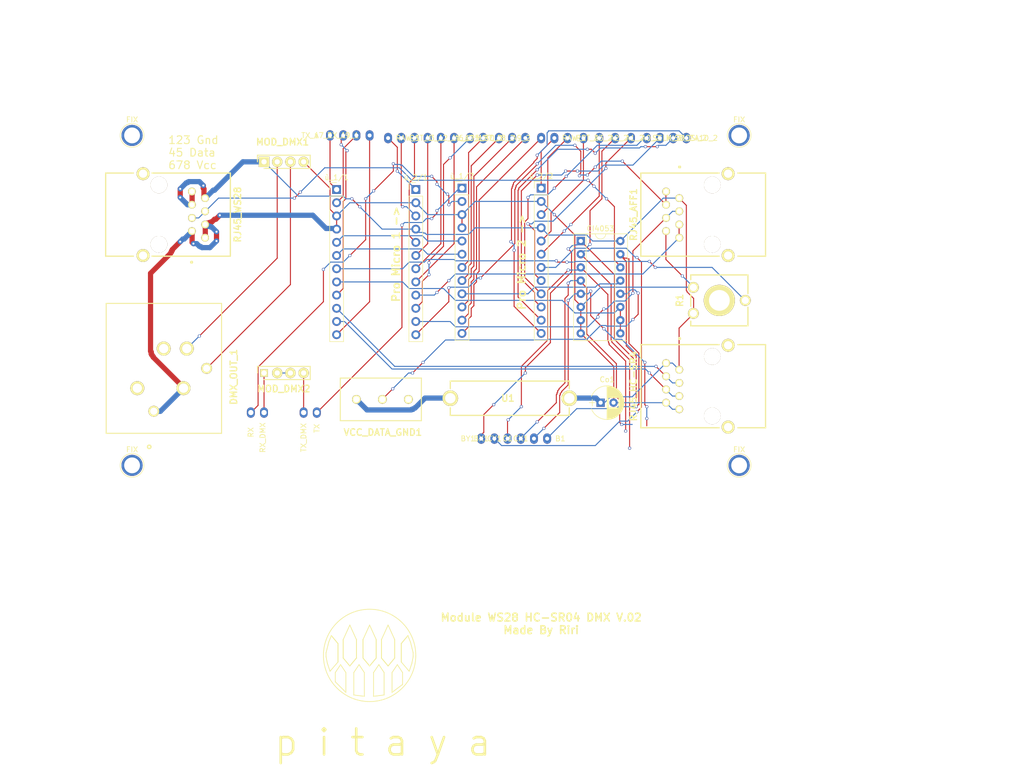
<source format=kicad_pcb>
(kicad_pcb (version 4) (host pcbnew 4.0.6)

  (general
    (links 92)
    (no_connects 1)
    (area 60.730001 32.86 261.85 182.215)
    (thickness 1.6)
    (drawings 8)
    (tracks 786)
    (zones 0)
    (modules 56)
    (nets 55)
  )

  (page A4)
  (title_block
    (title "Module WS28 HC-SR04 DMX")
    (date 2017-09-18)
    (rev "V 00")
    (company PITAYA)
  )

  (layers
    (0 F.Cu signal)
    (31 B.Cu signal)
    (32 B.Adhes user)
    (33 F.Adhes user)
    (34 B.Paste user)
    (35 F.Paste user)
    (36 B.SilkS user)
    (37 F.SilkS user)
    (38 B.Mask user)
    (39 F.Mask user)
    (40 Dwgs.User user)
    (41 Cmts.User user)
    (42 Eco1.User user)
    (43 Eco2.User user)
    (44 Edge.Cuts user)
    (45 Margin user)
    (46 B.CrtYd user)
    (47 F.CrtYd user)
    (48 B.Fab user)
    (49 F.Fab user)
  )

  (setup
    (last_trace_width 0.2)
    (user_trace_width 0.5)
    (user_trace_width 1)
    (user_trace_width 1.5)
    (user_trace_width 2)
    (trace_clearance 1)
    (zone_clearance 1)
    (zone_45_only yes)
    (trace_min 0.2)
    (segment_width 0.2)
    (edge_width 0.15)
    (via_size 0.6)
    (via_drill 0.4)
    (via_min_size 0.4)
    (via_min_drill 0.3)
    (uvia_size 0.3)
    (uvia_drill 0.1)
    (uvias_allowed no)
    (uvia_min_size 0.2)
    (uvia_min_drill 0.1)
    (pcb_text_width 0.3)
    (pcb_text_size 1.5 1.5)
    (mod_edge_width 0.15)
    (mod_text_size 1 1)
    (mod_text_width 0.15)
    (pad_size 2 2)
    (pad_drill 1)
    (pad_to_mask_clearance 0.2)
    (aux_axis_origin 86.36 121.92)
    (visible_elements 7FFEFF7F)
    (pcbplotparams
      (layerselection 0x00030_80000001)
      (usegerberextensions false)
      (excludeedgelayer true)
      (linewidth 0.100000)
      (plotframeref false)
      (viasonmask false)
      (mode 1)
      (useauxorigin false)
      (hpglpennumber 1)
      (hpglpenspeed 20)
      (hpglpendiameter 15)
      (hpglpenoverlay 2)
      (psnegative false)
      (psa4output false)
      (plotreference true)
      (plotvalue true)
      (plotinvisibletext false)
      (padsonsilk false)
      (subtractmaskfromsilk false)
      (outputformat 1)
      (mirror false)
      (drillshape 0)
      (scaleselection 1)
      (outputdirectory gerber/))
  )

  (net 0 "")
  (net 1 "Net-(C1-Pad1)")
  (net 2 "Net-(CI4053-Pad10)")
  (net 3 "Net-(CI4053-Pad3)")
  (net 4 "Net-(CI4053-Pad12)")
  (net 5 "Net-(CI4053-Pad5)")
  (net 6 "Net-(CI4053-Pad13)")
  (net 7 "Net-(CI4053-Pad14)")
  (net 8 "Net-(DMX_OUT_1-Pad2)")
  (net 9 "Net-(DMX_OUT_1-Pad3)")
  (net 10 "Net-(MOD_DMX2-Pad2)")
  (net 11 "Net-(R1-Pad2)")
  (net 12 "Net-(RJ45_AFF1-Pad2)")
  (net 13 "Net-(RJ45_AFF1-Pad4)")
  (net 14 "Net-(RJ45_AFF1-Pad6)")
  (net 15 "Net-(ù_1/1-Pad5)")
  (net 16 "Net-(ù_1/1-Pad6)")
  (net 17 "Net-(A0_1-Pad1)")
  (net 18 "Net-(A1_1-Pad1)")
  (net 19 "Net-(A2_1-Pad1)")
  (net 20 "Net-(A3_1-Pad1)")
  (net 21 "Net-(A7_1-Pad1)")
  (net 22 "Net-(A9_1-Pad1)")
  (net 23 "Net-(MISO_1-Pad1)")
  (net 24 "Net-(RAW_1-Pad1)")
  (net 25 "Net-(RST_1-Pad1)")
  (net 26 "Net-(RX_1-Pad1)")
  (net 27 "Net-(TX_1-Pad1)")
  (net 28 "Net-(A0_2-Pad1)")
  (net 29 "Net-(A1_2-Pad1)")
  (net 30 "Net-(A2_2-Pad1)")
  (net 31 "Net-(A3_2-Pad1)")
  (net 32 "Net-(A6_2-Pad1)")
  (net 33 "Net-(A8_2-Pad1)")
  (net 34 "Net-(A9_2-Pad1)")
  (net 35 "Net-(A10_2-Pad1)")
  (net 36 "Net-(B1-Pad1)")
  (net 37 "Net-(BX1-Pad1)")
  (net 38 "Net-(BY1-Pad1)")
  (net 39 "Net-(CI4053-Pad6)")
  (net 40 "Net-(CI4053-Pad16)")
  (net 41 "Net-(MISO_2-Pad1)")
  (net 42 "Net-(MOD_DMX2-Pad1)")
  (net 43 "Net-(MOD_DMX2-Pad4)")
  (net 44 "Net-(MOSI_2-Pad1)")
  (net 45 "Net-(P5_2-Pad1)")
  (net 46 "Net-(P7_2-Pad1)")
  (net 47 "Net-(RAW_2-Pad1)")
  (net 48 "Net-(RJ45_HC-SR4-Pad3)")
  (net 49 "Net-(RJ45_HC-SR4-Pad5)")
  (net 50 "Net-(RST_2-Pad1)")
  (net 51 "Net-(SCLK_2-Pad1)")
  (net 52 "Net-(U1-Pad1)")
  (net 53 "Net-(RX_2-Pad1)")
  (net 54 "Net-(TX1-Pad1)")

  (net_class Default "Ceci est la Netclass par défaut"
    (clearance 1)
    (trace_width 0.2)
    (via_dia 0.6)
    (via_drill 0.4)
    (uvia_dia 0.3)
    (uvia_drill 0.1)
    (add_net "Net-(A0_1-Pad1)")
    (add_net "Net-(A0_2-Pad1)")
    (add_net "Net-(A10_2-Pad1)")
    (add_net "Net-(A1_1-Pad1)")
    (add_net "Net-(A1_2-Pad1)")
    (add_net "Net-(A2_1-Pad1)")
    (add_net "Net-(A2_2-Pad1)")
    (add_net "Net-(A3_1-Pad1)")
    (add_net "Net-(A3_2-Pad1)")
    (add_net "Net-(A6_2-Pad1)")
    (add_net "Net-(A7_1-Pad1)")
    (add_net "Net-(A8_2-Pad1)")
    (add_net "Net-(A9_1-Pad1)")
    (add_net "Net-(A9_2-Pad1)")
    (add_net "Net-(B1-Pad1)")
    (add_net "Net-(BX1-Pad1)")
    (add_net "Net-(BY1-Pad1)")
    (add_net "Net-(C1-Pad1)")
    (add_net "Net-(CI4053-Pad10)")
    (add_net "Net-(CI4053-Pad12)")
    (add_net "Net-(CI4053-Pad13)")
    (add_net "Net-(CI4053-Pad14)")
    (add_net "Net-(CI4053-Pad16)")
    (add_net "Net-(CI4053-Pad3)")
    (add_net "Net-(CI4053-Pad5)")
    (add_net "Net-(CI4053-Pad6)")
    (add_net "Net-(DMX_OUT_1-Pad2)")
    (add_net "Net-(DMX_OUT_1-Pad3)")
    (add_net "Net-(MISO_1-Pad1)")
    (add_net "Net-(MISO_2-Pad1)")
    (add_net "Net-(MOD_DMX2-Pad1)")
    (add_net "Net-(MOD_DMX2-Pad2)")
    (add_net "Net-(MOD_DMX2-Pad4)")
    (add_net "Net-(MOSI_2-Pad1)")
    (add_net "Net-(P5_2-Pad1)")
    (add_net "Net-(P7_2-Pad1)")
    (add_net "Net-(R1-Pad2)")
    (add_net "Net-(RAW_1-Pad1)")
    (add_net "Net-(RAW_2-Pad1)")
    (add_net "Net-(RJ45_AFF1-Pad2)")
    (add_net "Net-(RJ45_AFF1-Pad4)")
    (add_net "Net-(RJ45_AFF1-Pad6)")
    (add_net "Net-(RJ45_HC-SR4-Pad3)")
    (add_net "Net-(RJ45_HC-SR4-Pad5)")
    (add_net "Net-(RST_1-Pad1)")
    (add_net "Net-(RST_2-Pad1)")
    (add_net "Net-(RX_1-Pad1)")
    (add_net "Net-(RX_2-Pad1)")
    (add_net "Net-(SCLK_2-Pad1)")
    (add_net "Net-(TX1-Pad1)")
    (add_net "Net-(TX_1-Pad1)")
    (add_net "Net-(U1-Pad1)")
    (add_net "Net-(ù_1/1-Pad5)")
    (add_net "Net-(ù_1/1-Pad6)")
  )

  (module Connectors:1pin (layer F.Cu) (tedit 59BA6FAA) (tstamp 59BA83C8)
    (at 86.36 58.42)
    (descr "module 1 pin (ou trou mecanique de percage)")
    (tags DEV)
    (clearance 2)
    (fp_text reference FIX (at 0 -3.048) (layer F.SilkS)
      (effects (font (size 1 1) (thickness 0.15)))
    )
    (fp_text value 1pin (at 0 3) (layer F.Fab)
      (effects (font (size 1 1) (thickness 0.15)))
    )
    (fp_circle (center 0 0) (end 2 0.8) (layer F.Fab) (width 0.1))
    (fp_circle (center 0 0) (end 2.6 0) (layer F.CrtYd) (width 0.05))
    (fp_circle (center 0 0) (end 0 -2.286) (layer F.SilkS) (width 0.12))
    (pad 1 thru_hole circle (at 0 0) (size 4.064 4.064) (drill 3.048) (layers *.Cu *.Mask))
  )

  (module Connectors:1pin (layer F.Cu) (tedit 59BA6FAA) (tstamp 59BA83C0)
    (at 86.36 121.92)
    (descr "module 1 pin (ou trou mecanique de percage)")
    (tags DEV)
    (clearance 2)
    (fp_text reference FIX (at 0 -3.048) (layer F.SilkS)
      (effects (font (size 1 1) (thickness 0.15)))
    )
    (fp_text value 1pin (at 0 3) (layer F.Fab)
      (effects (font (size 1 1) (thickness 0.15)))
    )
    (fp_circle (center 0 0) (end 2 0.8) (layer F.Fab) (width 0.1))
    (fp_circle (center 0 0) (end 2.6 0) (layer F.CrtYd) (width 0.05))
    (fp_circle (center 0 0) (end 0 -2.286) (layer F.SilkS) (width 0.12))
    (pad 1 thru_hole circle (at 0 0) (size 4.064 4.064) (drill 3.048) (layers *.Cu *.Mask))
  )

  (module Connectors:1pin (layer F.Cu) (tedit 59BA6FAA) (tstamp 59BA83B6)
    (at 203.2 121.92)
    (descr "module 1 pin (ou trou mecanique de percage)")
    (tags DEV)
    (clearance 2)
    (fp_text reference FIX (at 0 -3.048) (layer F.SilkS)
      (effects (font (size 1 1) (thickness 0.15)))
    )
    (fp_text value 1pin (at 0 3) (layer F.Fab)
      (effects (font (size 1 1) (thickness 0.15)))
    )
    (fp_circle (center 0 0) (end 2 0.8) (layer F.Fab) (width 0.1))
    (fp_circle (center 0 0) (end 2.6 0) (layer F.CrtYd) (width 0.05))
    (fp_circle (center 0 0) (end 0 -2.286) (layer F.SilkS) (width 0.12))
    (pad 1 thru_hole circle (at 0 0) (size 4.064 4.064) (drill 3.048) (layers *.Cu *.Mask))
  )

  (module "TM21R-5C-88(riri)" (layer F.Cu) (tedit 59BA59D5) (tstamp 59BA65E5)
    (at 81.28 73.66 270)
    (descr "TM21R-5C-88(50)")
    (tags Connector)
    (path /59B92D57)
    (fp_text reference RJ45_WS28 (at 0 -25.4 270) (layer F.SilkS)
      (effects (font (size 1.27 1.27) (thickness 0.254)))
    )
    (fp_text value "TM21R-5C-88(50)" (at 0 -1.27 270) (layer F.SilkS) hide
      (effects (font (size 1.27 1.27) (thickness 0.254)))
    )
    (fp_line (start -8 -24) (end 8 -24) (layer Dwgs.User) (width 0.254))
    (fp_line (start 8 -24) (end 8 0) (layer Dwgs.User) (width 0.254))
    (fp_line (start 8 0) (end -8 0) (layer Dwgs.User) (width 0.254))
    (fp_line (start -8 0) (end -8 -24) (layer Dwgs.User) (width 0.254))
    (fp_line (start -8 -24) (end 8 -24) (layer F.SilkS) (width 0.254))
    (fp_line (start 8 -24) (end 8 -8.931) (layer F.SilkS) (width 0.254))
    (fp_line (start -8 -24) (end -8 -8.931) (layer F.SilkS) (width 0.254))
    (fp_line (start -8 0) (end 8 0) (layer F.SilkS) (width 0.254))
    (fp_line (start 8 0) (end 8 -5.336) (layer F.SilkS) (width 0.254))
    (fp_line (start -8 0) (end -8 -5.336) (layer F.SilkS) (width 0.254))
    (fp_circle (center 9.167 -16.54) (end 8.98873 -16.54) (layer F.SilkS) (width 0.254))
    (pad 1 thru_hole circle (at 3.175 -16.6) (size 1.5 1.5) (drill 1) (layers *.Cu *.Mask F.SilkS)
      (net 39 "Net-(CI4053-Pad6)"))
    (pad 2 thru_hole circle (at 4.445 -19.14) (size 1.5 1.5) (drill 1) (layers *.Cu *.Mask F.SilkS)
      (net 39 "Net-(CI4053-Pad6)"))
    (pad 3 thru_hole circle (at 1.905 -19.14) (size 1.5 1.5) (drill 1) (layers *.Cu *.Mask F.SilkS)
      (net 39 "Net-(CI4053-Pad6)"))
    (pad 4 thru_hole circle (at 0.635 -16.6) (size 1.5 1.5) (drill 1) (layers *.Cu *.Mask F.SilkS)
      (net 7 "Net-(CI4053-Pad14)"))
    (pad 5 thru_hole circle (at -0.635 -19.14) (size 1.5 1.5) (drill 1) (layers *.Cu *.Mask F.SilkS)
      (net 7 "Net-(CI4053-Pad14)"))
    (pad 6 thru_hole circle (at -1.905 -16.6) (size 1.5 1.5) (drill 1) (layers *.Cu *.Mask F.SilkS)
      (net 40 "Net-(CI4053-Pad16)"))
    (pad 7 thru_hole circle (at -4.445 -16.6) (size 1.5 1.5) (drill 1) (layers *.Cu *.Mask F.SilkS)
      (net 40 "Net-(CI4053-Pad16)"))
    (pad 8 thru_hole circle (at -3.175 -19.14) (size 1.5 1.5) (drill 1) (layers *.Cu *.Mask F.SilkS)
      (net 40 "Net-(CI4053-Pad16)"))
    (pad 9 thru_hole circle (at -5.715 -10.25) (size 3.2 3.2) (drill 3.2) (layers *.Cu *.Mask F.SilkS))
    (pad 10 thru_hole circle (at 5.715 -10.25) (size 3.2 3.2) (drill 3.2) (layers *.Cu *.Mask F.SilkS))
    (pad 11 thru_hole circle (at -7.875 -7.2) (size 2.5 2.5) (drill 1.6) (layers *.Cu *.Mask F.SilkS))
    (pad 12 thru_hole circle (at 7.875 -7.2) (size 2.5 2.5) (drill 1.6) (layers *.Cu *.Mask F.SilkS))
  )

  (module Housings_DIP:DIP-16_W7.62mm_Socket (layer F.Cu) (tedit 58CC8E2D) (tstamp 59BA6E6B)
    (at 172.72 78.74)
    (descr "16-lead dip package, row spacing 7.62 mm (300 mils), Socket")
    (tags "DIL DIP PDIP 2.54mm 7.62mm 300mil Socket")
    (path /599D990B)
    (fp_text reference CI4053 (at 3.81 -2.39) (layer F.SilkS)
      (effects (font (size 1 1) (thickness 0.15)))
    )
    (fp_text value 4053 (at 3.81 20.17) (layer F.Fab)
      (effects (font (size 1 1) (thickness 0.15)))
    )
    (fp_text user %R (at 3.81 8.89) (layer F.Fab)
      (effects (font (size 1 1) (thickness 0.15)))
    )
    (fp_line (start 1.635 -1.27) (end 6.985 -1.27) (layer F.Fab) (width 0.1))
    (fp_line (start 6.985 -1.27) (end 6.985 19.05) (layer F.Fab) (width 0.1))
    (fp_line (start 6.985 19.05) (end 0.635 19.05) (layer F.Fab) (width 0.1))
    (fp_line (start 0.635 19.05) (end 0.635 -0.27) (layer F.Fab) (width 0.1))
    (fp_line (start 0.635 -0.27) (end 1.635 -1.27) (layer F.Fab) (width 0.1))
    (fp_line (start -1.27 -1.27) (end -1.27 19.05) (layer F.Fab) (width 0.1))
    (fp_line (start -1.27 19.05) (end 8.89 19.05) (layer F.Fab) (width 0.1))
    (fp_line (start 8.89 19.05) (end 8.89 -1.27) (layer F.Fab) (width 0.1))
    (fp_line (start 8.89 -1.27) (end -1.27 -1.27) (layer F.Fab) (width 0.1))
    (fp_line (start 2.81 -1.39) (end 1.04 -1.39) (layer F.SilkS) (width 0.12))
    (fp_line (start 1.04 -1.39) (end 1.04 19.17) (layer F.SilkS) (width 0.12))
    (fp_line (start 1.04 19.17) (end 6.58 19.17) (layer F.SilkS) (width 0.12))
    (fp_line (start 6.58 19.17) (end 6.58 -1.39) (layer F.SilkS) (width 0.12))
    (fp_line (start 6.58 -1.39) (end 4.81 -1.39) (layer F.SilkS) (width 0.12))
    (fp_line (start -1.39 -1.39) (end -1.39 19.17) (layer F.SilkS) (width 0.12))
    (fp_line (start -1.39 19.17) (end 9.01 19.17) (layer F.SilkS) (width 0.12))
    (fp_line (start 9.01 19.17) (end 9.01 -1.39) (layer F.SilkS) (width 0.12))
    (fp_line (start 9.01 -1.39) (end -1.39 -1.39) (layer F.SilkS) (width 0.12))
    (fp_line (start -1.7 -1.7) (end -1.7 19.5) (layer F.CrtYd) (width 0.05))
    (fp_line (start -1.7 19.5) (end 9.3 19.5) (layer F.CrtYd) (width 0.05))
    (fp_line (start 9.3 19.5) (end 9.3 -1.7) (layer F.CrtYd) (width 0.05))
    (fp_line (start 9.3 -1.7) (end -1.7 -1.7) (layer F.CrtYd) (width 0.05))
    (fp_arc (start 3.81 -1.39) (end 2.81 -1.39) (angle -180) (layer F.SilkS) (width 0.12))
    (pad 1 thru_hole rect (at 0 0) (size 1.6 1.6) (drill 0.8) (layers *.Cu *.Mask)
      (net 38 "Net-(BY1-Pad1)"))
    (pad 9 thru_hole oval (at 7.62 17.78) (size 1.6 1.6) (drill 0.8) (layers *.Cu *.Mask)
      (net 2 "Net-(CI4053-Pad10)"))
    (pad 2 thru_hole oval (at 0 2.54) (size 1.6 1.6) (drill 0.8) (layers *.Cu *.Mask)
      (net 37 "Net-(BX1-Pad1)"))
    (pad 10 thru_hole oval (at 7.62 15.24) (size 1.6 1.6) (drill 0.8) (layers *.Cu *.Mask)
      (net 2 "Net-(CI4053-Pad10)"))
    (pad 3 thru_hole oval (at 0 5.08) (size 1.6 1.6) (drill 0.8) (layers *.Cu *.Mask)
      (net 3 "Net-(CI4053-Pad3)"))
    (pad 11 thru_hole oval (at 7.62 12.7) (size 1.6 1.6) (drill 0.8) (layers *.Cu *.Mask)
      (net 2 "Net-(CI4053-Pad10)"))
    (pad 4 thru_hole oval (at 0 7.62) (size 1.6 1.6) (drill 0.8) (layers *.Cu *.Mask)
      (net 1 "Net-(C1-Pad1)"))
    (pad 12 thru_hole oval (at 7.62 10.16) (size 1.6 1.6) (drill 0.8) (layers *.Cu *.Mask)
      (net 4 "Net-(CI4053-Pad12)"))
    (pad 5 thru_hole oval (at 0 10.16) (size 1.6 1.6) (drill 0.8) (layers *.Cu *.Mask)
      (net 5 "Net-(CI4053-Pad5)"))
    (pad 13 thru_hole oval (at 7.62 7.62) (size 1.6 1.6) (drill 0.8) (layers *.Cu *.Mask)
      (net 6 "Net-(CI4053-Pad13)"))
    (pad 6 thru_hole oval (at 0 12.7) (size 1.6 1.6) (drill 0.8) (layers *.Cu *.Mask)
      (net 39 "Net-(CI4053-Pad6)"))
    (pad 14 thru_hole oval (at 7.62 5.08) (size 1.6 1.6) (drill 0.8) (layers *.Cu *.Mask)
      (net 7 "Net-(CI4053-Pad14)"))
    (pad 7 thru_hole oval (at 0 15.24) (size 1.6 1.6) (drill 0.8) (layers *.Cu *.Mask)
      (net 39 "Net-(CI4053-Pad6)"))
    (pad 15 thru_hole oval (at 7.62 2.54) (size 1.6 1.6) (drill 0.8) (layers *.Cu *.Mask)
      (net 36 "Net-(B1-Pad1)"))
    (pad 8 thru_hole oval (at 0 17.78) (size 1.6 1.6) (drill 0.8) (layers *.Cu *.Mask)
      (net 39 "Net-(CI4053-Pad6)"))
    (pad 16 thru_hole oval (at 7.62 0) (size 1.6 1.6) (drill 0.8) (layers *.Cu *.Mask)
      (net 40 "Net-(CI4053-Pad16)"))
    (model ${KISYS3DMOD}/Housings_DIP.3dshapes/DIP-16_W7.62mm_Socket.wrl
      (at (xyz 0 0 0))
      (scale (xyz 1 1 1))
      (rotate (xyz 0 0 0))
    )
  )

  (module SHDR04 (layer F.Cu) (tedit 5A7C8A80) (tstamp 59BA6E92)
    (at 111.76 63.5)
    (descr W35504)
    (tags Connector)
    (path /59B94CE7)
    (fp_text reference MOD_DMX1 (at 3.556 -3.81) (layer F.SilkS)
      (effects (font (size 1.27 1.27) (thickness 0.254)))
    )
    (fp_text value W35504TRC_good (at 3.81 6.35) (layer F.SilkS) hide
      (effects (font (size 1.27 1.27) (thickness 0.254)))
    )
    (fp_line (start -1.52 1.52) (end -1.52 -1.52) (layer Dwgs.User) (width 0.05))
    (fp_line (start -1.52 -1.52) (end 9.144 -1.52) (layer Dwgs.User) (width 0.05))
    (fp_line (start 9.144 -1.52) (end 9.144 1.52) (layer Dwgs.User) (width 0.05))
    (fp_line (start 9.144 1.52) (end -1.52 1.52) (layer Dwgs.User) (width 0.05))
    (fp_line (start -1.27 1.27) (end -1.27 -1.27) (layer Dwgs.User) (width 0.1))
    (fp_line (start -1.27 -1.27) (end 8.89 -1.27) (layer Dwgs.User) (width 0.1))
    (fp_line (start 8.89 -1.27) (end 8.89 1.27) (layer Dwgs.User) (width 0.1))
    (fp_line (start 8.89 1.27) (end -1.27 1.27) (layer Dwgs.User) (width 0.1))
    (fp_line (start 0 1.27) (end 8.89 1.27) (layer F.SilkS) (width 0.2))
    (fp_line (start 8.89 1.27) (end 8.89 -1.27) (layer F.SilkS) (width 0.2))
    (fp_line (start 8.89 -1.27) (end -1.27 -1.27) (layer F.SilkS) (width 0.2))
    (fp_line (start -1.27 -1.27) (end -1.27 0) (layer F.SilkS) (width 0.2))
    (pad 1 thru_hole rect (at 0 0 90) (size 2 2) (drill 1) (layers *.Cu *.Mask F.SilkS)
      (net 40 "Net-(CI4053-Pad16)"))
    (pad 2 thru_hole circle (at 2.54 0 90) (size 2 2) (drill 1) (layers *.Cu *.Mask F.SilkS)
      (net 8 "Net-(DMX_OUT_1-Pad2)"))
    (pad 3 thru_hole circle (at 5.08 0 90) (size 2 2) (drill 1) (layers *.Cu *.Mask F.SilkS)
      (net 9 "Net-(DMX_OUT_1-Pad3)"))
    (pad 4 thru_hole circle (at 7.62 0 90) (size 2 2) (drill 1) (layers *.Cu *.Mask F.SilkS)
      (net 39 "Net-(CI4053-Pad6)"))
  )

  (module SHDR04 (layer F.Cu) (tedit 5A7C8AF2) (tstamp 59BA6EA6)
    (at 111.76 104.14)
    (descr W35504)
    (tags Connector)
    (path /59B94C2B)
    (fp_text reference MOD_DMX2 (at 3.81 3.048) (layer F.SilkS)
      (effects (font (size 1.27 1.27) (thickness 0.254)))
    )
    (fp_text value W35504TRC_good (at 3.81 6.35) (layer F.SilkS) hide
      (effects (font (size 1.27 1.27) (thickness 0.254)))
    )
    (fp_line (start -1.52 1.52) (end -1.52 -1.52) (layer Dwgs.User) (width 0.05))
    (fp_line (start -1.52 -1.52) (end 9.144 -1.52) (layer Dwgs.User) (width 0.05))
    (fp_line (start 9.144 -1.52) (end 9.144 1.52) (layer Dwgs.User) (width 0.05))
    (fp_line (start 9.144 1.52) (end -1.52 1.52) (layer Dwgs.User) (width 0.05))
    (fp_line (start -1.27 1.27) (end -1.27 -1.27) (layer Dwgs.User) (width 0.1))
    (fp_line (start -1.27 -1.27) (end 8.89 -1.27) (layer Dwgs.User) (width 0.1))
    (fp_line (start 8.89 -1.27) (end 8.89 1.27) (layer Dwgs.User) (width 0.1))
    (fp_line (start 8.89 1.27) (end -1.27 1.27) (layer Dwgs.User) (width 0.1))
    (fp_line (start 0 1.27) (end 8.89 1.27) (layer F.SilkS) (width 0.2))
    (fp_line (start 8.89 1.27) (end 8.89 -1.27) (layer F.SilkS) (width 0.2))
    (fp_line (start 8.89 -1.27) (end -1.27 -1.27) (layer F.SilkS) (width 0.2))
    (fp_line (start -1.27 -1.27) (end -1.27 0) (layer F.SilkS) (width 0.2))
    (pad 1 thru_hole rect (at 0 0 90) (size 1.5 1.5) (drill 1) (layers *.Cu *.Mask F.SilkS)
      (net 42 "Net-(MOD_DMX2-Pad1)"))
    (pad 2 thru_hole circle (at 2.54 0 90) (size 2 2) (drill 1) (layers *.Cu *.Mask F.SilkS)
      (net 10 "Net-(MOD_DMX2-Pad2)"))
    (pad 3 thru_hole circle (at 5.08 0 90) (size 2 2) (drill 1) (layers *.Cu *.Mask F.SilkS)
      (net 10 "Net-(MOD_DMX2-Pad2)"))
    (pad 4 thru_hole circle (at 7.62 0 90) (size 2 2) (drill 1) (layers *.Cu *.Mask F.SilkS)
      (net 43 "Net-(MOD_DMX2-Pad4)"))
  )

  (module "TM21R-5C-88(riri)" (layer F.Cu) (tedit 59BA604F) (tstamp 59BA6EC1)
    (at 208.28 73.66 90)
    (descr "TM21R-5C-88(50)")
    (tags Connector)
    (path /59B92CEE)
    (fp_text reference RJ45_AFF1 (at 0 -25.4 90) (layer F.SilkS)
      (effects (font (size 1.27 1.27) (thickness 0.254)))
    )
    (fp_text value "TM21R-5C-88(50)" (at 0 -1.27 90) (layer F.SilkS) hide
      (effects (font (size 1.27 1.27) (thickness 0.254)))
    )
    (fp_line (start -8 -24) (end 8 -24) (layer Dwgs.User) (width 0.254))
    (fp_line (start 8 -24) (end 8 0) (layer Dwgs.User) (width 0.254))
    (fp_line (start 8 0) (end -8 0) (layer Dwgs.User) (width 0.254))
    (fp_line (start -8 0) (end -8 -24) (layer Dwgs.User) (width 0.254))
    (fp_line (start -8 -24) (end 8 -24) (layer F.SilkS) (width 0.254))
    (fp_line (start 8 -24) (end 8 -8.931) (layer F.SilkS) (width 0.254))
    (fp_line (start -8 -24) (end -8 -8.931) (layer F.SilkS) (width 0.254))
    (fp_line (start -8 0) (end 8 0) (layer F.SilkS) (width 0.254))
    (fp_line (start 8 0) (end 8 -5.336) (layer F.SilkS) (width 0.254))
    (fp_line (start -8 0) (end -8 -5.336) (layer F.SilkS) (width 0.254))
    (fp_circle (center 9.167 -16.54) (end 8.98873 -16.54) (layer F.SilkS) (width 0.254))
    (pad 1 thru_hole circle (at 3.175 -16.6 180) (size 1.5 1.5) (drill 1) (layers *.Cu *.Mask F.SilkS)
      (net 40 "Net-(CI4053-Pad16)"))
    (pad 2 thru_hole circle (at 4.445 -19.14 180) (size 1.5 1.5) (drill 1) (layers *.Cu *.Mask F.SilkS)
      (net 12 "Net-(RJ45_AFF1-Pad2)"))
    (pad 3 thru_hole circle (at 1.905 -19.14 180) (size 1.5 1.5) (drill 1) (layers *.Cu *.Mask F.SilkS)
      (net 12 "Net-(RJ45_AFF1-Pad2)"))
    (pad 4 thru_hole circle (at 0.635 -16.6 180) (size 1.5 1.5) (drill 1) (layers *.Cu *.Mask F.SilkS)
      (net 13 "Net-(RJ45_AFF1-Pad4)"))
    (pad 5 thru_hole circle (at -0.635 -19.14 180) (size 1.5 1.5) (drill 1) (layers *.Cu *.Mask F.SilkS)
      (net 13 "Net-(RJ45_AFF1-Pad4)"))
    (pad 6 thru_hole circle (at -1.905 -16.6 180) (size 1.5 1.5) (drill 1) (layers *.Cu *.Mask F.SilkS)
      (net 14 "Net-(RJ45_AFF1-Pad6)"))
    (pad 7 thru_hole circle (at -4.445 -16.6 180) (size 1.5 1.5) (drill 1) (layers *.Cu *.Mask F.SilkS)
      (net 14 "Net-(RJ45_AFF1-Pad6)"))
    (pad 8 thru_hole circle (at -3.175 -19.14 180) (size 1.5 1.5) (drill 1) (layers *.Cu *.Mask F.SilkS)
      (net 39 "Net-(CI4053-Pad6)"))
    (pad 9 thru_hole circle (at -5.715 -10.25 180) (size 3.2 3.2) (drill 3.2) (layers *.Cu *.Mask F.SilkS))
    (pad 10 thru_hole circle (at 5.715 -10.25 180) (size 3.2 3.2) (drill 3.2) (layers *.Cu *.Mask F.SilkS))
    (pad 11 thru_hole circle (at -7.875 -7.2 180) (size 2.5 2.5) (drill 1.6) (layers *.Cu *.Mask F.SilkS))
    (pad 12 thru_hole circle (at 7.875 -7.2 180) (size 2.5 2.5) (drill 1.6) (layers *.Cu *.Mask F.SilkS))
  )

  (module Pin_Headers:Pin_Header_Straight_1x12_Pitch2.54mm (layer F.Cu) (tedit 59650532) (tstamp 59BA6EFC)
    (at 125.73 68.834)
    (descr "Through hole straight pin header, 1x12, 2.54mm pitch, single row")
    (tags "Through hole pin header THT 1x12 2.54mm single row")
    (path /599D9878)
    (fp_text reference ù_1/1 (at 0 -2.33) (layer F.SilkS)
      (effects (font (size 1 1) (thickness 0.15)))
    )
    (fp_text value CONN_01X12 (at 0 30.27) (layer F.Fab)
      (effects (font (size 1 1) (thickness 0.15)))
    )
    (fp_line (start -0.635 -1.27) (end 1.27 -1.27) (layer F.Fab) (width 0.1))
    (fp_line (start 1.27 -1.27) (end 1.27 29.21) (layer F.Fab) (width 0.1))
    (fp_line (start 1.27 29.21) (end -1.27 29.21) (layer F.Fab) (width 0.1))
    (fp_line (start -1.27 29.21) (end -1.27 -0.635) (layer F.Fab) (width 0.1))
    (fp_line (start -1.27 -0.635) (end -0.635 -1.27) (layer F.Fab) (width 0.1))
    (fp_line (start -1.33 29.27) (end 1.33 29.27) (layer F.SilkS) (width 0.12))
    (fp_line (start -1.33 1.27) (end -1.33 29.27) (layer F.SilkS) (width 0.12))
    (fp_line (start 1.33 1.27) (end 1.33 29.27) (layer F.SilkS) (width 0.12))
    (fp_line (start -1.33 1.27) (end 1.33 1.27) (layer F.SilkS) (width 0.12))
    (fp_line (start -1.33 0) (end -1.33 -1.33) (layer F.SilkS) (width 0.12))
    (fp_line (start -1.33 -1.33) (end 0 -1.33) (layer F.SilkS) (width 0.12))
    (fp_line (start -1.8 -1.8) (end -1.8 29.75) (layer F.CrtYd) (width 0.05))
    (fp_line (start -1.8 29.75) (end 1.8 29.75) (layer F.CrtYd) (width 0.05))
    (fp_line (start 1.8 29.75) (end 1.8 -1.8) (layer F.CrtYd) (width 0.05))
    (fp_line (start 1.8 -1.8) (end -1.8 -1.8) (layer F.CrtYd) (width 0.05))
    (fp_text user %R (at 0 13.97 90) (layer F.Fab)
      (effects (font (size 1 1) (thickness 0.15)))
    )
    (pad 1 thru_hole rect (at 0 0) (size 1.7 1.7) (drill 1) (layers *.Cu *.Mask)
      (net 27 "Net-(TX_1-Pad1)"))
    (pad 2 thru_hole oval (at 0 2.54) (size 1.7 1.7) (drill 1) (layers *.Cu *.Mask)
      (net 26 "Net-(RX_1-Pad1)"))
    (pad 3 thru_hole oval (at 0 5.08) (size 1.7 1.7) (drill 1) (layers *.Cu *.Mask)
      (net 39 "Net-(CI4053-Pad6)"))
    (pad 4 thru_hole oval (at 0 7.62) (size 1.7 1.7) (drill 1) (layers *.Cu *.Mask)
      (net 39 "Net-(CI4053-Pad6)"))
    (pad 5 thru_hole oval (at 0 10.16) (size 1.7 1.7) (drill 1) (layers *.Cu *.Mask)
      (net 15 "Net-(ù_1/1-Pad5)"))
    (pad 6 thru_hole oval (at 0 12.7) (size 1.7 1.7) (drill 1) (layers *.Cu *.Mask)
      (net 16 "Net-(ù_1/1-Pad6)"))
    (pad 7 thru_hole oval (at 0 15.24) (size 1.7 1.7) (drill 1) (layers *.Cu *.Mask)
      (net 11 "Net-(R1-Pad2)"))
    (pad 8 thru_hole oval (at 0 17.78) (size 1.7 1.7) (drill 1) (layers *.Cu *.Mask)
      (net 2 "Net-(CI4053-Pad10)"))
    (pad 9 thru_hole oval (at 0 20.32) (size 1.7 1.7) (drill 1) (layers *.Cu *.Mask)
      (net 21 "Net-(A7_1-Pad1)"))
    (pad 10 thru_hole oval (at 0 22.86) (size 1.7 1.7) (drill 1) (layers *.Cu *.Mask)
      (net 48 "Net-(RJ45_HC-SR4-Pad3)"))
    (pad 11 thru_hole oval (at 0 25.4) (size 1.7 1.7) (drill 1) (layers *.Cu *.Mask)
      (net 49 "Net-(RJ45_HC-SR4-Pad5)"))
    (pad 12 thru_hole oval (at 0 27.94) (size 1.7 1.7) (drill 1) (layers *.Cu *.Mask)
      (net 22 "Net-(A9_1-Pad1)"))
    (model ${KISYS3DMOD}/Pin_Headers.3dshapes/Pin_Header_Straight_1x12_Pitch2.54mm.wrl
      (at (xyz 0 0 0))
      (scale (xyz 1 1 1))
      (rotate (xyz 0 0 0))
    )
  )

  (module Pin_Headers:Pin_Header_Straight_1x12_Pitch2.54mm (layer F.Cu) (tedit 59650532) (tstamp 59BA6F1C)
    (at 149.86 68.58)
    (descr "Through hole straight pin header, 1x12, 2.54mm pitch, single row")
    (tags "Through hole pin header THT 1x12 2.54mm single row")
    (path /599D962E)
    (fp_text reference ù_1/2 (at 0 -2.33) (layer F.SilkS)
      (effects (font (size 1 1) (thickness 0.15)))
    )
    (fp_text value CONN_01X12 (at 0 30.27) (layer F.Fab)
      (effects (font (size 1 1) (thickness 0.15)))
    )
    (fp_line (start -0.635 -1.27) (end 1.27 -1.27) (layer F.Fab) (width 0.1))
    (fp_line (start 1.27 -1.27) (end 1.27 29.21) (layer F.Fab) (width 0.1))
    (fp_line (start 1.27 29.21) (end -1.27 29.21) (layer F.Fab) (width 0.1))
    (fp_line (start -1.27 29.21) (end -1.27 -0.635) (layer F.Fab) (width 0.1))
    (fp_line (start -1.27 -0.635) (end -0.635 -1.27) (layer F.Fab) (width 0.1))
    (fp_line (start -1.33 29.27) (end 1.33 29.27) (layer F.SilkS) (width 0.12))
    (fp_line (start -1.33 1.27) (end -1.33 29.27) (layer F.SilkS) (width 0.12))
    (fp_line (start 1.33 1.27) (end 1.33 29.27) (layer F.SilkS) (width 0.12))
    (fp_line (start -1.33 1.27) (end 1.33 1.27) (layer F.SilkS) (width 0.12))
    (fp_line (start -1.33 0) (end -1.33 -1.33) (layer F.SilkS) (width 0.12))
    (fp_line (start -1.33 -1.33) (end 0 -1.33) (layer F.SilkS) (width 0.12))
    (fp_line (start -1.8 -1.8) (end -1.8 29.75) (layer F.CrtYd) (width 0.05))
    (fp_line (start -1.8 29.75) (end 1.8 29.75) (layer F.CrtYd) (width 0.05))
    (fp_line (start 1.8 29.75) (end 1.8 -1.8) (layer F.CrtYd) (width 0.05))
    (fp_line (start 1.8 -1.8) (end -1.8 -1.8) (layer F.CrtYd) (width 0.05))
    (fp_text user %R (at 0 13.97 90) (layer F.Fab)
      (effects (font (size 1 1) (thickness 0.15)))
    )
    (pad 1 thru_hole rect (at 0 0) (size 1.7 1.7) (drill 1) (layers *.Cu *.Mask)
      (net 54 "Net-(TX1-Pad1)"))
    (pad 2 thru_hole oval (at 0 2.54) (size 1.7 1.7) (drill 1) (layers *.Cu *.Mask)
      (net 53 "Net-(RX_2-Pad1)"))
    (pad 3 thru_hole oval (at 0 5.08) (size 1.7 1.7) (drill 1) (layers *.Cu *.Mask)
      (net 39 "Net-(CI4053-Pad6)"))
    (pad 4 thru_hole oval (at 0 7.62) (size 1.7 1.7) (drill 1) (layers *.Cu *.Mask)
      (net 39 "Net-(CI4053-Pad6)"))
    (pad 5 thru_hole oval (at 0 10.16) (size 1.7 1.7) (drill 1) (layers *.Cu *.Mask)
      (net 15 "Net-(ù_1/1-Pad5)"))
    (pad 6 thru_hole oval (at 0 12.7) (size 1.7 1.7) (drill 1) (layers *.Cu *.Mask)
      (net 16 "Net-(ù_1/1-Pad6)"))
    (pad 7 thru_hole oval (at 0 15.24) (size 1.7 1.7) (drill 1) (layers *.Cu *.Mask)
      (net 32 "Net-(A6_2-Pad1)"))
    (pad 8 thru_hole oval (at 0 17.78) (size 1.7 1.7) (drill 1) (layers *.Cu *.Mask)
      (net 45 "Net-(P5_2-Pad1)"))
    (pad 9 thru_hole oval (at 0 20.32) (size 1.7 1.7) (drill 1) (layers *.Cu *.Mask)
      (net 6 "Net-(CI4053-Pad13)"))
    (pad 10 thru_hole oval (at 0 22.86) (size 1.7 1.7) (drill 1) (layers *.Cu *.Mask)
      (net 46 "Net-(P7_2-Pad1)"))
    (pad 11 thru_hole oval (at 0 25.4) (size 1.7 1.7) (drill 1) (layers *.Cu *.Mask)
      (net 33 "Net-(A8_2-Pad1)"))
    (pad 12 thru_hole oval (at 0 27.94) (size 1.7 1.7) (drill 1) (layers *.Cu *.Mask)
      (net 34 "Net-(A9_2-Pad1)"))
    (model ${KISYS3DMOD}/Pin_Headers.3dshapes/Pin_Header_Straight_1x12_Pitch2.54mm.wrl
      (at (xyz 0 0 0))
      (scale (xyz 1 1 1))
      (rotate (xyz 0 0 0))
    )
  )

  (module Pin_Headers:Pin_Header_Straight_1x12_Pitch2.54mm (layer F.Cu) (tedit 59650532) (tstamp 59BA6F3C)
    (at 140.97 68.834)
    (descr "Through hole straight pin header, 1x12, 2.54mm pitch, single row")
    (tags "Through hole pin header THT 1x12 2.54mm single row")
    (path /599D987E)
    (fp_text reference ù_2/1 (at 0 -2.33) (layer F.SilkS)
      (effects (font (size 1 1) (thickness 0.15)))
    )
    (fp_text value CONN_01X12 (at 0 30.27) (layer F.Fab)
      (effects (font (size 1 1) (thickness 0.15)))
    )
    (fp_line (start -0.635 -1.27) (end 1.27 -1.27) (layer F.Fab) (width 0.1))
    (fp_line (start 1.27 -1.27) (end 1.27 29.21) (layer F.Fab) (width 0.1))
    (fp_line (start 1.27 29.21) (end -1.27 29.21) (layer F.Fab) (width 0.1))
    (fp_line (start -1.27 29.21) (end -1.27 -0.635) (layer F.Fab) (width 0.1))
    (fp_line (start -1.27 -0.635) (end -0.635 -1.27) (layer F.Fab) (width 0.1))
    (fp_line (start -1.33 29.27) (end 1.33 29.27) (layer F.SilkS) (width 0.12))
    (fp_line (start -1.33 1.27) (end -1.33 29.27) (layer F.SilkS) (width 0.12))
    (fp_line (start 1.33 1.27) (end 1.33 29.27) (layer F.SilkS) (width 0.12))
    (fp_line (start -1.33 1.27) (end 1.33 1.27) (layer F.SilkS) (width 0.12))
    (fp_line (start -1.33 0) (end -1.33 -1.33) (layer F.SilkS) (width 0.12))
    (fp_line (start -1.33 -1.33) (end 0 -1.33) (layer F.SilkS) (width 0.12))
    (fp_line (start -1.8 -1.8) (end -1.8 29.75) (layer F.CrtYd) (width 0.05))
    (fp_line (start -1.8 29.75) (end 1.8 29.75) (layer F.CrtYd) (width 0.05))
    (fp_line (start 1.8 29.75) (end 1.8 -1.8) (layer F.CrtYd) (width 0.05))
    (fp_line (start 1.8 -1.8) (end -1.8 -1.8) (layer F.CrtYd) (width 0.05))
    (fp_text user %R (at 0 13.97 90) (layer F.Fab)
      (effects (font (size 1 1) (thickness 0.15)))
    )
    (pad 1 thru_hole rect (at 0 0) (size 1.7 1.7) (drill 1) (layers *.Cu *.Mask)
      (net 24 "Net-(RAW_1-Pad1)"))
    (pad 2 thru_hole oval (at 0 2.54) (size 1.7 1.7) (drill 1) (layers *.Cu *.Mask)
      (net 39 "Net-(CI4053-Pad6)"))
    (pad 3 thru_hole oval (at 0 5.08) (size 1.7 1.7) (drill 1) (layers *.Cu *.Mask)
      (net 25 "Net-(RST_1-Pad1)"))
    (pad 4 thru_hole oval (at 0 7.62) (size 1.7 1.7) (drill 1) (layers *.Cu *.Mask)
      (net 40 "Net-(CI4053-Pad16)"))
    (pad 5 thru_hole oval (at 0 10.16) (size 1.7 1.7) (drill 1) (layers *.Cu *.Mask)
      (net 20 "Net-(A3_1-Pad1)"))
    (pad 6 thru_hole oval (at 0 12.7) (size 1.7 1.7) (drill 1) (layers *.Cu *.Mask)
      (net 19 "Net-(A2_1-Pad1)"))
    (pad 7 thru_hole oval (at 0 15.24) (size 1.7 1.7) (drill 1) (layers *.Cu *.Mask)
      (net 18 "Net-(A1_1-Pad1)"))
    (pad 8 thru_hole oval (at 0 17.78) (size 1.7 1.7) (drill 1) (layers *.Cu *.Mask)
      (net 17 "Net-(A0_1-Pad1)"))
    (pad 9 thru_hole oval (at 0 20.32) (size 1.7 1.7) (drill 1) (layers *.Cu *.Mask)
      (net 14 "Net-(RJ45_AFF1-Pad6)"))
    (pad 10 thru_hole oval (at 0 22.86) (size 1.7 1.7) (drill 1) (layers *.Cu *.Mask)
      (net 23 "Net-(MISO_1-Pad1)"))
    (pad 11 thru_hole oval (at 0 25.4) (size 1.7 1.7) (drill 1) (layers *.Cu *.Mask)
      (net 13 "Net-(RJ45_AFF1-Pad4)"))
    (pad 12 thru_hole oval (at 0 27.94) (size 1.7 1.7) (drill 1) (layers *.Cu *.Mask)
      (net 12 "Net-(RJ45_AFF1-Pad2)"))
    (model ${KISYS3DMOD}/Pin_Headers.3dshapes/Pin_Header_Straight_1x12_Pitch2.54mm.wrl
      (at (xyz 0 0 0))
      (scale (xyz 1 1 1))
      (rotate (xyz 0 0 0))
    )
  )

  (module Pin_Headers:Pin_Header_Straight_1x12_Pitch2.54mm (layer F.Cu) (tedit 59650532) (tstamp 59BA6F5C)
    (at 165.1 68.58)
    (descr "Through hole straight pin header, 1x12, 2.54mm pitch, single row")
    (tags "Through hole pin header THT 1x12 2.54mm single row")
    (path /599D96BA)
    (fp_text reference ù_2/2 (at 0 -2.33) (layer F.SilkS)
      (effects (font (size 1 1) (thickness 0.15)))
    )
    (fp_text value CONN_01X12 (at 0 30.27) (layer F.Fab)
      (effects (font (size 1 1) (thickness 0.15)))
    )
    (fp_line (start -0.635 -1.27) (end 1.27 -1.27) (layer F.Fab) (width 0.1))
    (fp_line (start 1.27 -1.27) (end 1.27 29.21) (layer F.Fab) (width 0.1))
    (fp_line (start 1.27 29.21) (end -1.27 29.21) (layer F.Fab) (width 0.1))
    (fp_line (start -1.27 29.21) (end -1.27 -0.635) (layer F.Fab) (width 0.1))
    (fp_line (start -1.27 -0.635) (end -0.635 -1.27) (layer F.Fab) (width 0.1))
    (fp_line (start -1.33 29.27) (end 1.33 29.27) (layer F.SilkS) (width 0.12))
    (fp_line (start -1.33 1.27) (end -1.33 29.27) (layer F.SilkS) (width 0.12))
    (fp_line (start 1.33 1.27) (end 1.33 29.27) (layer F.SilkS) (width 0.12))
    (fp_line (start -1.33 1.27) (end 1.33 1.27) (layer F.SilkS) (width 0.12))
    (fp_line (start -1.33 0) (end -1.33 -1.33) (layer F.SilkS) (width 0.12))
    (fp_line (start -1.33 -1.33) (end 0 -1.33) (layer F.SilkS) (width 0.12))
    (fp_line (start -1.8 -1.8) (end -1.8 29.75) (layer F.CrtYd) (width 0.05))
    (fp_line (start -1.8 29.75) (end 1.8 29.75) (layer F.CrtYd) (width 0.05))
    (fp_line (start 1.8 29.75) (end 1.8 -1.8) (layer F.CrtYd) (width 0.05))
    (fp_line (start 1.8 -1.8) (end -1.8 -1.8) (layer F.CrtYd) (width 0.05))
    (fp_text user %R (at 0 13.97 90) (layer F.Fab)
      (effects (font (size 1 1) (thickness 0.15)))
    )
    (pad 1 thru_hole rect (at 0 0) (size 1.7 1.7) (drill 1) (layers *.Cu *.Mask)
      (net 47 "Net-(RAW_2-Pad1)"))
    (pad 2 thru_hole oval (at 0 2.54) (size 1.7 1.7) (drill 1) (layers *.Cu *.Mask)
      (net 39 "Net-(CI4053-Pad6)"))
    (pad 3 thru_hole oval (at 0 5.08) (size 1.7 1.7) (drill 1) (layers *.Cu *.Mask)
      (net 50 "Net-(RST_2-Pad1)"))
    (pad 4 thru_hole oval (at 0 7.62) (size 1.7 1.7) (drill 1) (layers *.Cu *.Mask)
      (net 40 "Net-(CI4053-Pad16)"))
    (pad 5 thru_hole oval (at 0 10.16) (size 1.7 1.7) (drill 1) (layers *.Cu *.Mask)
      (net 31 "Net-(A3_2-Pad1)"))
    (pad 6 thru_hole oval (at 0 12.7) (size 1.7 1.7) (drill 1) (layers *.Cu *.Mask)
      (net 30 "Net-(A2_2-Pad1)"))
    (pad 7 thru_hole oval (at 0 15.24) (size 1.7 1.7) (drill 1) (layers *.Cu *.Mask)
      (net 29 "Net-(A1_2-Pad1)"))
    (pad 8 thru_hole oval (at 0 17.78) (size 1.7 1.7) (drill 1) (layers *.Cu *.Mask)
      (net 28 "Net-(A0_2-Pad1)"))
    (pad 9 thru_hole oval (at 0 20.32) (size 1.7 1.7) (drill 1) (layers *.Cu *.Mask)
      (net 51 "Net-(SCLK_2-Pad1)"))
    (pad 10 thru_hole oval (at 0 22.86) (size 1.7 1.7) (drill 1) (layers *.Cu *.Mask)
      (net 41 "Net-(MISO_2-Pad1)"))
    (pad 11 thru_hole oval (at 0 25.4) (size 1.7 1.7) (drill 1) (layers *.Cu *.Mask)
      (net 44 "Net-(MOSI_2-Pad1)"))
    (pad 12 thru_hole oval (at 0 27.94) (size 1.7 1.7) (drill 1) (layers *.Cu *.Mask)
      (net 35 "Net-(A10_2-Pad1)"))
    (model ${KISYS3DMOD}/Pin_Headers.3dshapes/Pin_Header_Straight_1x12_Pitch2.54mm.wrl
      (at (xyz 0 0 0))
      (scale (xyz 1 1 1))
      (rotate (xyz 0 0 0))
    )
  )

  (module j_1_pin (layer F.Cu) (tedit 59BA6015) (tstamp 59BA739D)
    (at 148.336 58.928)
    (path /59BA2BCA)
    (fp_text reference A0_1 (at 3.81 0) (layer F.SilkS)
      (effects (font (size 1 1) (thickness 0.15)))
    )
    (fp_text value CONN_01X01 (at 0 1.27) (layer F.Fab)
      (effects (font (size 1 1) (thickness 0.15)))
    )
    (pad 1 thru_hole oval (at 0 0) (size 1.524 2) (drill 0.762) (layers *.Cu *.Mask)
      (net 17 "Net-(A0_1-Pad1)"))
  )

  (module j_1_pin (layer F.Cu) (tedit 59BA6019) (tstamp 59BA73A2)
    (at 145.796 58.928)
    (path /59BA2BC4)
    (fp_text reference A1_1 (at 3.81 0) (layer F.SilkS)
      (effects (font (size 1 1) (thickness 0.15)))
    )
    (fp_text value CONN_01X01 (at 0 1.27) (layer F.Fab)
      (effects (font (size 1 1) (thickness 0.15)))
    )
    (pad 1 thru_hole oval (at 0 0) (size 1.524 2) (drill 0.762) (layers *.Cu *.Mask)
      (net 18 "Net-(A1_1-Pad1)"))
  )

  (module j_1_pin (layer F.Cu) (tedit 59BA601E) (tstamp 59BA73A7)
    (at 143.256 58.928)
    (path /59BA2AB8)
    (fp_text reference A2_1 (at 3.81 0) (layer F.SilkS)
      (effects (font (size 1 1) (thickness 0.15)))
    )
    (fp_text value CONN_01X01 (at 0 1.27) (layer F.Fab)
      (effects (font (size 1 1) (thickness 0.15)))
    )
    (pad 1 thru_hole oval (at 0 0) (size 1.524 2) (drill 0.762) (layers *.Cu *.Mask)
      (net 19 "Net-(A2_1-Pad1)"))
  )

  (module j_1_pin (layer F.Cu) (tedit 59BA6022) (tstamp 59BA73AC)
    (at 140.716 58.928)
    (path /59BA2AB2)
    (fp_text reference A3_1 (at 3.81 0) (layer F.SilkS)
      (effects (font (size 1 1) (thickness 0.15)))
    )
    (fp_text value CONN_01X01 (at 0 1.27) (layer F.Fab)
      (effects (font (size 1 1) (thickness 0.15)))
    )
    (pad 1 thru_hole oval (at 0 0) (size 1.524 2) (drill 0.762) (layers *.Cu *.Mask)
      (net 20 "Net-(A3_1-Pad1)"))
  )

  (module j_1_pin (layer F.Cu) (tedit 59BA5FFD) (tstamp 59BA73B1)
    (at 127 58.42)
    (path /59BA29F0)
    (fp_text reference A7_1 (at -3.81 0) (layer F.SilkS)
      (effects (font (size 1 1) (thickness 0.15)))
    )
    (fp_text value CONN_01X01 (at 0 1.27) (layer F.Fab)
      (effects (font (size 1 1) (thickness 0.15)))
    )
    (pad 1 thru_hole oval (at 0 0) (size 1.524 2) (drill 0.762) (layers *.Cu *.Mask)
      (net 21 "Net-(A7_1-Pad1)"))
  )

  (module j_1_pin (layer F.Cu) (tedit 59BA5FFF) (tstamp 59BA73B6)
    (at 132.08 58.42)
    (path /59BA29F6)
    (fp_text reference A9_1 (at -3.81 0) (layer F.SilkS)
      (effects (font (size 1 1) (thickness 0.15)))
    )
    (fp_text value CONN_01X01 (at 0 1.27) (layer F.Fab)
      (effects (font (size 1 1) (thickness 0.15)))
    )
    (pad 1 thru_hole oval (at 0 0) (size 1.524 2) (drill 0.762) (layers *.Cu *.Mask)
      (net 22 "Net-(A9_1-Pad1)"))
  )

  (module j_1_pin (layer F.Cu) (tedit 59BA6005) (tstamp 59BA73BB)
    (at 151.384 58.928)
    (path /59BA2BD0)
    (fp_text reference MISO_1 (at 3.81 0) (layer F.SilkS)
      (effects (font (size 1 1) (thickness 0.15)))
    )
    (fp_text value CONN_01X01 (at 0 1.27) (layer F.Fab)
      (effects (font (size 1 1) (thickness 0.15)))
    )
    (pad 1 thru_hole oval (at 0 0) (size 1.524 2) (drill 0.762) (layers *.Cu *.Mask)
      (net 23 "Net-(MISO_1-Pad1)"))
  )

  (module CB10LV103M (layer F.Cu) (tedit 59BA65E2) (tstamp 59BA73BC)
    (at 199.39 90.17 270)
    (descr CB10LV103M)
    (tags Resistor)
    (path /59B93FCD)
    (fp_text reference R1 (at 0 7.62 270) (layer F.SilkS)
      (effects (font (size 1.27 1.27) (thickness 0.254)))
    )
    (fp_text value CB10LV103M (at 0 3.81 270) (layer F.SilkS) hide
      (effects (font (size 1.27 1.27) (thickness 0.254)))
    )
    (fp_line (start -4.9 -5.5) (end 4.9 -5.5) (layer Dwgs.User) (width 0.254))
    (fp_line (start 4.9 -5.5) (end 4.9 5.5) (layer Dwgs.User) (width 0.254))
    (fp_line (start 4.9 5.5) (end -4.9 5.5) (layer Dwgs.User) (width 0.254))
    (fp_line (start -4.9 5.5) (end -4.9 -5.5) (layer Dwgs.User) (width 0.254))
    (fp_line (start -4.9 5.5) (end -4.9 -5.5) (layer F.SilkS) (width 0.254))
    (fp_line (start 4.9 -5.5) (end 4.9 5.5) (layer F.SilkS) (width 0.254))
    (fp_line (start -4.9 -5.5) (end -1.3 -5.5) (layer F.SilkS) (width 0.254))
    (fp_line (start 4.9 -5.5) (end 1.3 -5.5) (layer F.SilkS) (width 0.254))
    (fp_line (start -4.9 5.5) (end -4 5.5) (layer F.SilkS) (width 0.254))
    (fp_line (start 4.9 5.5) (end 4 5.5) (layer F.SilkS) (width 0.254))
    (fp_line (start -1.15 5.5) (end 1.15 5.5) (layer F.SilkS) (width 0.254))
    (pad 1 thru_hole circle (at -2.5 5) (size 2.1 2.1) (drill 1.4) (layers *.Cu *.Mask F.SilkS)
      (net 39 "Net-(CI4053-Pad6)"))
    (pad 2 thru_hole circle (at 0 -5) (size 2.1 2.1) (drill 1.4) (layers *.Cu *.Mask F.SilkS)
      (net 11 "Net-(R1-Pad2)"))
    (pad 3 thru_hole circle (at 2.5 5) (size 2.1 2.1) (drill 1.4) (layers *.Cu *.Mask F.SilkS)
      (net 40 "Net-(CI4053-Pad16)"))
    (pad 4 thru_hole circle (at 0 0) (size 6 6) (drill 4) (layers *.Cu *.Mask F.SilkS))
  )

  (module j_1_pin (layer F.Cu) (tedit 59BA602A) (tstamp 59BA73D2)
    (at 135.636 58.928)
    (path /59BA2AA6)
    (fp_text reference RAW_1 (at 3.81 0) (layer F.SilkS)
      (effects (font (size 1 1) (thickness 0.15)))
    )
    (fp_text value CONN_01X01 (at 0 1.27) (layer F.Fab)
      (effects (font (size 1 1) (thickness 0.15)))
    )
    (pad 1 thru_hole oval (at 0 0) (size 1.524 2) (drill 0.762) (layers *.Cu *.Mask)
      (net 24 "Net-(RAW_1-Pad1)"))
  )

  (module j_1_pin (layer F.Cu) (tedit 59BA6026) (tstamp 59BA73D7)
    (at 138.176 58.928)
    (path /59BA2AAC)
    (fp_text reference RST_1 (at 3.81 0) (layer F.SilkS)
      (effects (font (size 1 1) (thickness 0.15)))
    )
    (fp_text value CONN_01X01 (at 0 1.27) (layer F.Fab)
      (effects (font (size 1 1) (thickness 0.15)))
    )
    (pad 1 thru_hole oval (at 0 0) (size 1.524 2) (drill 0.762) (layers *.Cu *.Mask)
      (net 25 "Net-(RST_1-Pad1)"))
  )

  (module j_1_pin (layer F.Cu) (tedit 59BA5FFA) (tstamp 59BA73DC)
    (at 129.54 58.42)
    (path /59BA28F4)
    (fp_text reference RX_1 (at -3.81 0) (layer F.SilkS)
      (effects (font (size 1 1) (thickness 0.15)))
    )
    (fp_text value CONN_01X01 (at 0 1.27) (layer F.Fab)
      (effects (font (size 1 1) (thickness 0.15)))
    )
    (pad 1 thru_hole oval (at 0 0) (size 1.524 2) (drill 0.762) (layers *.Cu *.Mask)
      (net 26 "Net-(RX_1-Pad1)"))
  )

  (module j_1_pin (layer F.Cu) (tedit 59BA5FF6) (tstamp 59BA73E1)
    (at 124.46 58.42)
    (path /59BA24BA)
    (fp_text reference TX_1 (at -3.81 0) (layer F.SilkS)
      (effects (font (size 1 1) (thickness 0.15)))
    )
    (fp_text value CONN_01X01 (at 0 1.27) (layer F.Fab)
      (effects (font (size 1 1) (thickness 0.15)))
    )
    (pad 1 thru_hole oval (at 0 0) (size 1.524 2) (drill 0.762) (layers *.Cu *.Mask)
      (net 27 "Net-(TX_1-Pad1)"))
  )

  (module j_1_pin (layer F.Cu) (tedit 59BA65A7) (tstamp 59BA75C6)
    (at 182.372 58.928)
    (path /59BA3471)
    (fp_text reference A0_2 (at 3.81 0) (layer F.SilkS)
      (effects (font (size 1 1) (thickness 0.15)))
    )
    (fp_text value CONN_01X01 (at 0 1.27) (layer F.Fab)
      (effects (font (size 1 1) (thickness 0.15)))
    )
    (pad 1 thru_hole oval (at 0 0) (size 1.524 2) (drill 0.762) (layers *.Cu *.Mask)
      (net 28 "Net-(A0_2-Pad1)"))
  )

  (module j_1_pin (layer F.Cu) (tedit 59BA65A3) (tstamp 59BA75CB)
    (at 179.324 58.928)
    (path /59BA346B)
    (fp_text reference A1_2 (at 3.81 0) (layer F.SilkS)
      (effects (font (size 1 1) (thickness 0.15)))
    )
    (fp_text value CONN_01X01 (at 0 1.27) (layer F.Fab)
      (effects (font (size 1 1) (thickness 0.15)))
    )
    (pad 1 thru_hole oval (at 0 0) (size 1.524 2) (drill 0.762) (layers *.Cu *.Mask)
      (net 29 "Net-(A1_2-Pad1)"))
  )

  (module j_1_pin (layer F.Cu) (tedit 59BA659F) (tstamp 59BA75D0)
    (at 176.276 58.928)
    (path /59BA3465)
    (fp_text reference A2_2 (at 3.81 0) (layer F.SilkS)
      (effects (font (size 1 1) (thickness 0.15)))
    )
    (fp_text value CONN_01X01 (at 0 1.27) (layer F.Fab)
      (effects (font (size 1 1) (thickness 0.15)))
    )
    (pad 1 thru_hole oval (at 0 0) (size 1.524 2) (drill 0.762) (layers *.Cu *.Mask)
      (net 30 "Net-(A2_2-Pad1)"))
  )

  (module j_1_pin (layer F.Cu) (tedit 59BA659B) (tstamp 59BA75D5)
    (at 173.228 58.928)
    (path /59BA345F)
    (fp_text reference A3_2 (at 3.81 0) (layer F.SilkS)
      (effects (font (size 1 1) (thickness 0.15)))
    )
    (fp_text value CONN_01X01 (at 0 1.27) (layer F.Fab)
      (effects (font (size 1 1) (thickness 0.15)))
    )
    (pad 1 thru_hole oval (at 0 0) (size 1.524 2) (drill 0.762) (layers *.Cu *.Mask)
      (net 31 "Net-(A3_2-Pad1)"))
  )

  (module j_1_pin (layer F.Cu) (tedit 59BA6575) (tstamp 59BA75DA)
    (at 153.924 58.928)
    (path /59BA3435)
    (fp_text reference A6_2 (at -3.81 0) (layer F.SilkS)
      (effects (font (size 1 1) (thickness 0.15)))
    )
    (fp_text value CONN_01X01 (at 0 1.27) (layer F.Fab)
      (effects (font (size 1 1) (thickness 0.15)))
    )
    (pad 1 thru_hole oval (at 0 0) (size 1.524 2) (drill 0.762) (layers *.Cu *.Mask)
      (net 32 "Net-(A6_2-Pad1)"))
  )

  (module j_1_pin (layer F.Cu) (tedit 59BA6587) (tstamp 59BA75DF)
    (at 162.052 58.928)
    (path /59BA3447)
    (fp_text reference A8_2 (at -3.81 0) (layer F.SilkS)
      (effects (font (size 1 1) (thickness 0.15)))
    )
    (fp_text value CONN_01X01 (at 0 1.27) (layer F.Fab)
      (effects (font (size 1 1) (thickness 0.15)))
    )
    (pad 1 thru_hole oval (at 0 0) (size 1.524 2) (drill 0.762) (layers *.Cu *.Mask)
      (net 33 "Net-(A8_2-Pad1)"))
  )

  (module j_1_pin (layer F.Cu) (tedit 59BA658B) (tstamp 59BA75E4)
    (at 165.1 58.928)
    (path /59BA344D)
    (fp_text reference A9_2 (at -3.81 0) (layer F.SilkS)
      (effects (font (size 1 1) (thickness 0.15)))
    )
    (fp_text value CONN_01X01 (at 0 1.27) (layer F.Fab)
      (effects (font (size 1 1) (thickness 0.15)))
    )
    (pad 1 thru_hole oval (at 0 0) (size 1.524 2) (drill 0.762) (layers *.Cu *.Mask)
      (net 34 "Net-(A9_2-Pad1)"))
  )

  (module j_1_pin (layer F.Cu) (tedit 59BA65B7) (tstamp 59BA75E9)
    (at 193.04 58.928)
    (path /59BA3489)
    (fp_text reference A10_2 (at 3.81 0) (layer F.SilkS)
      (effects (font (size 1 1) (thickness 0.15)))
    )
    (fp_text value CONN_01X01 (at 0 1.27) (layer F.Fab)
      (effects (font (size 1 1) (thickness 0.15)))
    )
    (pad 1 thru_hole oval (at 0 0) (size 1.524 2) (drill 0.762) (layers *.Cu *.Mask)
      (net 35 "Net-(A10_2-Pad1)"))
  )

  (module j_1_pin (layer F.Cu) (tedit 59BA65CE) (tstamp 59BA75EE)
    (at 166.25 116.77)
    (path /59BA54EC)
    (fp_text reference B1 (at 2.54 0) (layer F.SilkS)
      (effects (font (size 1 1) (thickness 0.15)))
    )
    (fp_text value CONN_01X01 (at 0 1.27) (layer F.Fab)
      (effects (font (size 1 1) (thickness 0.15)))
    )
    (pad 1 thru_hole oval (at 0 0) (size 1.524 2) (drill 0.762) (layers *.Cu *.Mask)
      (net 36 "Net-(B1-Pad1)"))
  )

  (module j_1_pin (layer F.Cu) (tedit 59BA65C0) (tstamp 59BA75F3)
    (at 156.09 116.77)
    (path /59BA54F2)
    (fp_text reference BX1 (at -2.54 0) (layer F.SilkS)
      (effects (font (size 1 1) (thickness 0.15)))
    )
    (fp_text value CONN_01X01 (at 0 1.27) (layer F.Fab)
      (effects (font (size 1 1) (thickness 0.15)))
    )
    (pad 1 thru_hole oval (at 0 0) (size 1.524 2) (drill 0.762) (layers *.Cu *.Mask)
      (net 37 "Net-(BX1-Pad1)"))
  )

  (module j_1_pin (layer F.Cu) (tedit 59BA65BD) (tstamp 59BA75F8)
    (at 153.55 116.77)
    (path /59BA54F8)
    (fp_text reference BY1 (at -2.54 0) (layer F.SilkS)
      (effects (font (size 1 1) (thickness 0.15)))
    )
    (fp_text value CONN_01X01 (at 0 1.27) (layer F.Fab)
      (effects (font (size 1 1) (thickness 0.15)))
    )
    (pad 1 thru_hole oval (at 0 0) (size 1.524 2) (drill 0.762) (layers *.Cu *.Mask)
      (net 38 "Net-(BY1-Pad1)"))
  )

  (module Capacitors_THT:CP_Radial_D6.3mm_P2.50mm (layer F.Cu) (tedit 597BC7C2) (tstamp 59BA7691)
    (at 176.53 109.855)
    (descr "CP, Radial series, Radial, pin pitch=2.50mm, , diameter=6.3mm, Electrolytic Capacitor")
    (tags "CP Radial series Radial pin pitch 2.50mm  diameter 6.3mm Electrolytic Capacitor")
    (path /599EA81D)
    (fp_text reference Co1 (at 1.25 -4.46) (layer F.SilkS)
      (effects (font (size 1 1) (thickness 0.15)))
    )
    (fp_text value 100uF (at 1.25 4.46) (layer F.Fab)
      (effects (font (size 1 1) (thickness 0.15)))
    )
    (fp_arc (start 1.25 0) (end -1.767482 -1.18) (angle 137.3) (layer F.SilkS) (width 0.12))
    (fp_arc (start 1.25 0) (end -1.767482 1.18) (angle -137.3) (layer F.SilkS) (width 0.12))
    (fp_arc (start 1.25 0) (end 4.267482 -1.18) (angle 42.7) (layer F.SilkS) (width 0.12))
    (fp_circle (center 1.25 0) (end 4.4 0) (layer F.Fab) (width 0.1))
    (fp_line (start -2.2 0) (end -1 0) (layer F.Fab) (width 0.1))
    (fp_line (start -1.6 -0.65) (end -1.6 0.65) (layer F.Fab) (width 0.1))
    (fp_line (start 1.25 -3.2) (end 1.25 3.2) (layer F.SilkS) (width 0.12))
    (fp_line (start 1.29 -3.2) (end 1.29 3.2) (layer F.SilkS) (width 0.12))
    (fp_line (start 1.33 -3.2) (end 1.33 3.2) (layer F.SilkS) (width 0.12))
    (fp_line (start 1.37 -3.198) (end 1.37 3.198) (layer F.SilkS) (width 0.12))
    (fp_line (start 1.41 -3.197) (end 1.41 3.197) (layer F.SilkS) (width 0.12))
    (fp_line (start 1.45 -3.194) (end 1.45 3.194) (layer F.SilkS) (width 0.12))
    (fp_line (start 1.49 -3.192) (end 1.49 3.192) (layer F.SilkS) (width 0.12))
    (fp_line (start 1.53 -3.188) (end 1.53 -0.98) (layer F.SilkS) (width 0.12))
    (fp_line (start 1.53 0.98) (end 1.53 3.188) (layer F.SilkS) (width 0.12))
    (fp_line (start 1.57 -3.185) (end 1.57 -0.98) (layer F.SilkS) (width 0.12))
    (fp_line (start 1.57 0.98) (end 1.57 3.185) (layer F.SilkS) (width 0.12))
    (fp_line (start 1.61 -3.18) (end 1.61 -0.98) (layer F.SilkS) (width 0.12))
    (fp_line (start 1.61 0.98) (end 1.61 3.18) (layer F.SilkS) (width 0.12))
    (fp_line (start 1.65 -3.176) (end 1.65 -0.98) (layer F.SilkS) (width 0.12))
    (fp_line (start 1.65 0.98) (end 1.65 3.176) (layer F.SilkS) (width 0.12))
    (fp_line (start 1.69 -3.17) (end 1.69 -0.98) (layer F.SilkS) (width 0.12))
    (fp_line (start 1.69 0.98) (end 1.69 3.17) (layer F.SilkS) (width 0.12))
    (fp_line (start 1.73 -3.165) (end 1.73 -0.98) (layer F.SilkS) (width 0.12))
    (fp_line (start 1.73 0.98) (end 1.73 3.165) (layer F.SilkS) (width 0.12))
    (fp_line (start 1.77 -3.158) (end 1.77 -0.98) (layer F.SilkS) (width 0.12))
    (fp_line (start 1.77 0.98) (end 1.77 3.158) (layer F.SilkS) (width 0.12))
    (fp_line (start 1.81 -3.152) (end 1.81 -0.98) (layer F.SilkS) (width 0.12))
    (fp_line (start 1.81 0.98) (end 1.81 3.152) (layer F.SilkS) (width 0.12))
    (fp_line (start 1.85 -3.144) (end 1.85 -0.98) (layer F.SilkS) (width 0.12))
    (fp_line (start 1.85 0.98) (end 1.85 3.144) (layer F.SilkS) (width 0.12))
    (fp_line (start 1.89 -3.137) (end 1.89 -0.98) (layer F.SilkS) (width 0.12))
    (fp_line (start 1.89 0.98) (end 1.89 3.137) (layer F.SilkS) (width 0.12))
    (fp_line (start 1.93 -3.128) (end 1.93 -0.98) (layer F.SilkS) (width 0.12))
    (fp_line (start 1.93 0.98) (end 1.93 3.128) (layer F.SilkS) (width 0.12))
    (fp_line (start 1.971 -3.119) (end 1.971 -0.98) (layer F.SilkS) (width 0.12))
    (fp_line (start 1.971 0.98) (end 1.971 3.119) (layer F.SilkS) (width 0.12))
    (fp_line (start 2.011 -3.11) (end 2.011 -0.98) (layer F.SilkS) (width 0.12))
    (fp_line (start 2.011 0.98) (end 2.011 3.11) (layer F.SilkS) (width 0.12))
    (fp_line (start 2.051 -3.1) (end 2.051 -0.98) (layer F.SilkS) (width 0.12))
    (fp_line (start 2.051 0.98) (end 2.051 3.1) (layer F.SilkS) (width 0.12))
    (fp_line (start 2.091 -3.09) (end 2.091 -0.98) (layer F.SilkS) (width 0.12))
    (fp_line (start 2.091 0.98) (end 2.091 3.09) (layer F.SilkS) (width 0.12))
    (fp_line (start 2.131 -3.079) (end 2.131 -0.98) (layer F.SilkS) (width 0.12))
    (fp_line (start 2.131 0.98) (end 2.131 3.079) (layer F.SilkS) (width 0.12))
    (fp_line (start 2.171 -3.067) (end 2.171 -0.98) (layer F.SilkS) (width 0.12))
    (fp_line (start 2.171 0.98) (end 2.171 3.067) (layer F.SilkS) (width 0.12))
    (fp_line (start 2.211 -3.055) (end 2.211 -0.98) (layer F.SilkS) (width 0.12))
    (fp_line (start 2.211 0.98) (end 2.211 3.055) (layer F.SilkS) (width 0.12))
    (fp_line (start 2.251 -3.042) (end 2.251 -0.98) (layer F.SilkS) (width 0.12))
    (fp_line (start 2.251 0.98) (end 2.251 3.042) (layer F.SilkS) (width 0.12))
    (fp_line (start 2.291 -3.029) (end 2.291 -0.98) (layer F.SilkS) (width 0.12))
    (fp_line (start 2.291 0.98) (end 2.291 3.029) (layer F.SilkS) (width 0.12))
    (fp_line (start 2.331 -3.015) (end 2.331 -0.98) (layer F.SilkS) (width 0.12))
    (fp_line (start 2.331 0.98) (end 2.331 3.015) (layer F.SilkS) (width 0.12))
    (fp_line (start 2.371 -3.001) (end 2.371 -0.98) (layer F.SilkS) (width 0.12))
    (fp_line (start 2.371 0.98) (end 2.371 3.001) (layer F.SilkS) (width 0.12))
    (fp_line (start 2.411 -2.986) (end 2.411 -0.98) (layer F.SilkS) (width 0.12))
    (fp_line (start 2.411 0.98) (end 2.411 2.986) (layer F.SilkS) (width 0.12))
    (fp_line (start 2.451 -2.97) (end 2.451 -0.98) (layer F.SilkS) (width 0.12))
    (fp_line (start 2.451 0.98) (end 2.451 2.97) (layer F.SilkS) (width 0.12))
    (fp_line (start 2.491 -2.954) (end 2.491 -0.98) (layer F.SilkS) (width 0.12))
    (fp_line (start 2.491 0.98) (end 2.491 2.954) (layer F.SilkS) (width 0.12))
    (fp_line (start 2.531 -2.937) (end 2.531 -0.98) (layer F.SilkS) (width 0.12))
    (fp_line (start 2.531 0.98) (end 2.531 2.937) (layer F.SilkS) (width 0.12))
    (fp_line (start 2.571 -2.919) (end 2.571 -0.98) (layer F.SilkS) (width 0.12))
    (fp_line (start 2.571 0.98) (end 2.571 2.919) (layer F.SilkS) (width 0.12))
    (fp_line (start 2.611 -2.901) (end 2.611 -0.98) (layer F.SilkS) (width 0.12))
    (fp_line (start 2.611 0.98) (end 2.611 2.901) (layer F.SilkS) (width 0.12))
    (fp_line (start 2.651 -2.882) (end 2.651 -0.98) (layer F.SilkS) (width 0.12))
    (fp_line (start 2.651 0.98) (end 2.651 2.882) (layer F.SilkS) (width 0.12))
    (fp_line (start 2.691 -2.863) (end 2.691 -0.98) (layer F.SilkS) (width 0.12))
    (fp_line (start 2.691 0.98) (end 2.691 2.863) (layer F.SilkS) (width 0.12))
    (fp_line (start 2.731 -2.843) (end 2.731 -0.98) (layer F.SilkS) (width 0.12))
    (fp_line (start 2.731 0.98) (end 2.731 2.843) (layer F.SilkS) (width 0.12))
    (fp_line (start 2.771 -2.822) (end 2.771 -0.98) (layer F.SilkS) (width 0.12))
    (fp_line (start 2.771 0.98) (end 2.771 2.822) (layer F.SilkS) (width 0.12))
    (fp_line (start 2.811 -2.8) (end 2.811 -0.98) (layer F.SilkS) (width 0.12))
    (fp_line (start 2.811 0.98) (end 2.811 2.8) (layer F.SilkS) (width 0.12))
    (fp_line (start 2.851 -2.778) (end 2.851 -0.98) (layer F.SilkS) (width 0.12))
    (fp_line (start 2.851 0.98) (end 2.851 2.778) (layer F.SilkS) (width 0.12))
    (fp_line (start 2.891 -2.755) (end 2.891 -0.98) (layer F.SilkS) (width 0.12))
    (fp_line (start 2.891 0.98) (end 2.891 2.755) (layer F.SilkS) (width 0.12))
    (fp_line (start 2.931 -2.731) (end 2.931 -0.98) (layer F.SilkS) (width 0.12))
    (fp_line (start 2.931 0.98) (end 2.931 2.731) (layer F.SilkS) (width 0.12))
    (fp_line (start 2.971 -2.706) (end 2.971 -0.98) (layer F.SilkS) (width 0.12))
    (fp_line (start 2.971 0.98) (end 2.971 2.706) (layer F.SilkS) (width 0.12))
    (fp_line (start 3.011 -2.681) (end 3.011 -0.98) (layer F.SilkS) (width 0.12))
    (fp_line (start 3.011 0.98) (end 3.011 2.681) (layer F.SilkS) (width 0.12))
    (fp_line (start 3.051 -2.654) (end 3.051 -0.98) (layer F.SilkS) (width 0.12))
    (fp_line (start 3.051 0.98) (end 3.051 2.654) (layer F.SilkS) (width 0.12))
    (fp_line (start 3.091 -2.627) (end 3.091 -0.98) (layer F.SilkS) (width 0.12))
    (fp_line (start 3.091 0.98) (end 3.091 2.627) (layer F.SilkS) (width 0.12))
    (fp_line (start 3.131 -2.599) (end 3.131 -0.98) (layer F.SilkS) (width 0.12))
    (fp_line (start 3.131 0.98) (end 3.131 2.599) (layer F.SilkS) (width 0.12))
    (fp_line (start 3.171 -2.57) (end 3.171 -0.98) (layer F.SilkS) (width 0.12))
    (fp_line (start 3.171 0.98) (end 3.171 2.57) (layer F.SilkS) (width 0.12))
    (fp_line (start 3.211 -2.54) (end 3.211 -0.98) (layer F.SilkS) (width 0.12))
    (fp_line (start 3.211 0.98) (end 3.211 2.54) (layer F.SilkS) (width 0.12))
    (fp_line (start 3.251 -2.51) (end 3.251 -0.98) (layer F.SilkS) (width 0.12))
    (fp_line (start 3.251 0.98) (end 3.251 2.51) (layer F.SilkS) (width 0.12))
    (fp_line (start 3.291 -2.478) (end 3.291 -0.98) (layer F.SilkS) (width 0.12))
    (fp_line (start 3.291 0.98) (end 3.291 2.478) (layer F.SilkS) (width 0.12))
    (fp_line (start 3.331 -2.445) (end 3.331 -0.98) (layer F.SilkS) (width 0.12))
    (fp_line (start 3.331 0.98) (end 3.331 2.445) (layer F.SilkS) (width 0.12))
    (fp_line (start 3.371 -2.411) (end 3.371 -0.98) (layer F.SilkS) (width 0.12))
    (fp_line (start 3.371 0.98) (end 3.371 2.411) (layer F.SilkS) (width 0.12))
    (fp_line (start 3.411 -2.375) (end 3.411 -0.98) (layer F.SilkS) (width 0.12))
    (fp_line (start 3.411 0.98) (end 3.411 2.375) (layer F.SilkS) (width 0.12))
    (fp_line (start 3.451 -2.339) (end 3.451 -0.98) (layer F.SilkS) (width 0.12))
    (fp_line (start 3.451 0.98) (end 3.451 2.339) (layer F.SilkS) (width 0.12))
    (fp_line (start 3.491 -2.301) (end 3.491 2.301) (layer F.SilkS) (width 0.12))
    (fp_line (start 3.531 -2.262) (end 3.531 2.262) (layer F.SilkS) (width 0.12))
    (fp_line (start 3.571 -2.222) (end 3.571 2.222) (layer F.SilkS) (width 0.12))
    (fp_line (start 3.611 -2.18) (end 3.611 2.18) (layer F.SilkS) (width 0.12))
    (fp_line (start 3.651 -2.137) (end 3.651 2.137) (layer F.SilkS) (width 0.12))
    (fp_line (start 3.691 -2.092) (end 3.691 2.092) (layer F.SilkS) (width 0.12))
    (fp_line (start 3.731 -2.045) (end 3.731 2.045) (layer F.SilkS) (width 0.12))
    (fp_line (start 3.771 -1.997) (end 3.771 1.997) (layer F.SilkS) (width 0.12))
    (fp_line (start 3.811 -1.946) (end 3.811 1.946) (layer F.SilkS) (width 0.12))
    (fp_line (start 3.851 -1.894) (end 3.851 1.894) (layer F.SilkS) (width 0.12))
    (fp_line (start 3.891 -1.839) (end 3.891 1.839) (layer F.SilkS) (width 0.12))
    (fp_line (start 3.931 -1.781) (end 3.931 1.781) (layer F.SilkS) (width 0.12))
    (fp_line (start 3.971 -1.721) (end 3.971 1.721) (layer F.SilkS) (width 0.12))
    (fp_line (start 4.011 -1.658) (end 4.011 1.658) (layer F.SilkS) (width 0.12))
    (fp_line (start 4.051 -1.591) (end 4.051 1.591) (layer F.SilkS) (width 0.12))
    (fp_line (start 4.091 -1.52) (end 4.091 1.52) (layer F.SilkS) (width 0.12))
    (fp_line (start 4.131 -1.445) (end 4.131 1.445) (layer F.SilkS) (width 0.12))
    (fp_line (start 4.171 -1.364) (end 4.171 1.364) (layer F.SilkS) (width 0.12))
    (fp_line (start 4.211 -1.278) (end 4.211 1.278) (layer F.SilkS) (width 0.12))
    (fp_line (start 4.251 -1.184) (end 4.251 1.184) (layer F.SilkS) (width 0.12))
    (fp_line (start 4.291 -1.081) (end 4.291 1.081) (layer F.SilkS) (width 0.12))
    (fp_line (start 4.331 -0.966) (end 4.331 0.966) (layer F.SilkS) (width 0.12))
    (fp_line (start 4.371 -0.834) (end 4.371 0.834) (layer F.SilkS) (width 0.12))
    (fp_line (start 4.411 -0.676) (end 4.411 0.676) (layer F.SilkS) (width 0.12))
    (fp_line (start 4.451 -0.468) (end 4.451 0.468) (layer F.SilkS) (width 0.12))
    (fp_line (start -2.2 0) (end -1 0) (layer F.SilkS) (width 0.12))
    (fp_line (start -1.6 -0.65) (end -1.6 0.65) (layer F.SilkS) (width 0.12))
    (fp_line (start -2.25 -3.5) (end -2.25 3.5) (layer F.CrtYd) (width 0.05))
    (fp_line (start -2.25 3.5) (end 4.75 3.5) (layer F.CrtYd) (width 0.05))
    (fp_line (start 4.75 3.5) (end 4.75 -3.5) (layer F.CrtYd) (width 0.05))
    (fp_line (start 4.75 -3.5) (end -2.25 -3.5) (layer F.CrtYd) (width 0.05))
    (fp_text user %R (at 1.25 0) (layer F.Fab)
      (effects (font (size 1 1) (thickness 0.15)))
    )
    (pad 1 thru_hole rect (at 0 0) (size 1.6 1.6) (drill 0.8) (layers *.Cu *.Mask)
      (net 40 "Net-(CI4053-Pad16)"))
    (pad 2 thru_hole circle (at 2.5 0) (size 1.6 1.6) (drill 0.8) (layers *.Cu *.Mask)
      (net 39 "Net-(CI4053-Pad6)"))
    (model ${KISYS3DMOD}/Capacitors_THT.3dshapes/CP_Radial_D6.3mm_P2.50mm.wrl
      (at (xyz 0 0 0))
      (scale (xyz 1 1 1))
      (rotate (xyz 0 0 0))
    )
  )

  (module j_1_pin (layer F.Cu) (tedit 59BA65C7) (tstamp 59BA7696)
    (at 163.71 116.77)
    (path /59BA5504)
    (fp_text reference CX1 (at -2.54 0) (layer F.SilkS)
      (effects (font (size 1 1) (thickness 0.15)))
    )
    (fp_text value CONN_01X01 (at 0 1.27) (layer F.Fab)
      (effects (font (size 1 1) (thickness 0.15)))
    )
    (pad 1 thru_hole oval (at 0 0) (size 1.524 2) (drill 0.762) (layers *.Cu *.Mask)
      (net 5 "Net-(CI4053-Pad5)"))
  )

  (module j_1_pin (layer F.Cu) (tedit 59BA65C4) (tstamp 59BA769B)
    (at 158.63 116.77)
    (path /59BA550A)
    (fp_text reference CY1 (at -2.54 0) (layer F.SilkS)
      (effects (font (size 1 1) (thickness 0.15)))
    )
    (fp_text value CONN_01X01 (at 0 1.27) (layer F.Fab)
      (effects (font (size 1 1) (thickness 0.15)))
    )
    (pad 1 thru_hole oval (at 0 0) (size 1.524 2) (drill 0.762) (layers *.Cu *.Mask)
      (net 3 "Net-(CI4053-Pad3)"))
  )

  (module j_1_pin (layer F.Cu) (tedit 59BA65B0) (tstamp 59BA76A0)
    (at 187.96 58.928)
    (path /59BA347D)
    (fp_text reference MISO_2 (at 3.81 0) (layer F.SilkS)
      (effects (font (size 1 1) (thickness 0.15)))
    )
    (fp_text value CONN_01X01 (at 0 1.27) (layer F.Fab)
      (effects (font (size 1 1) (thickness 0.15)))
    )
    (pad 1 thru_hole oval (at 0 0) (size 1.524 2) (drill 0.762) (layers *.Cu *.Mask)
      (net 41 "Net-(MISO_2-Pad1)"))
  )

  (module j_1_pin (layer F.Cu) (tedit 59BA65B4) (tstamp 59BA76A5)
    (at 190.5 58.928)
    (path /59BA3483)
    (fp_text reference MOSI_2 (at 3.81 0) (layer F.SilkS)
      (effects (font (size 1 1) (thickness 0.15)))
    )
    (fp_text value CONN_01X01 (at 0 1.27) (layer F.Fab)
      (effects (font (size 1 1) (thickness 0.15)))
    )
    (pad 1 thru_hole oval (at 0 0) (size 1.524 2) (drill 0.762) (layers *.Cu *.Mask)
      (net 44 "Net-(MOSI_2-Pad1)"))
  )

  (module j_1_pin (layer F.Cu) (tedit 59BA6581) (tstamp 59BA76B4)
    (at 156.972 58.928)
    (path /59BA343B)
    (fp_text reference P5_2 (at -3.81 0) (layer F.SilkS)
      (effects (font (size 1 1) (thickness 0.15)))
    )
    (fp_text value CONN_01X01 (at 0 1.27) (layer F.Fab)
      (effects (font (size 1 1) (thickness 0.15)))
    )
    (pad 1 thru_hole oval (at 0 0) (size 1.524 2) (drill 0.762) (layers *.Cu *.Mask)
      (net 45 "Net-(P5_2-Pad1)"))
  )

  (module j_1_pin (layer F.Cu) (tedit 59BA6584) (tstamp 59BA76B9)
    (at 159.512 58.928)
    (path /59BA3441)
    (fp_text reference P7_2 (at -3.81 0) (layer F.SilkS)
      (effects (font (size 1 1) (thickness 0.15)))
    )
    (fp_text value CONN_01X01 (at 0 1.27) (layer F.Fab)
      (effects (font (size 1 1) (thickness 0.15)))
    )
    (pad 1 thru_hole oval (at 0 0) (size 1.524 2) (drill 0.762) (layers *.Cu *.Mask)
      (net 46 "Net-(P7_2-Pad1)"))
  )

  (module j_1_pin (layer F.Cu) (tedit 59BA6592) (tstamp 59BA76BE)
    (at 167.64 58.928)
    (path /59BA3453)
    (fp_text reference RAW_2 (at 3.81 0) (layer F.SilkS)
      (effects (font (size 1 1) (thickness 0.15)))
    )
    (fp_text value CONN_01X01 (at 0 1.27) (layer F.Fab)
      (effects (font (size 1 1) (thickness 0.15)))
    )
    (pad 1 thru_hole oval (at 0 0) (size 1.524 2) (drill 0.762) (layers *.Cu *.Mask)
      (net 47 "Net-(RAW_2-Pad1)"))
  )

  (module "TM21R-5C-88(riri)" (layer F.Cu) (tedit 59BA65EC) (tstamp 59BA76D9)
    (at 208.28 106.68 90)
    (descr "TM21R-5C-88(50)")
    (tags Connector)
    (path /59B92C09)
    (fp_text reference RJ45_HC-SR4 (at 0 -25.4 90) (layer F.SilkS)
      (effects (font (size 1.27 1.27) (thickness 0.254)))
    )
    (fp_text value "TM21R-5C-88(50)" (at 0 -1.27 90) (layer F.SilkS) hide
      (effects (font (size 1.27 1.27) (thickness 0.254)))
    )
    (fp_line (start -8 -24) (end 8 -24) (layer Dwgs.User) (width 0.254))
    (fp_line (start 8 -24) (end 8 0) (layer Dwgs.User) (width 0.254))
    (fp_line (start 8 0) (end -8 0) (layer Dwgs.User) (width 0.254))
    (fp_line (start -8 0) (end -8 -24) (layer Dwgs.User) (width 0.254))
    (fp_line (start -8 -24) (end 8 -24) (layer F.SilkS) (width 0.254))
    (fp_line (start 8 -24) (end 8 -8.931) (layer F.SilkS) (width 0.254))
    (fp_line (start -8 -24) (end -8 -8.931) (layer F.SilkS) (width 0.254))
    (fp_line (start -8 0) (end 8 0) (layer F.SilkS) (width 0.254))
    (fp_line (start 8 0) (end 8 -5.336) (layer F.SilkS) (width 0.254))
    (fp_line (start -8 0) (end -8 -5.336) (layer F.SilkS) (width 0.254))
    (fp_circle (center 9.167 -16.54) (end 8.98873 -16.54) (layer F.SilkS) (width 0.254))
    (pad 1 thru_hole circle (at 3.175 -16.6 180) (size 1.5 1.5) (drill 1) (layers *.Cu *.Mask F.SilkS)
      (net 40 "Net-(CI4053-Pad16)"))
    (pad 2 thru_hole circle (at 4.445 -19.14 180) (size 1.5 1.5) (drill 1) (layers *.Cu *.Mask F.SilkS)
      (net 40 "Net-(CI4053-Pad16)"))
    (pad 3 thru_hole circle (at 1.905 -19.14 180) (size 1.5 1.5) (drill 1) (layers *.Cu *.Mask F.SilkS)
      (net 48 "Net-(RJ45_HC-SR4-Pad3)"))
    (pad 4 thru_hole circle (at 0.635 -16.6 180) (size 1.5 1.5) (drill 1) (layers *.Cu *.Mask F.SilkS)
      (net 48 "Net-(RJ45_HC-SR4-Pad3)"))
    (pad 5 thru_hole circle (at -0.635 -19.14 180) (size 1.5 1.5) (drill 1) (layers *.Cu *.Mask F.SilkS)
      (net 49 "Net-(RJ45_HC-SR4-Pad5)"))
    (pad 6 thru_hole circle (at -1.905 -16.6 180) (size 1.5 1.5) (drill 1) (layers *.Cu *.Mask F.SilkS)
      (net 49 "Net-(RJ45_HC-SR4-Pad5)"))
    (pad 7 thru_hole circle (at -4.445 -16.6 180) (size 1.5 1.5) (drill 1) (layers *.Cu *.Mask F.SilkS)
      (net 39 "Net-(CI4053-Pad6)"))
    (pad 8 thru_hole circle (at -3.175 -19.14 180) (size 1.5 1.5) (drill 1) (layers *.Cu *.Mask F.SilkS)
      (net 39 "Net-(CI4053-Pad6)"))
    (pad 9 thru_hole circle (at -5.715 -10.25 180) (size 3.2 3.2) (drill 3.2) (layers *.Cu *.Mask F.SilkS))
    (pad 10 thru_hole circle (at 5.715 -10.25 180) (size 3.2 3.2) (drill 3.2) (layers *.Cu *.Mask F.SilkS))
    (pad 11 thru_hole circle (at -7.875 -7.2 180) (size 2.5 2.5) (drill 1.6) (layers *.Cu *.Mask F.SilkS))
    (pad 12 thru_hole circle (at 7.875 -7.2 180) (size 2.5 2.5) (drill 1.6) (layers *.Cu *.Mask F.SilkS))
  )

  (module j_1_pin (layer F.Cu) (tedit 59BA6595) (tstamp 59BA76DE)
    (at 170.18 58.928)
    (path /59BA3459)
    (fp_text reference RST_2 (at 3.81 0) (layer F.SilkS)
      (effects (font (size 1 1) (thickness 0.15)))
    )
    (fp_text value CONN_01X01 (at 0 1.27) (layer F.Fab)
      (effects (font (size 1 1) (thickness 0.15)))
    )
    (pad 1 thru_hole oval (at 0 0) (size 1.524 2) (drill 0.762) (layers *.Cu *.Mask)
      (net 50 "Net-(RST_2-Pad1)"))
  )

  (module j_1_pin (layer F.Cu) (tedit 59BA65AC) (tstamp 59BA76E8)
    (at 185.42 58.928)
    (path /59BA3477)
    (fp_text reference SCLK_2 (at 3.81 0) (layer F.SilkS)
      (effects (font (size 1 1) (thickness 0.15)))
    )
    (fp_text value CONN_01X01 (at 0 1.27) (layer F.Fab)
      (effects (font (size 1 1) (thickness 0.15)))
    )
    (pad 1 thru_hole oval (at 0 0) (size 1.524 2) (drill 0.762) (layers *.Cu *.Mask)
      (net 51 "Net-(SCLK_2-Pad1)"))
  )

  (module j_1_pin (layer F.Cu) (tedit 59BA6C67) (tstamp 59BA7EF1)
    (at 161.17 116.77)
    (path /59BA54FE)
    (fp_text reference C1 (at -2.54 0) (layer F.SilkS)
      (effects (font (size 1 1) (thickness 0.15)))
    )
    (fp_text value CONN_01X01 (at 0 1.27) (layer F.Fab)
      (effects (font (size 1 1) (thickness 0.15)))
    )
    (pad 1 thru_hole oval (at 0 0) (size 1.524 2) (drill 0.762) (layers *.Cu *.Mask)
      (net 1 "Net-(C1-Pad1)"))
  )

  (module Connectors:1pin (layer F.Cu) (tedit 59BA6FAA) (tstamp 59BA832E)
    (at 203.2 58.42)
    (descr "module 1 pin (ou trou mecanique de percage)")
    (tags DEV)
    (clearance 2)
    (fp_text reference FIX (at 0 -3.048) (layer F.SilkS)
      (effects (font (size 1 1) (thickness 0.15)))
    )
    (fp_text value 1pin (at 0 3) (layer F.Fab)
      (effects (font (size 1 1) (thickness 0.15)))
    )
    (fp_circle (center 0 0) (end 2 0.8) (layer F.Fab) (width 0.1))
    (fp_circle (center 0 0) (end 2.6 0) (layer F.CrtYd) (width 0.05))
    (fp_circle (center 0 0) (end 0 -2.286) (layer F.SilkS) (width 0.12))
    (pad 1 thru_hole circle (at 0 0) (size 4.064 4.064) (drill 3.048) (layers *.Cu *.Mask))
  )

  (module riri:logo_pitaya (layer F.Cu) (tedit 5AA15900) (tstamp 59BAA61B)
    (at 132.08 157.48)
    (fp_text reference "" (at 0 22.86) (layer F.SilkS)
      (effects (font (size 1 1) (thickness 0.15)))
    )
    (fp_text value logo_pitaya (at 0 21.59) (layer F.Fab)
      (effects (font (size 1 1) (thickness 0.15)))
    )
    (fp_line (start 2.286 -2.032) (end 3.556 -4.826) (layer F.SilkS) (width 0.15))
    (fp_line (start 3.556 -4.826) (end 4.826 -2.032) (layer F.SilkS) (width 0.15))
    (fp_line (start -1.27 -2.032) (end 0 -4.826) (layer F.SilkS) (width 0.15))
    (fp_line (start 0 -4.826) (end 1.27 -2.032) (layer F.SilkS) (width 0.15))
    (fp_line (start -5.08 -2.032) (end -3.81 -4.826) (layer F.SilkS) (width 0.15))
    (fp_line (start -3.81 -4.826) (end -2.54 -2.032) (layer F.SilkS) (width 0.15))
    (fp_line (start -6.096 -1.27) (end -7.366 -2.794) (layer F.SilkS) (width 0.15))
    (fp_line (start -6.096 2.286) (end -6.096 -1.27) (layer F.SilkS) (width 0.15))
    (fp_line (start -6.096 2.286) (end -6.096 -1.27) (layer F.SilkS) (width 0.15))
    (fp_line (start -6.096 -1.27) (end -7.366 -2.794) (layer F.SilkS) (width 0.15))
    (fp_line (start -7.62 4.064) (end -6.096 2.286) (layer F.SilkS) (width 0.15))
    (fp_line (start -8.128 2.54) (end -7.62 4.064) (layer F.SilkS) (width 0.15))
    (fp_line (start -8.382 1.27) (end -8.128 2.54) (layer F.SilkS) (width 0.15))
    (fp_line (start -8.382 0.508) (end -8.382 1.27) (layer F.SilkS) (width 0.15))
    (fp_line (start -7.874 -1.524) (end -8.382 0.508) (layer F.SilkS) (width 0.15))
    (fp_line (start -7.366 -2.794) (end -7.874 -1.524) (layer F.SilkS) (width 0.15))
    (fp_line (start 7.366 -2.794) (end 7.874 -1.524) (layer F.SilkS) (width 0.15))
    (fp_line (start 7.874 -1.524) (end 8.382 0.508) (layer F.SilkS) (width 0.15))
    (fp_line (start 8.382 0.508) (end 8.382 1.27) (layer F.SilkS) (width 0.15))
    (fp_line (start 8.382 1.27) (end 8.128 2.54) (layer F.SilkS) (width 0.15))
    (fp_line (start 8.128 2.54) (end 7.62 4.064) (layer F.SilkS) (width 0.15))
    (fp_line (start 7.62 4.064) (end 6.096 2.286) (layer F.SilkS) (width 0.15))
    (fp_line (start 6.096 -1.27) (end 7.366 -2.794) (layer F.SilkS) (width 0.15))
    (fp_line (start 6.096 2.286) (end 6.096 -1.27) (layer F.SilkS) (width 0.15))
    (fp_line (start 6.096 2.286) (end 6.096 -1.27) (layer F.SilkS) (width 0.15))
    (fp_line (start 6.096 -1.27) (end 7.366 -2.794) (layer F.SilkS) (width 0.15))
    (fp_line (start -6.604 4.318) (end -6.604 6.096) (layer F.SilkS) (width 0.15))
    (fp_line (start -6.604 6.096) (end -4.572 8.128) (layer F.SilkS) (width 0.15))
    (fp_line (start -4.572 8.128) (end -4.572 4.318) (layer F.SilkS) (width 0.15))
    (fp_line (start 4.318 4.318) (end 4.318 8.128) (layer F.SilkS) (width 0.15))
    (fp_line (start 4.318 8.128) (end 6.35 6.604) (layer F.SilkS) (width 0.15))
    (fp_line (start 6.35 6.604) (end 6.35 4.318) (layer F.SilkS) (width 0.15))
    (fp_line (start -5.588 2.794) (end -6.604 4.318) (layer F.SilkS) (width 0.15))
    (fp_line (start -4.572 4.318) (end -5.588 2.794) (layer F.SilkS) (width 0.15))
    (fp_line (start 5.334 2.794) (end 6.35 4.318) (layer F.SilkS) (width 0.15))
    (fp_line (start 4.318 4.318) (end 5.334 2.794) (layer F.SilkS) (width 0.15))
    (fp_circle (center 0 1.016) (end 4.572 8.636) (layer F.SilkS) (width 0.15))
    (fp_line (start -2.54 1.524) (end -3.81 3.048) (layer F.SilkS) (width 0.15))
    (fp_line (start -2.54 -2.032) (end -2.54 1.524) (layer F.SilkS) (width 0.15))
    (fp_line (start -5.08 1.524) (end -5.08 -2.032) (layer F.SilkS) (width 0.15))
    (fp_line (start -3.81 3.048) (end -5.08 1.524) (layer F.SilkS) (width 0.15))
    (fp_line (start -3.81 3.048) (end -5.08 1.524) (layer F.SilkS) (width 0.15))
    (fp_line (start -5.08 1.524) (end -5.08 -2.032) (layer F.SilkS) (width 0.15))
    (fp_line (start -2.54 -2.032) (end -2.54 1.524) (layer F.SilkS) (width 0.15))
    (fp_line (start -2.54 1.524) (end -3.81 3.048) (layer F.SilkS) (width 0.15))
    (fp_line (start 4.826 1.524) (end 3.556 3.048) (layer F.SilkS) (width 0.15))
    (fp_line (start 4.826 -2.032) (end 4.826 1.524) (layer F.SilkS) (width 0.15))
    (fp_line (start 2.286 1.524) (end 2.286 -2.032) (layer F.SilkS) (width 0.15))
    (fp_line (start 3.556 3.048) (end 2.286 1.524) (layer F.SilkS) (width 0.15))
    (fp_line (start 3.556 3.048) (end 2.286 1.524) (layer F.SilkS) (width 0.15))
    (fp_line (start 2.286 1.524) (end 2.286 -2.032) (layer F.SilkS) (width 0.15))
    (fp_line (start 4.826 -2.032) (end 4.826 1.524) (layer F.SilkS) (width 0.15))
    (fp_line (start 4.826 1.524) (end 3.556 3.048) (layer F.SilkS) (width 0.15))
    (fp_line (start 1.27 1.524) (end 0 3.048) (layer F.SilkS) (width 0.15))
    (fp_line (start 1.27 -2.032) (end 1.27 1.524) (layer F.SilkS) (width 0.15))
    (fp_line (start -1.27 1.524) (end -1.27 -2.032) (layer F.SilkS) (width 0.15))
    (fp_line (start 0 3.048) (end -1.27 1.524) (layer F.SilkS) (width 0.15))
    (fp_line (start 0.762 8.89) (end 0.762 4.318) (layer F.SilkS) (width 0.15))
    (fp_line (start 0.762 4.318) (end 1.778 2.794) (layer F.SilkS) (width 0.15))
    (fp_line (start 1.778 2.794) (end 2.794 4.318) (layer F.SilkS) (width 0.15))
    (fp_line (start 2.794 4.318) (end 2.794 8.636) (layer F.SilkS) (width 0.15))
    (fp_line (start 2.794 8.636) (end 0.762 8.89) (layer F.SilkS) (width 0.15))
    (fp_line (start 0 3.048) (end -1.27 1.524) (layer F.SilkS) (width 0.15))
    (fp_line (start -1.27 1.524) (end -1.27 -2.032) (layer F.SilkS) (width 0.15))
    (fp_line (start 1.27 -2.032) (end 1.27 1.524) (layer F.SilkS) (width 0.15))
    (fp_line (start 1.27 1.524) (end 0 3.048) (layer F.SilkS) (width 0.15))
    (fp_line (start -1.016 8.89) (end -1.016 4.318) (layer F.SilkS) (width 0.15))
    (fp_line (start -1.016 4.318) (end -2.032 2.794) (layer F.SilkS) (width 0.15))
    (fp_line (start -2.032 2.794) (end -3.048 4.318) (layer F.SilkS) (width 0.15))
    (fp_line (start -3.048 4.318) (end -3.048 8.636) (layer F.SilkS) (width 0.15))
    (fp_line (start -3.048 8.636) (end -1.016 8.89) (layer F.SilkS) (width 0.15))
    (fp_text user "p i t a y a" (at 2.54 17.78) (layer F.SilkS)
      (effects (font (size 5 5) (thickness 0.5)))
    )
  )

  (module SamacSys_Parts:282836-3 (layer F.Cu) (tedit 59C118AD) (tstamp 59BA6603)
    (at 129.54 109.22)
    (descr 282836-3)
    (tags Connector)
    (path /599DA7FC)
    (fp_text reference VCC_DATA_GND1 (at 5.08 6.35) (layer F.SilkS)
      (effects (font (size 1.27 1.27) (thickness 0.254)))
    )
    (fp_text value Screw_Terminal_1x08 (at 0 0) (layer F.SilkS) hide
      (effects (font (size 1.27 1.27) (thickness 0.254)))
    )
    (fp_line (start -3.1 -4.1) (end 12.5 -4.1) (layer F.SilkS) (width 0.2))
    (fp_line (start 12.5 -4.1) (end 12.5 4.1) (layer F.SilkS) (width 0.2))
    (fp_line (start 12.5 4.1) (end -3.1 4.1) (layer F.SilkS) (width 0.2))
    (fp_line (start -3.1 4.1) (end -3.1 -4.1) (layer F.SilkS) (width 0.2))
    (fp_line (start -3.1 -4.1) (end 12.5 -4.1) (layer Dwgs.User) (width 0.2))
    (fp_line (start 12.5 -4.1) (end 12.5 4.1) (layer Dwgs.User) (width 0.2))
    (fp_line (start 12.5 4.1) (end -3.1 4.1) (layer Dwgs.User) (width 0.2))
    (fp_line (start -3.1 4.1) (end -3.1 -4.1) (layer Dwgs.User) (width 0.2))
    (pad 1 thru_hole circle (at 0 0 90) (size 1.7 1.7) (drill 1.2) (layers *.Cu *.Mask F.SilkS)
      (net 52 "Net-(U1-Pad1)"))
    (pad 2 thru_hole circle (at 5 0 90) (size 1.7 1.7) (drill 1.2) (layers *.Cu *.Mask F.SilkS)
      (net 4 "Net-(CI4053-Pad12)"))
    (pad 3 thru_hole circle (at 10 0 90) (size 1.7 1.7) (drill 1.2) (layers *.Cu *.Mask F.SilkS)
      (net 39 "Net-(CI4053-Pad6)"))
  )

  (module NC3FAAH2_2 (layer F.Cu) (tedit 5A7C8A74) (tstamp 5A7C7E48)
    (at 92.71 95.25 90)
    (descr NC3FAAH2_1)
    (tags Connector)
    (path /59B92DD8)
    (fp_text reference DMX_OUT_1 (at -9.652 13.208 90) (layer F.SilkS)
      (effects (font (size 1.27 1.27) (thickness 0.254)))
    )
    (fp_text value NC3FAAH2 (at -10.16 -8.89 90) (layer F.SilkS) hide
      (effects (font (size 1.27 1.27) (thickness 0.254)))
    )
    (fp_line (start -20.5 -11.326) (end 4.5 -11.326) (layer Dwgs.User) (width 0.2))
    (fp_line (start 4.5 -11.326) (end 4.5 10.874) (layer Dwgs.User) (width 0.2))
    (fp_line (start 4.5 10.874) (end -20.5 10.874) (layer Dwgs.User) (width 0.2))
    (fp_line (start -20.5 10.874) (end -20.5 -11.326) (layer Dwgs.User) (width 0.2))
    (fp_line (start -20.5 -11.326) (end 4.5 -11.326) (layer F.SilkS) (width 0.2))
    (fp_line (start 4.5 -11.326) (end 4.5 10.874) (layer F.SilkS) (width 0.2))
    (fp_line (start 4.5 10.874) (end -20.5 10.874) (layer F.SilkS) (width 0.2))
    (fp_line (start -20.5 10.874) (end -20.5 -11.326) (layer F.SilkS) (width 0.2))
    (fp_circle (center -23.103 -3.046) (end -23.43693 -3.046) (layer F.SilkS) (width 0.254))
    (pad G thru_hole circle (at -16.25 -2.17 180) (size 2.1 2.1) (drill 1.4) (layers *.Cu *.Mask F.SilkS)
      (net 39 "Net-(CI4053-Pad6)"))
    (pad pl thru_hole circle (at -4.19 -0.26 180) (size 2.7 2.7) (drill 1.8) (layers *.Cu *.Mask F.SilkS))
    (pad 1 thru_hole circle (at -11.81 3.55 180) (size 2.7 2.7) (drill 1.8) (layers *.Cu *.Mask F.SilkS)
      (net 39 "Net-(CI4053-Pad6)"))
    (pad 2 thru_hole circle (at -4.19 4.185 180) (size 2.7 2.7) (drill 1.8) (layers *.Cu *.Mask F.SilkS)
      (net 8 "Net-(DMX_OUT_1-Pad2)"))
    (pad 3 thru_hole circle (at -8 8 180) (size 2.1 2.1) (drill 1.4) (layers *.Cu *.Mask F.SilkS)
      (net 9 "Net-(DMX_OUT_1-Pad3)"))
    (pad pl thru_hole circle (at -11.81 -5.34 180) (size 2.7 2.7) (drill 1.8) (layers *.Cu *.Mask F.SilkS))
  )

  (module j_1_pin (layer F.Cu) (tedit 5A7C8ADE) (tstamp 5A7C7E4D)
    (at 109.22 111.76)
    (path /59BA342F)
    (fp_text reference RX (at 0 3.81 90) (layer F.SilkS)
      (effects (font (size 1 1) (thickness 0.15)))
    )
    (fp_text value CONN_01X01 (at 0 1.27) (layer F.Fab)
      (effects (font (size 1 1) (thickness 0.15)))
    )
    (pad 1 thru_hole oval (at 0 0) (size 1.524 2) (drill 1) (layers *.Cu *.Mask)
      (net 53 "Net-(RX_2-Pad1)"))
  )

  (module j_1_pin (layer F.Cu) (tedit 5A7C8ACB) (tstamp 5A7C7E52)
    (at 111.76 111.76)
    (path /59BA2BD6)
    (fp_text reference RX_DMX (at -0.254 4.826 90) (layer F.SilkS)
      (effects (font (size 1 1) (thickness 0.15)))
    )
    (fp_text value CONN_01X01 (at 0 1.27) (layer F.Fab)
      (effects (font (size 1 1) (thickness 0.15)))
    )
    (pad 1 thru_hole oval (at 0 0) (size 1.524 2) (drill 1) (layers *.Cu *.Mask)
      (net 42 "Net-(MOD_DMX2-Pad1)"))
  )

  (module j_1_pin (layer F.Cu) (tedit 5A7C8AE3) (tstamp 5A7C7E57)
    (at 121.92 111.76)
    (path /59BB9A0E)
    (fp_text reference TX (at 0 3.048 90) (layer F.SilkS)
      (effects (font (size 1 1) (thickness 0.15)))
    )
    (fp_text value CONN_01X01 (at 0 1.27) (layer F.Fab)
      (effects (font (size 1 1) (thickness 0.15)))
    )
    (pad 1 thru_hole oval (at 0 0) (size 1.524 2) (drill 1) (layers *.Cu *.Mask)
      (net 54 "Net-(TX1-Pad1)"))
  )

  (module j_1_pin (layer F.Cu) (tedit 5A7C8AD7) (tstamp 5A7C7E5C)
    (at 119.38 111.76)
    (path /59BB9AF7)
    (fp_text reference TX_DMX (at 0 4.826 90) (layer F.SilkS)
      (effects (font (size 1 1) (thickness 0.15)))
    )
    (fp_text value CONN_01X01 (at 0 1.27) (layer F.Fab)
      (effects (font (size 1 1) (thickness 0.15)))
    )
    (pad 1 thru_hole oval (at 0 0) (size 1.524 2) (drill 1) (layers *.Cu *.Mask)
      (net 43 "Net-(MOD_DMX2-Pad4)"))
  )

  (module FX0321 (layer F.Cu) (tedit 59BA820E) (tstamp 5A7C7E6C)
    (at 159.06 109)
    (descr FX0321)
    (tags "Undefined or Miscellaneous")
    (path /59BA84BE)
    (fp_text reference U1 (at -0.358 0) (layer F.SilkS)
      (effects (font (size 1.27 1.27) (thickness 0.254)))
    )
    (fp_text value FX0321 (at -0.358 0) (layer F.SilkS) hide
      (effects (font (size 1.27 1.27) (thickness 0.254)))
    )
    (fp_line (start -11.45 -3.3) (end 11.45 -3.3) (layer Dwgs.User) (width 0.254))
    (fp_line (start 11.45 -3.3) (end 11.45 3.3) (layer Dwgs.User) (width 0.254))
    (fp_line (start 11.45 3.3) (end -11.45 3.3) (layer Dwgs.User) (width 0.254))
    (fp_line (start -11.45 3.3) (end -11.45 -3.3) (layer Dwgs.User) (width 0.254))
    (fp_line (start -11.45 -3.3) (end 11.45 -3.3) (layer F.SilkS) (width 0.254))
    (fp_line (start -11.45 3.3) (end 11.45 3.3) (layer F.SilkS) (width 0.254))
    (fp_line (start -11.45 -3.3) (end -11.45 -1.852) (layer F.SilkS) (width 0.254))
    (fp_line (start -11.45 3.3) (end -11.45 1.837) (layer F.SilkS) (width 0.254))
    (fp_line (start 11.45 3.3) (end 11.45 1.837) (layer F.SilkS) (width 0.254))
    (fp_line (start 11.45 -3.3) (end 11.45 -1.852) (layer F.SilkS) (width 0.254))
    (pad 1 thru_hole circle (at -11.45 0 90) (size 3 3) (drill 2) (layers *.Cu *.Mask F.SilkS)
      (net 52 "Net-(U1-Pad1)"))
    (pad 2 thru_hole circle (at 11.45 0 90) (size 3 3) (drill 2) (layers *.Cu *.Mask F.SilkS)
      (net 40 "Net-(CI4053-Pad16)"))
  )

  (gr_text "123 Gnd\n45 Data\n678 Vcc" (at 93.218 61.722) (layer F.SilkS)
    (effects (font (size 1.5 1.5) (thickness 0.2)) (justify left))
  )
  (gr_text "Pro Micro 2 ->" (at 161.34 82.79 90) (layer F.SilkS)
    (effects (font (size 1.5 1.5) (thickness 0.3)))
  )
  (gr_text "Pro Micro 1 ->" (at 137.16 81.28 90) (layer F.SilkS)
    (effects (font (size 1.5 1.5) (thickness 0.3)))
  )
  (dimension 149.86 (width 0.3) (layer Dwgs.User)
    (gr_text "149,860 mm" (at 161.29 138.51) (layer Dwgs.User)
      (effects (font (size 1.5 1.5) (thickness 0.3)))
    )
    (feature1 (pts (xy 236.22 121.92) (xy 236.22 139.86)))
    (feature2 (pts (xy 86.36 121.92) (xy 86.36 139.86)))
    (crossbar (pts (xy 86.36 137.16) (xy 236.22 137.16)))
    (arrow1a (pts (xy 236.22 137.16) (xy 235.093496 137.746421)))
    (arrow1b (pts (xy 236.22 137.16) (xy 235.093496 136.573579)))
    (arrow2a (pts (xy 86.36 137.16) (xy 87.486504 137.746421)))
    (arrow2b (pts (xy 86.36 137.16) (xy 87.486504 136.573579)))
  )
  (dimension 63.5 (width 0.3) (layer Dwgs.User)
    (gr_text "63,500 mm" (at 67.23 90.17 270) (layer Dwgs.User)
      (effects (font (size 1.5 1.5) (thickness 0.3)))
    )
    (feature1 (pts (xy 86.36 121.92) (xy 65.88 121.92)))
    (feature2 (pts (xy 86.36 58.42) (xy 65.88 58.42)))
    (crossbar (pts (xy 68.58 58.42) (xy 68.58 121.92)))
    (arrow1a (pts (xy 68.58 121.92) (xy 67.993579 120.793496)))
    (arrow1b (pts (xy 68.58 121.92) (xy 69.166421 120.793496)))
    (arrow2a (pts (xy 68.58 58.42) (xy 67.993579 59.546504)))
    (arrow2b (pts (xy 68.58 58.42) (xy 69.166421 59.546504)))
  )
  (dimension 73.66 (width 0.3) (layer Dwgs.User)
    (gr_text "73,660 mm" (at 255.35 90.17 270) (layer Dwgs.User)
      (effects (font (size 1.5 1.5) (thickness 0.3)))
    )
    (feature1 (pts (xy 233.68 127) (xy 256.7 127)))
    (feature2 (pts (xy 233.68 53.34) (xy 256.7 53.34)))
    (crossbar (pts (xy 254 53.34) (xy 254 127)))
    (arrow1a (pts (xy 254 127) (xy 253.413579 125.873496)))
    (arrow1b (pts (xy 254 127) (xy 254.586421 125.873496)))
    (arrow2a (pts (xy 254 53.34) (xy 253.413579 54.466504)))
    (arrow2b (pts (xy 254 53.34) (xy 254.586421 54.466504)))
  )
  (dimension 160.02 (width 0.3) (layer Dwgs.User)
    (gr_text "160,020 mm" (at 161.29 34.21) (layer Dwgs.User)
      (effects (font (size 1.5 1.5) (thickness 0.3)))
    )
    (feature1 (pts (xy 241.3 63.5) (xy 241.3 32.86)))
    (feature2 (pts (xy 81.28 63.5) (xy 81.28 32.86)))
    (crossbar (pts (xy 81.28 35.56) (xy 241.3 35.56)))
    (arrow1a (pts (xy 241.3 35.56) (xy 240.173496 36.146421)))
    (arrow1b (pts (xy 241.3 35.56) (xy 240.173496 34.973579)))
    (arrow2a (pts (xy 81.28 35.56) (xy 82.406504 36.146421)))
    (arrow2b (pts (xy 81.28 35.56) (xy 82.406504 34.973579)))
  )
  (gr_text "Module WS28 HC-SR04 DMX V.02\nMade By Riri" (at 165.1 152.4) (layer F.SilkS)
    (effects (font (size 1.5 1.5) (thickness 0.3)))
  )

  (segment (start 161.17 116.77) (end 161.163 116.713) (width 0.2) (layer B.Cu) (net 1) (status 80000))
  (segment (start 161.163 116.713) (end 164.338 113.538) (width 0.2) (layer B.Cu) (net 1) (status 80000))
  (via (at 164.338 113.538) (size 0.6) (layers F.Cu B.Cu) (net 1) (status 80000))
  (segment (start 164.338 113.538) (end 168.021 109.855) (width 0.2) (layer F.Cu) (net 1) (status 80000))
  (segment (start 168.021 109.855) (end 168.021 108.331) (width 0.2) (layer F.Cu) (net 1) (status 80000))
  (segment (start 168.021 108.331) (end 168.148 108.204) (width 0.2) (layer F.Cu) (net 1) (status 80000))
  (segment (start 168.148 108.204) (end 168.148 107.95) (width 0.2) (layer F.Cu) (net 1) (status 80000))
  (segment (start 168.148 107.95) (end 168.275 107.823) (width 0.2) (layer F.Cu) (net 1) (status 80000))
  (segment (start 168.275 107.823) (end 168.275 107.569) (width 0.2) (layer F.Cu) (net 1) (status 80000))
  (segment (start 168.275 107.569) (end 168.529 107.315) (width 0.2) (layer F.Cu) (net 1) (status 80000))
  (segment (start 168.529 107.315) (end 168.529 107.188) (width 0.2) (layer F.Cu) (net 1) (status 80000))
  (segment (start 168.529 107.188) (end 169.672 106.045) (width 0.2) (layer F.Cu) (net 1) (status 80000))
  (segment (start 169.672 106.045) (end 169.672 89.789) (width 0.2) (layer F.Cu) (net 1) (status 80000))
  (segment (start 169.672 89.789) (end 170.307 89.154) (width 0.2) (layer F.Cu) (net 1) (status 80000))
  (segment (start 170.307 89.154) (end 170.307 86.868) (width 0.2) (layer F.Cu) (net 1) (status 80000))
  (via (at 170.307 86.868) (size 0.6) (layers F.Cu B.Cu) (net 1) (status 80000))
  (segment (start 170.307 86.868) (end 170.815 86.36) (width 0.2) (layer B.Cu) (net 1) (status 80000))
  (segment (start 170.815 86.36) (end 172.72 86.36) (width 0.2) (layer B.Cu) (net 1) (status 80000))
  (segment (start 182.626 114.046) (end 180.594 114.046) (width 0.2) (layer B.Cu) (net 1) (status 80000))
  (via (at 180.594 114.046) (size 0.6) (layers F.Cu B.Cu) (net 1) (status 80000))
  (segment (start 180.594 114.046) (end 180.213 113.665) (width 0.2) (layer F.Cu) (net 1) (status 80000))
  (segment (start 180.213 113.665) (end 180.213 109.474) (width 0.2) (layer F.Cu) (net 1) (status 80000))
  (segment (start 180.213 109.474) (end 180.086 109.347) (width 0.2) (layer F.Cu) (net 1) (status 80000))
  (segment (start 180.086 109.347) (end 180.086 109.22) (width 0.2) (layer F.Cu) (net 1) (status 80000))
  (segment (start 180.086 109.22) (end 179.578 108.712) (width 0.2) (layer F.Cu) (net 1) (status 80000))
  (segment (start 179.578 108.712) (end 179.578 102.362) (width 0.2) (layer F.Cu) (net 1) (status 80000))
  (segment (start 179.578 102.362) (end 173.863 96.647) (width 0.2) (layer F.Cu) (net 1) (status 80000))
  (segment (start 173.863 96.647) (end 173.863 87.757) (width 0.2) (layer F.Cu) (net 1) (status 80000))
  (segment (start 173.863 87.757) (end 172.72 86.614) (width 0.2) (layer F.Cu) (net 1) (status 80000))
  (segment (start 172.72 86.614) (end 172.72 86.36) (width 0.2) (layer F.Cu) (net 1) (status 80000))
  (segment (start 180.34 91.44) (end 179.197 92.583) (width 0.2) (layer B.Cu) (net 2) (status 80000))
  (segment (start 179.197 92.583) (end 171.577 92.583) (width 0.2) (layer B.Cu) (net 2) (status 80000))
  (segment (start 171.577 92.583) (end 169.164 90.17) (width 0.2) (layer B.Cu) (net 2) (status 80000))
  (segment (start 169.164 90.17) (end 148.59 90.17) (width 0.2) (layer B.Cu) (net 2) (status 80000))
  (segment (start 148.59 90.17) (end 146.304 87.884) (width 0.2) (layer B.Cu) (net 2) (status 80000))
  (segment (start 146.304 87.884) (end 139.7 87.884) (width 0.2) (layer B.Cu) (net 2) (status 80000))
  (segment (start 139.7 87.884) (end 138.43 86.614) (width 0.2) (layer B.Cu) (net 2) (status 80000))
  (segment (start 138.43 86.614) (end 125.73 86.614) (width 0.2) (layer B.Cu) (net 2) (status 80000))
  (segment (start 180.34 93.98) (end 180.34 91.44) (width 0.2) (layer F.Cu) (net 2) (status 80000))
  (segment (start 180.34 93.98) (end 180.34 96.52) (width 0.2) (layer F.Cu) (net 2) (status 80000))
  (segment (start 172.72 83.82) (end 172.212 84.328) (width 0.2) (layer B.Cu) (net 3) (status 80000))
  (segment (start 172.212 84.328) (end 170.307 84.328) (width 0.2) (layer B.Cu) (net 3) (status 80000))
  (via (at 170.307 84.328) (size 0.6) (layers F.Cu B.Cu) (net 3) (status 80000))
  (segment (start 170.307 84.328) (end 166.37 88.265) (width 0.2) (layer F.Cu) (net 3) (status 80000))
  (segment (start 166.37 88.265) (end 166.37 97.79) (width 0.2) (layer F.Cu) (net 3) (status 80000))
  (segment (start 166.37 97.79) (end 161.29 102.87) (width 0.2) (layer F.Cu) (net 3) (status 80000))
  (segment (start 161.29 102.87) (end 161.29 110.617) (width 0.2) (layer F.Cu) (net 3) (status 80000))
  (via (at 161.29 110.617) (size 0.6) (layers F.Cu B.Cu) (net 3) (status 80000))
  (segment (start 161.29 110.617) (end 158.75 113.157) (width 0.2) (layer B.Cu) (net 3) (status 80000))
  (via (at 158.75 113.157) (size 0.6) (layers F.Cu B.Cu) (net 3) (status 80000))
  (segment (start 158.75 113.157) (end 158.623 113.284) (width 0.2) (layer F.Cu) (net 3) (status 80000))
  (segment (start 158.623 113.284) (end 158.623 116.713) (width 0.2) (layer F.Cu) (net 3) (status 80000))
  (segment (start 158.623 116.713) (end 158.63 116.77) (width 0.2) (layer F.Cu) (net 3) (tstamp 5AA16B25) (status 80000))
  (segment (start 172.72 83.82) (end 177.927 89.027) (width 0.2) (layer F.Cu) (net 3) (status 80000))
  (segment (start 177.927 89.027) (end 177.927 97.917) (width 0.2) (layer F.Cu) (net 3) (status 80000))
  (segment (start 177.927 97.917) (end 178.054 98.044) (width 0.2) (layer F.Cu) (net 3) (status 80000))
  (segment (start 178.054 98.044) (end 178.054 98.298) (width 0.2) (layer F.Cu) (net 3) (status 80000))
  (segment (start 178.054 98.298) (end 178.181 98.425) (width 0.2) (layer F.Cu) (net 3) (status 80000))
  (segment (start 178.181 98.425) (end 178.181 98.679) (width 0.2) (layer F.Cu) (net 3) (status 80000))
  (segment (start 178.181 98.679) (end 181.356 101.854) (width 0.2) (layer F.Cu) (net 3) (status 80000))
  (segment (start 181.356 101.854) (end 181.356 115.316) (width 0.2) (layer F.Cu) (net 3) (status 80000))
  (via (at 181.356 115.316) (size 0.6) (layers F.Cu B.Cu) (net 3) (status 80000))
  (segment (start 134.54 109.22) (end 134.493 109.22) (width 0.2) (layer F.Cu) (net 4) (status 80000))
  (segment (start 134.493 109.22) (end 136.525 107.188) (width 0.2) (layer F.Cu) (net 4) (status 80000))
  (via (at 136.525 107.188) (size 0.6) (layers F.Cu B.Cu) (net 4) (status 80000))
  (segment (start 136.525 107.188) (end 139.573 104.14) (width 0.2) (layer B.Cu) (net 4) (status 80000))
  (segment (start 139.573 104.14) (end 140.335 104.14) (width 0.2) (layer B.Cu) (net 4) (status 80000))
  (via (at 140.335 104.14) (size 0.6) (layers F.Cu B.Cu) (net 4) (status 80000))
  (segment (start 140.335 104.14) (end 142.367 102.108) (width 0.2) (layer F.Cu) (net 4) (status 80000))
  (via (at 142.367 102.108) (size 0.6) (layers F.Cu B.Cu) (net 4) (status 80000))
  (segment (start 142.367 102.108) (end 146.685 97.79) (width 0.2) (layer B.Cu) (net 4) (status 80000))
  (segment (start 146.685 97.79) (end 166.37 97.79) (width 0.2) (layer B.Cu) (net 4) (status 80000))
  (segment (start 166.37 97.79) (end 166.497 97.663) (width 0.2) (layer B.Cu) (net 4) (status 80000))
  (segment (start 166.497 97.663) (end 173.863 97.663) (width 0.2) (layer B.Cu) (net 4) (status 80000))
  (segment (start 173.863 97.663) (end 176.53 94.996) (width 0.2) (layer B.Cu) (net 4) (status 80000))
  (segment (start 176.53 94.996) (end 177.546 94.996) (width 0.2) (layer B.Cu) (net 4) (status 80000))
  (segment (start 177.546 94.996) (end 177.673 95.123) (width 0.2) (layer B.Cu) (net 4) (status 80000))
  (segment (start 177.673 95.123) (end 181.483 95.123) (width 0.2) (layer B.Cu) (net 4) (status 80000))
  (segment (start 181.483 95.123) (end 182.753 93.853) (width 0.2) (layer B.Cu) (net 4) (status 80000))
  (via (at 182.753 93.853) (size 0.6) (layers F.Cu B.Cu) (net 4) (status 80000))
  (segment (start 182.753 93.853) (end 183.769 92.837) (width 0.2) (layer F.Cu) (net 4) (status 80000))
  (segment (start 183.769 92.837) (end 183.769 88.773) (width 0.2) (layer F.Cu) (net 4) (status 80000))
  (via (at 183.769 88.773) (size 0.6) (layers F.Cu B.Cu) (net 4) (status 80000))
  (segment (start 183.769 88.773) (end 183.134 88.138) (width 0.2) (layer B.Cu) (net 4) (status 80000))
  (segment (start 183.134 88.138) (end 182.372 88.138) (width 0.2) (layer B.Cu) (net 4) (status 80000))
  (segment (start 182.372 88.138) (end 181.61 88.9) (width 0.2) (layer B.Cu) (net 4) (status 80000))
  (segment (start 181.61 88.9) (end 180.34 88.9) (width 0.2) (layer B.Cu) (net 4) (status 80000))
  (segment (start 163.71 116.77) (end 163.703 116.713) (width 0.2) (layer B.Cu) (net 5) (status 80000))
  (segment (start 163.703 116.713) (end 165.608 114.808) (width 0.2) (layer B.Cu) (net 5) (status 80000))
  (via (at 165.608 114.808) (size 0.6) (layers F.Cu B.Cu) (net 5) (status 80000))
  (segment (start 165.608 114.808) (end 168.656 111.76) (width 0.2) (layer F.Cu) (net 5) (status 80000))
  (segment (start 168.656 111.76) (end 168.656 108.458) (width 0.2) (layer F.Cu) (net 5) (status 80000))
  (segment (start 168.656 108.458) (end 168.783 108.331) (width 0.2) (layer F.Cu) (net 5) (status 80000))
  (segment (start 168.783 108.331) (end 168.783 108.077) (width 0.2) (layer F.Cu) (net 5) (status 80000))
  (segment (start 168.783 108.077) (end 169.037 107.823) (width 0.2) (layer F.Cu) (net 5) (status 80000))
  (segment (start 169.037 107.823) (end 169.037 107.696) (width 0.2) (layer F.Cu) (net 5) (status 80000))
  (segment (start 169.037 107.696) (end 170.307 106.426) (width 0.2) (layer F.Cu) (net 5) (status 80000))
  (segment (start 170.307 106.426) (end 170.307 90.17) (width 0.2) (layer F.Cu) (net 5) (status 80000))
  (via (at 170.307 90.17) (size 0.6) (layers F.Cu B.Cu) (net 5) (status 80000))
  (segment (start 170.307 90.17) (end 171.577 88.9) (width 0.2) (layer B.Cu) (net 5) (status 80000))
  (segment (start 171.577 88.9) (end 172.72 88.9) (width 0.2) (layer B.Cu) (net 5) (status 80000))
  (segment (start 185.42 114.3) (end 185.42 112.903) (width 0.2) (layer F.Cu) (net 5) (status 80000))
  (via (at 185.42 112.903) (size 0.6) (layers F.Cu B.Cu) (net 5) (status 80000))
  (segment (start 185.42 112.903) (end 185.42 110.617) (width 0.2) (layer B.Cu) (net 5) (status 80000))
  (via (at 185.42 110.617) (size 0.6) (layers F.Cu B.Cu) (net 5) (status 80000))
  (segment (start 185.42 110.617) (end 185.039 110.236) (width 0.2) (layer F.Cu) (net 5) (status 80000))
  (segment (start 185.039 110.236) (end 185.039 102.108) (width 0.2) (layer F.Cu) (net 5) (status 80000))
  (via (at 185.039 102.108) (size 0.6) (layers F.Cu B.Cu) (net 5) (status 80000))
  (segment (start 185.039 102.108) (end 180.594 97.663) (width 0.2) (layer B.Cu) (net 5) (status 80000))
  (segment (start 180.594 97.663) (end 179.197 97.663) (width 0.2) (layer B.Cu) (net 5) (status 80000))
  (segment (start 179.197 97.663) (end 177.165 95.631) (width 0.2) (layer B.Cu) (net 5) (status 80000))
  (via (at 177.165 95.631) (size 0.6) (layers F.Cu B.Cu) (net 5) (status 80000))
  (segment (start 177.165 95.631) (end 174.625 93.091) (width 0.2) (layer F.Cu) (net 5) (status 80000))
  (segment (start 174.625 93.091) (end 174.625 88.392) (width 0.2) (layer F.Cu) (net 5) (status 80000))
  (via (at 174.625 88.392) (size 0.6) (layers F.Cu B.Cu) (net 5) (status 80000))
  (segment (start 174.625 88.392) (end 174.117 88.9) (width 0.2) (layer B.Cu) (net 5) (status 80000))
  (segment (start 174.117 88.9) (end 172.72 88.9) (width 0.2) (layer B.Cu) (net 5) (status 80000))
  (segment (start 180.34 86.36) (end 179.705 86.995) (width 0.2) (layer B.Cu) (net 6) (status 80000))
  (segment (start 179.705 86.995) (end 176.403 86.995) (width 0.2) (layer B.Cu) (net 6) (status 80000))
  (segment (start 176.403 86.995) (end 176.276 87.122) (width 0.2) (layer B.Cu) (net 6) (status 80000))
  (segment (start 176.276 87.122) (end 176.022 87.122) (width 0.2) (layer B.Cu) (net 6) (status 80000))
  (segment (start 176.022 87.122) (end 175.514 87.63) (width 0.2) (layer B.Cu) (net 6) (status 80000))
  (segment (start 175.514 87.63) (end 163.83 87.63) (width 0.2) (layer B.Cu) (net 6) (status 80000))
  (segment (start 163.83 87.63) (end 162.56 88.9) (width 0.2) (layer B.Cu) (net 6) (status 80000))
  (segment (start 162.56 88.9) (end 149.86 88.9) (width 0.2) (layer B.Cu) (net 6) (status 80000))
  (segment (start 100.42 73.025) (end 100.457 73.025) (width 0.2) (layer B.Cu) (net 7) (status 80000))
  (segment (start 100.457 73.025) (end 102.997 70.485) (width 0.2) (layer B.Cu) (net 7) (status 80000))
  (segment (start 102.997 70.485) (end 117.602 70.485) (width 0.2) (layer B.Cu) (net 7) (status 80000))
  (via (at 117.602 70.485) (size 0.6) (layers F.Cu B.Cu) (net 7) (status 80000))
  (segment (start 117.602 70.485) (end 118.745 69.342) (width 0.2) (layer F.Cu) (net 7) (status 80000))
  (via (at 118.745 69.342) (size 0.6) (layers F.Cu B.Cu) (net 7) (status 80000))
  (segment (start 118.745 69.342) (end 123.444 64.643) (width 0.2) (layer B.Cu) (net 7) (status 80000))
  (segment (start 123.444 64.643) (end 137.795 64.643) (width 0.2) (layer B.Cu) (net 7) (status 80000))
  (segment (start 137.795 64.643) (end 140.208 67.056) (width 0.2) (layer B.Cu) (net 7) (status 80000))
  (segment (start 140.208 67.056) (end 174.117 67.056) (width 0.2) (layer B.Cu) (net 7) (status 80000))
  (via (at 174.117 67.056) (size 0.6) (layers F.Cu B.Cu) (net 7) (status 80000))
  (segment (start 174.117 67.056) (end 175.26 68.199) (width 0.2) (layer F.Cu) (net 7) (status 80000))
  (via (at 175.26 68.199) (size 0.6) (layers F.Cu B.Cu) (net 7) (status 80000))
  (segment (start 175.26 68.199) (end 177.673 70.612) (width 0.2) (layer B.Cu) (net 7) (status 80000))
  (via (at 177.673 70.612) (size 0.6) (layers F.Cu B.Cu) (net 7) (status 80000))
  (segment (start 177.673 70.612) (end 179.197 72.136) (width 0.2) (layer F.Cu) (net 7) (status 80000))
  (segment (start 179.197 72.136) (end 179.197 82.423) (width 0.2) (layer F.Cu) (net 7) (status 80000))
  (segment (start 179.197 82.423) (end 180.34 83.566) (width 0.2) (layer F.Cu) (net 7) (status 80000))
  (segment (start 180.34 83.566) (end 180.34 83.82) (width 0.2) (layer F.Cu) (net 7) (status 80000))
  (segment (start 100.42 73.025) (end 100.457 73.025) (width 0.2) (layer B.Cu) (net 7) (status 80000))
  (segment (start 100.457 73.025) (end 99.187 74.295) (width 0.2) (layer B.Cu) (net 7) (status 80000))
  (segment (start 99.187 74.295) (end 97.88 74.295) (width 0.2) (layer B.Cu) (net 7) (status 80000))
  (segment (start 96.895 99.44) (end 96.901 99.441) (width 0.2) (layer B.Cu) (net 8) (status 80000))
  (segment (start 96.901 99.441) (end 99.314 97.028) (width 0.2) (layer B.Cu) (net 8) (status 80000))
  (via (at 99.314 97.028) (size 0.6) (layers F.Cu B.Cu) (net 8) (status 80000))
  (segment (start 99.314 97.028) (end 114.3 82.042) (width 0.2) (layer F.Cu) (net 8) (status 80000))
  (segment (start 114.3 82.042) (end 114.3 63.5) (width 0.2) (layer F.Cu) (net 8) (status 80000))
  (segment (start 100.71 103.25) (end 100.838 103.124) (width 0.2) (layer F.Cu) (net 9) (status 80000))
  (segment (start 100.838 103.124) (end 116.84 87.122) (width 0.2) (layer F.Cu) (net 9) (status 80000))
  (segment (start 116.84 87.122) (end 116.84 63.5) (width 0.2) (layer F.Cu) (net 9) (status 80000))
  (segment (start 116.84 104.14) (end 114.3 104.14) (width 0.2) (layer B.Cu) (net 10) (status 80000))
  (segment (start 204.39 90.17) (end 204.343 90.17) (width 0.2) (layer B.Cu) (net 11) (status 80000))
  (segment (start 204.343 90.17) (end 197.993 83.82) (width 0.2) (layer B.Cu) (net 11) (status 80000))
  (segment (start 197.993 83.82) (end 187.071 83.82) (width 0.2) (layer B.Cu) (net 11) (status 80000))
  (via (at 187.071 83.82) (size 0.6) (layers F.Cu B.Cu) (net 11) (status 80000))
  (segment (start 187.071 83.82) (end 185.928 82.677) (width 0.2) (layer F.Cu) (net 11) (status 80000))
  (via (at 185.928 82.677) (size 0.6) (layers F.Cu B.Cu) (net 11) (status 80000))
  (segment (start 185.928 82.677) (end 171.577 82.677) (width 0.2) (layer B.Cu) (net 11) (status 80000))
  (segment (start 171.577 82.677) (end 171.45 82.804) (width 0.2) (layer B.Cu) (net 11) (status 80000))
  (segment (start 171.45 82.804) (end 170.053 82.804) (width 0.2) (layer B.Cu) (net 11) (status 80000))
  (via (at 170.053 82.804) (size 0.6) (layers F.Cu B.Cu) (net 11) (status 80000))
  (segment (start 170.053 82.804) (end 168.275 82.804) (width 0.2) (layer F.Cu) (net 11) (status 80000))
  (segment (start 168.275 82.804) (end 168.021 82.55) (width 0.2) (layer F.Cu) (net 11) (status 80000))
  (via (at 168.021 82.55) (size 0.6) (layers F.Cu B.Cu) (net 11) (status 80000))
  (segment (start 168.021 82.55) (end 148.59 82.55) (width 0.2) (layer B.Cu) (net 11) (status 80000))
  (segment (start 148.59 82.55) (end 148.336 82.296) (width 0.2) (layer B.Cu) (net 11) (status 80000))
  (segment (start 148.336 82.296) (end 143.129 82.296) (width 0.2) (layer B.Cu) (net 11) (status 80000))
  (segment (start 143.129 82.296) (end 142.621 82.804) (width 0.2) (layer B.Cu) (net 11) (status 80000))
  (segment (start 142.621 82.804) (end 139.7 82.804) (width 0.2) (layer B.Cu) (net 11) (status 80000))
  (segment (start 139.7 82.804) (end 138.43 84.074) (width 0.2) (layer B.Cu) (net 11) (status 80000))
  (segment (start 138.43 84.074) (end 125.73 84.074) (width 0.2) (layer B.Cu) (net 11) (status 80000))
  (segment (start 140.97 96.774) (end 147.32 90.424) (width 0.2) (layer F.Cu) (net 12) (status 80000))
  (segment (start 147.32 90.424) (end 147.32 87.757) (width 0.2) (layer F.Cu) (net 12) (status 80000))
  (via (at 147.32 87.757) (size 0.6) (layers F.Cu B.Cu) (net 12) (status 80000))
  (segment (start 147.32 87.757) (end 147.447 87.63) (width 0.2) (layer B.Cu) (net 12) (status 80000))
  (segment (start 147.447 87.63) (end 151.13 87.63) (width 0.2) (layer B.Cu) (net 12) (status 80000))
  (segment (start 151.13 87.63) (end 152.908 85.852) (width 0.2) (layer B.Cu) (net 12) (status 80000))
  (segment (start 152.908 85.852) (end 153.416 85.852) (width 0.2) (layer B.Cu) (net 12) (status 80000))
  (via (at 153.416 85.852) (size 0.6) (layers F.Cu B.Cu) (net 12) (status 80000))
  (segment (start 153.416 85.852) (end 160.02 79.248) (width 0.2) (layer F.Cu) (net 12) (status 80000))
  (segment (start 160.02 79.248) (end 160.02 68.834) (width 0.2) (layer F.Cu) (net 12) (status 80000))
  (segment (start 160.02 68.834) (end 160.147 68.707) (width 0.2) (layer F.Cu) (net 12) (status 80000))
  (segment (start 160.147 68.707) (end 160.147 68.453) (width 0.2) (layer F.Cu) (net 12) (status 80000))
  (segment (start 160.147 68.453) (end 160.274 68.326) (width 0.2) (layer F.Cu) (net 12) (status 80000))
  (segment (start 160.274 68.326) (end 160.274 68.072) (width 0.2) (layer F.Cu) (net 12) (status 80000))
  (segment (start 160.274 68.072) (end 164.338 64.008) (width 0.2) (layer F.Cu) (net 12) (status 80000))
  (segment (start 164.338 64.008) (end 164.338 63.881) (width 0.2) (layer F.Cu) (net 12) (status 80000))
  (via (at 164.338 63.881) (size 0.6) (layers F.Cu B.Cu) (net 12) (status 80000))
  (segment (start 164.338 63.881) (end 167.894 60.325) (width 0.2) (layer B.Cu) (net 12) (status 80000))
  (segment (start 167.894 60.325) (end 171.577 60.325) (width 0.2) (layer B.Cu) (net 12) (status 80000))
  (via (at 171.577 60.325) (size 0.6) (layers F.Cu B.Cu) (net 12) (status 80000))
  (segment (start 171.577 60.325) (end 172.72 61.468) (width 0.2) (layer F.Cu) (net 12) (status 80000))
  (segment (start 172.72 61.468) (end 172.72 65.659) (width 0.2) (layer F.Cu) (net 12) (status 80000))
  (segment (start 172.72 65.659) (end 172.466 65.913) (width 0.2) (layer F.Cu) (net 12) (status 80000))
  (segment (start 172.466 65.913) (end 172.466 66.167) (width 0.2) (layer F.Cu) (net 12) (status 80000))
  (via (at 172.466 66.167) (size 0.6) (layers F.Cu B.Cu) (net 12) (status 80000))
  (segment (start 172.466 66.167) (end 172.593 66.04) (width 0.2) (layer B.Cu) (net 12) (status 80000))
  (segment (start 172.593 66.04) (end 173.99 66.04) (width 0.2) (layer B.Cu) (net 12) (status 80000))
  (via (at 173.99 66.04) (size 0.6) (layers F.Cu B.Cu) (net 12) (status 80000))
  (segment (start 173.99 66.04) (end 175.514 64.516) (width 0.2) (layer F.Cu) (net 12) (status 80000))
  (via (at 175.514 64.516) (size 0.6) (layers F.Cu B.Cu) (net 12) (status 80000))
  (segment (start 175.514 64.516) (end 176.657 63.373) (width 0.2) (layer B.Cu) (net 12) (status 80000))
  (segment (start 176.657 63.373) (end 180.721 63.373) (width 0.2) (layer B.Cu) (net 12) (status 80000))
  (via (at 180.721 63.373) (size 0.6) (layers F.Cu B.Cu) (net 12) (status 80000))
  (segment (start 180.721 63.373) (end 189.103 71.755) (width 0.2) (layer F.Cu) (net 12) (status 80000))
  (segment (start 189.103 71.755) (end 189.14 71.755) (width 0.2) (layer F.Cu) (net 12) (tstamp 5AA1698F) (status 80000))
  (segment (start 189.14 71.755) (end 189.103 71.755) (width 0.2) (layer F.Cu) (net 12) (status 80000))
  (segment (start 189.103 71.755) (end 189.103 69.215) (width 0.2) (layer F.Cu) (net 12) (status 80000))
  (segment (start 189.103 69.215) (end 189.14 69.215) (width 0.2) (layer F.Cu) (net 12) (tstamp 5AA16983) (status 80000))
  (segment (start 189.14 74.295) (end 189.103 74.295) (width 0.2) (layer F.Cu) (net 13) (status 80000))
  (segment (start 189.103 74.295) (end 182.753 80.645) (width 0.2) (layer F.Cu) (net 13) (status 80000))
  (segment (start 182.753 80.645) (end 182.753 88.773) (width 0.2) (layer F.Cu) (net 13) (status 80000))
  (via (at 182.753 88.773) (size 0.6) (layers F.Cu B.Cu) (net 13) (status 80000))
  (segment (start 182.753 88.773) (end 181.229 90.297) (width 0.2) (layer B.Cu) (net 13) (status 80000))
  (segment (start 181.229 90.297) (end 179.197 90.297) (width 0.2) (layer B.Cu) (net 13) (status 80000))
  (segment (start 179.197 90.297) (end 177.673 91.821) (width 0.2) (layer B.Cu) (net 13) (status 80000))
  (segment (start 177.673 91.821) (end 177.165 91.821) (width 0.2) (layer B.Cu) (net 13) (status 80000))
  (via (at 177.165 91.821) (size 0.6) (layers F.Cu B.Cu) (net 13) (status 80000))
  (segment (start 177.165 91.821) (end 176.022 92.964) (width 0.2) (layer F.Cu) (net 13) (status 80000))
  (segment (start 176.022 92.964) (end 176.022 93.345) (width 0.2) (layer F.Cu) (net 13) (status 80000))
  (via (at 176.022 93.345) (size 0.6) (layers F.Cu B.Cu) (net 13) (status 80000))
  (segment (start 176.022 93.345) (end 174.117 95.25) (width 0.2) (layer B.Cu) (net 13) (status 80000))
  (segment (start 174.117 95.25) (end 148.59 95.25) (width 0.2) (layer B.Cu) (net 13) (status 80000))
  (segment (start 148.59 95.25) (end 147.574 94.234) (width 0.2) (layer B.Cu) (net 13) (status 80000))
  (segment (start 147.574 94.234) (end 140.97 94.234) (width 0.2) (layer B.Cu) (net 13) (status 80000))
  (segment (start 189.14 74.295) (end 189.103 74.295) (width 0.2) (layer B.Cu) (net 13) (status 80000))
  (segment (start 189.103 74.295) (end 190.373 73.025) (width 0.2) (layer B.Cu) (net 13) (status 80000))
  (segment (start 190.373 73.025) (end 191.68 73.025) (width 0.2) (layer B.Cu) (net 13) (status 80000))
  (segment (start 191.68 78.105) (end 191.643 78.105) (width 0.2) (layer B.Cu) (net 14) (status 80000))
  (segment (start 191.643 78.105) (end 184.658 85.09) (width 0.2) (layer B.Cu) (net 14) (status 80000))
  (segment (start 184.658 85.09) (end 148.59 85.09) (width 0.2) (layer B.Cu) (net 14) (status 80000))
  (segment (start 148.59 85.09) (end 147.32 86.36) (width 0.2) (layer B.Cu) (net 14) (status 80000))
  (via (at 147.32 86.36) (size 0.6) (layers F.Cu B.Cu) (net 14) (status 80000))
  (segment (start 147.32 86.36) (end 145.034 88.646) (width 0.2) (layer F.Cu) (net 14) (status 80000))
  (via (at 145.034 88.646) (size 0.6) (layers F.Cu B.Cu) (net 14) (status 80000))
  (segment (start 145.034 88.646) (end 144.526 89.154) (width 0.2) (layer B.Cu) (net 14) (status 80000))
  (segment (start 144.526 89.154) (end 140.97 89.154) (width 0.2) (layer B.Cu) (net 14) (status 80000))
  (segment (start 191.68 78.105) (end 191.643 78.105) (width 0.2) (layer F.Cu) (net 14) (status 80000))
  (segment (start 191.643 78.105) (end 191.643 75.565) (width 0.2) (layer F.Cu) (net 14) (status 80000))
  (segment (start 191.643 75.565) (end 191.68 75.565) (width 0.2) (layer F.Cu) (net 14) (tstamp 5AA16981) (status 80000))
  (segment (start 125.73 78.994) (end 127 77.724) (width 0.2) (layer B.Cu) (net 15) (status 80000))
  (segment (start 127 77.724) (end 142.24 77.724) (width 0.2) (layer B.Cu) (net 15) (status 80000))
  (segment (start 142.24 77.724) (end 143.256 78.74) (width 0.2) (layer B.Cu) (net 15) (status 80000))
  (segment (start 143.256 78.74) (end 149.86 78.74) (width 0.2) (layer B.Cu) (net 15) (status 80000))
  (segment (start 125.73 81.534) (end 127 80.264) (width 0.2) (layer B.Cu) (net 16) (status 80000))
  (segment (start 127 80.264) (end 142.24 80.264) (width 0.2) (layer B.Cu) (net 16) (status 80000))
  (segment (start 142.24 80.264) (end 143.256 81.28) (width 0.2) (layer B.Cu) (net 16) (status 80000))
  (segment (start 143.256 81.28) (end 149.86 81.28) (width 0.2) (layer B.Cu) (net 16) (status 80000))
  (segment (start 140.97 86.614) (end 148.336 79.248) (width 0.2) (layer F.Cu) (net 17) (status 80000))
  (segment (start 148.336 79.248) (end 148.336 58.928) (width 0.2) (layer F.Cu) (net 17) (status 80000))
  (segment (start 140.97 84.074) (end 145.796 79.248) (width 0.2) (layer F.Cu) (net 18) (status 80000))
  (segment (start 145.796 79.248) (end 145.796 58.928) (width 0.2) (layer F.Cu) (net 18) (status 80000))
  (segment (start 140.97 81.534) (end 143.256 79.248) (width 0.2) (layer F.Cu) (net 19) (status 80000))
  (segment (start 143.256 79.248) (end 143.256 58.928) (width 0.2) (layer F.Cu) (net 19) (status 80000))
  (segment (start 140.97 78.994) (end 139.7 77.724) (width 0.2) (layer F.Cu) (net 20) (status 80000))
  (segment (start 139.7 77.724) (end 139.7 67.564) (width 0.2) (layer F.Cu) (net 20) (status 80000))
  (segment (start 139.7 67.564) (end 140.716 66.548) (width 0.2) (layer F.Cu) (net 20) (status 80000))
  (segment (start 140.716 66.548) (end 140.716 58.928) (width 0.2) (layer F.Cu) (net 20) (status 80000))
  (segment (start 127 58.42) (end 126.619 58.801) (width 0.2) (layer F.Cu) (net 21) (status 80000))
  (segment (start 126.619 58.801) (end 126.619 60.198) (width 0.2) (layer F.Cu) (net 21) (status 80000))
  (via (at 126.619 60.198) (size 0.6) (layers F.Cu B.Cu) (net 21) (status 80000))
  (segment (start 126.619 60.198) (end 127.762 61.341) (width 0.2) (layer B.Cu) (net 21) (status 80000))
  (via (at 127.762 61.341) (size 0.6) (layers F.Cu B.Cu) (net 21) (status 80000))
  (segment (start 127.762 61.341) (end 127.508 61.595) (width 0.2) (layer F.Cu) (net 21) (status 80000))
  (segment (start 127.508 61.595) (end 127.508 70.612) (width 0.2) (layer F.Cu) (net 21) (status 80000))
  (segment (start 127.508 70.612) (end 127 71.12) (width 0.2) (layer F.Cu) (net 21) (status 80000))
  (segment (start 127 71.12) (end 127 87.884) (width 0.2) (layer F.Cu) (net 21) (status 80000))
  (segment (start 127 87.884) (end 125.73 89.154) (width 0.2) (layer F.Cu) (net 21) (status 80000))
  (segment (start 125.73 96.774) (end 132.08 90.424) (width 0.2) (layer F.Cu) (net 22) (status 80000))
  (segment (start 132.08 90.424) (end 132.08 58.42) (width 0.2) (layer F.Cu) (net 22) (status 80000))
  (segment (start 151.384 58.928) (end 147.574 62.738) (width 0.2) (layer B.Cu) (net 23) (status 80000))
  (via (at 147.574 62.738) (size 0.6) (layers F.Cu B.Cu) (net 23) (status 80000))
  (segment (start 147.574 62.738) (end 146.304 64.008) (width 0.2) (layer F.Cu) (net 23) (status 80000))
  (segment (start 146.304 64.008) (end 146.304 79.756) (width 0.2) (layer F.Cu) (net 23) (status 80000))
  (segment (start 146.304 79.756) (end 143.51 82.55) (width 0.2) (layer F.Cu) (net 23) (status 80000))
  (segment (start 143.51 82.55) (end 143.51 82.931) (width 0.2) (layer F.Cu) (net 23) (status 80000))
  (via (at 143.51 82.931) (size 0.6) (layers F.Cu B.Cu) (net 23) (status 80000))
  (segment (start 143.51 82.931) (end 143.51 85.217) (width 0.2) (layer B.Cu) (net 23) (status 80000))
  (via (at 143.51 85.217) (size 0.6) (layers F.Cu B.Cu) (net 23) (status 80000))
  (segment (start 143.51 85.217) (end 142.24 86.487) (width 0.2) (layer F.Cu) (net 23) (status 80000))
  (segment (start 142.24 86.487) (end 142.24 90.424) (width 0.2) (layer F.Cu) (net 23) (status 80000))
  (segment (start 142.24 90.424) (end 140.97 91.694) (width 0.2) (layer F.Cu) (net 23) (status 80000))
  (segment (start 135.636 58.928) (end 137.414 60.706) (width 0.2) (layer F.Cu) (net 24) (status 80000))
  (segment (start 137.414 60.706) (end 137.414 65.278) (width 0.2) (layer F.Cu) (net 24) (status 80000))
  (via (at 137.414 65.278) (size 0.6) (layers F.Cu B.Cu) (net 24) (status 80000))
  (segment (start 137.414 65.278) (end 140.97 68.834) (width 0.2) (layer B.Cu) (net 24) (status 80000))
  (segment (start 140.97 73.914) (end 139.192 72.136) (width 0.2) (layer B.Cu) (net 25) (status 80000))
  (segment (start 139.192 72.136) (end 138.43 72.136) (width 0.2) (layer B.Cu) (net 25) (status 80000))
  (via (at 138.43 72.136) (size 0.6) (layers F.Cu B.Cu) (net 25) (status 80000))
  (segment (start 138.43 72.136) (end 138.176 71.882) (width 0.2) (layer F.Cu) (net 25) (status 80000))
  (segment (start 138.176 71.882) (end 138.176 58.928) (width 0.2) (layer F.Cu) (net 25) (status 80000))
  (segment (start 129.54 58.42) (end 127 60.96) (width 0.2) (layer F.Cu) (net 26) (status 80000))
  (segment (start 127 60.96) (end 127 70.104) (width 0.2) (layer F.Cu) (net 26) (status 80000))
  (segment (start 127 70.104) (end 125.73 71.374) (width 0.2) (layer F.Cu) (net 26) (status 80000))
  (segment (start 125.73 68.834) (end 124.46 67.564) (width 0.2) (layer F.Cu) (net 27) (status 80000))
  (segment (start 124.46 67.564) (end 124.46 58.42) (width 0.2) (layer F.Cu) (net 27) (status 80000))
  (segment (start 182.372 58.928) (end 177.546 63.754) (width 0.2) (layer F.Cu) (net 28) (status 80000))
  (segment (start 177.546 63.754) (end 177.546 64.77) (width 0.2) (layer F.Cu) (net 28) (status 80000))
  (via (at 177.546 64.77) (size 0.6) (layers F.Cu B.Cu) (net 28) (status 80000))
  (segment (start 177.546 64.77) (end 167.386 74.93) (width 0.2) (layer B.Cu) (net 28) (status 80000))
  (segment (start 167.386 74.93) (end 163.83 74.93) (width 0.2) (layer B.Cu) (net 28) (status 80000))
  (segment (start 163.83 74.93) (end 163.322 75.438) (width 0.2) (layer B.Cu) (net 28) (status 80000))
  (segment (start 163.322 75.438) (end 162.56 75.438) (width 0.2) (layer B.Cu) (net 28) (status 80000))
  (via (at 162.56 75.438) (size 0.6) (layers F.Cu B.Cu) (net 28) (status 80000))
  (segment (start 162.56 75.438) (end 163.83 76.708) (width 0.2) (layer F.Cu) (net 28) (status 80000))
  (segment (start 163.83 76.708) (end 163.83 85.09) (width 0.2) (layer F.Cu) (net 28) (status 80000))
  (segment (start 163.83 85.09) (end 165.1 86.36) (width 0.2) (layer F.Cu) (net 28) (status 80000))
  (segment (start 179.324 58.928) (end 176.784 61.468) (width 0.2) (layer F.Cu) (net 29) (status 80000))
  (segment (start 176.784 61.468) (end 176.784 70.612) (width 0.2) (layer F.Cu) (net 29) (status 80000))
  (segment (start 176.784 70.612) (end 174.498 72.898) (width 0.2) (layer F.Cu) (net 29) (status 80000))
  (segment (start 174.498 72.898) (end 174.498 79.375) (width 0.2) (layer F.Cu) (net 29) (status 80000))
  (via (at 174.498 79.375) (size 0.6) (layers F.Cu B.Cu) (net 29) (status 80000))
  (segment (start 174.498 79.375) (end 173.736 80.137) (width 0.2) (layer B.Cu) (net 29) (status 80000))
  (segment (start 173.736 80.137) (end 171.577 80.137) (width 0.2) (layer B.Cu) (net 29) (status 80000))
  (segment (start 171.577 80.137) (end 167.894 83.82) (width 0.2) (layer B.Cu) (net 29) (status 80000))
  (segment (start 167.894 83.82) (end 165.1 83.82) (width 0.2) (layer B.Cu) (net 29) (status 80000))
  (segment (start 165.1 81.28) (end 169.545 76.835) (width 0.2) (layer F.Cu) (net 30) (status 80000))
  (via (at 169.545 76.835) (size 0.6) (layers F.Cu B.Cu) (net 30) (status 80000))
  (segment (start 169.545 76.835) (end 170.815 75.565) (width 0.2) (layer B.Cu) (net 30) (status 80000))
  (via (at 170.815 75.565) (size 0.6) (layers F.Cu B.Cu) (net 30) (status 80000))
  (segment (start 170.815 75.565) (end 176.276 70.104) (width 0.2) (layer F.Cu) (net 30) (status 80000))
  (segment (start 176.276 70.104) (end 176.276 58.928) (width 0.2) (layer F.Cu) (net 30) (status 80000))
  (segment (start 165.1 78.74) (end 167.005 76.835) (width 0.2) (layer F.Cu) (net 31) (status 80000))
  (segment (start 167.005 76.835) (end 167.005 73.279) (width 0.2) (layer F.Cu) (net 31) (status 80000))
  (segment (start 167.005 73.279) (end 173.228 67.056) (width 0.2) (layer F.Cu) (net 31) (status 80000))
  (segment (start 173.228 67.056) (end 173.228 58.928) (width 0.2) (layer F.Cu) (net 31) (status 80000))
  (segment (start 153.924 58.928) (end 151.13 61.722) (width 0.2) (layer F.Cu) (net 32) (status 80000))
  (segment (start 151.13 61.722) (end 151.13 82.55) (width 0.2) (layer F.Cu) (net 32) (status 80000))
  (segment (start 151.13 82.55) (end 149.86 83.82) (width 0.2) (layer F.Cu) (net 32) (status 80000))
  (segment (start 162.052 58.928) (end 152.654 68.326) (width 0.2) (layer F.Cu) (net 33) (status 80000))
  (segment (start 152.654 68.326) (end 152.654 84.074) (width 0.2) (layer F.Cu) (net 33) (status 80000))
  (segment (start 152.654 84.074) (end 152.146 84.582) (width 0.2) (layer F.Cu) (net 33) (status 80000))
  (segment (start 152.146 84.582) (end 152.146 86.106) (width 0.2) (layer F.Cu) (net 33) (status 80000))
  (segment (start 152.146 86.106) (end 151.638 86.614) (width 0.2) (layer F.Cu) (net 33) (status 80000))
  (segment (start 151.638 86.614) (end 151.638 90.678) (width 0.2) (layer F.Cu) (net 33) (status 80000))
  (segment (start 151.638 90.678) (end 151.13 91.186) (width 0.2) (layer F.Cu) (net 33) (status 80000))
  (segment (start 151.13 91.186) (end 151.13 92.71) (width 0.2) (layer F.Cu) (net 33) (status 80000))
  (segment (start 151.13 92.71) (end 149.86 93.98) (width 0.2) (layer F.Cu) (net 33) (status 80000))
  (segment (start 165.1 58.928) (end 153.162 70.866) (width 0.2) (layer F.Cu) (net 34) (status 80000))
  (segment (start 153.162 70.866) (end 153.162 84.582) (width 0.2) (layer F.Cu) (net 34) (status 80000))
  (segment (start 153.162 84.582) (end 152.654 85.09) (width 0.2) (layer F.Cu) (net 34) (status 80000))
  (segment (start 152.654 85.09) (end 152.654 86.614) (width 0.2) (layer F.Cu) (net 34) (status 80000))
  (segment (start 152.654 86.614) (end 152.146 87.122) (width 0.2) (layer F.Cu) (net 34) (status 80000))
  (segment (start 152.146 87.122) (end 152.146 91.186) (width 0.2) (layer F.Cu) (net 34) (status 80000))
  (segment (start 152.146 91.186) (end 151.638 91.694) (width 0.2) (layer F.Cu) (net 34) (status 80000))
  (segment (start 151.638 91.694) (end 151.638 93.218) (width 0.2) (layer F.Cu) (net 34) (status 80000))
  (segment (start 151.638 93.218) (end 151.13 93.726) (width 0.2) (layer F.Cu) (net 34) (status 80000))
  (segment (start 151.13 93.726) (end 151.13 95.25) (width 0.2) (layer F.Cu) (net 34) (status 80000))
  (segment (start 151.13 95.25) (end 149.86 96.52) (width 0.2) (layer F.Cu) (net 34) (status 80000))
  (segment (start 165.1 96.52) (end 159.893 91.313) (width 0.2) (layer F.Cu) (net 35) (status 80000))
  (segment (start 159.893 91.313) (end 159.893 80.518) (width 0.2) (layer F.Cu) (net 35) (status 80000))
  (via (at 159.893 80.518) (size 0.6) (layers F.Cu B.Cu) (net 35) (status 80000))
  (segment (start 159.893 80.518) (end 159.893 79.502) (width 0.2) (layer B.Cu) (net 35) (status 80000))
  (segment (start 159.893 79.502) (end 159.258 78.867) (width 0.2) (layer B.Cu) (net 35) (status 80000))
  (via (at 159.258 78.867) (size 0.6) (layers F.Cu B.Cu) (net 35) (status 80000))
  (segment (start 159.258 78.867) (end 159.385 78.74) (width 0.2) (layer F.Cu) (net 35) (status 80000))
  (segment (start 159.385 78.74) (end 159.385 68.707) (width 0.2) (layer F.Cu) (net 35) (status 80000))
  (segment (start 159.385 68.707) (end 159.512 68.58) (width 0.2) (layer F.Cu) (net 35) (status 80000))
  (segment (start 159.512 68.58) (end 159.512 68.326) (width 0.2) (layer F.Cu) (net 35) (status 80000))
  (segment (start 159.512 68.326) (end 159.639 68.199) (width 0.2) (layer F.Cu) (net 35) (status 80000))
  (segment (start 159.639 68.199) (end 159.639 67.945) (width 0.2) (layer F.Cu) (net 35) (status 80000))
  (segment (start 159.639 67.945) (end 159.766 67.818) (width 0.2) (layer F.Cu) (net 35) (status 80000))
  (segment (start 159.766 67.818) (end 159.766 67.564) (width 0.2) (layer F.Cu) (net 35) (status 80000))
  (segment (start 159.766 67.564) (end 163.703 63.627) (width 0.2) (layer F.Cu) (net 35) (status 80000))
  (segment (start 163.703 63.627) (end 163.703 63.5) (width 0.2) (layer F.Cu) (net 35) (status 80000))
  (segment (start 163.703 63.5) (end 164.338 62.865) (width 0.2) (layer F.Cu) (net 35) (status 80000))
  (segment (start 164.338 62.865) (end 164.338 62.23) (width 0.2) (layer F.Cu) (net 35) (status 80000))
  (via (at 164.338 62.23) (size 0.6) (layers F.Cu B.Cu) (net 35) (status 80000))
  (segment (start 164.338 62.23) (end 166.243 60.325) (width 0.2) (layer B.Cu) (net 35) (status 80000))
  (segment (start 166.243 60.325) (end 166.243 57.912) (width 0.2) (layer B.Cu) (net 35) (status 80000))
  (segment (start 166.243 57.912) (end 166.497 57.658) (width 0.2) (layer B.Cu) (net 35) (status 80000))
  (segment (start 166.497 57.658) (end 166.497 57.531) (width 0.2) (layer B.Cu) (net 35) (status 80000))
  (segment (start 166.497 57.531) (end 191.643 57.531) (width 0.2) (layer B.Cu) (net 35) (status 80000))
  (segment (start 191.643 57.531) (end 193.04 58.928) (width 0.2) (layer B.Cu) (net 35) (status 80000))
  (segment (start 166.243 116.713) (end 171.958 110.998) (width 0.2) (layer B.Cu) (net 36) (status 80000))
  (segment (start 181.102 82.042) (end 180.34 81.28) (width 0.2) (layer F.Cu) (net 36) (status 80000))
  (segment (start 181.61 82.042) (end 181.102 82.042) (width 0.2) (layer F.Cu) (net 36) (status 80000))
  (segment (start 181.737 82.169) (end 181.61 82.042) (width 0.2) (layer F.Cu) (net 36) (status 80000))
  (segment (start 181.991 82.169) (end 181.737 82.169) (width 0.2) (layer F.Cu) (net 36) (status 80000))
  (segment (start 181.991 98.425) (end 181.991 82.169) (width 0.2) (layer F.Cu) (net 36) (status 80000))
  (segment (start 183.896 100.33) (end 181.991 98.425) (width 0.2) (layer F.Cu) (net 36) (status 80000))
  (segment (start 183.896 110.236) (end 183.896 100.33) (width 0.2) (layer F.Cu) (net 36) (status 80000))
  (segment (start 183.769 110.236) (end 183.896 110.236) (width 0.2) (layer F.Cu) (net 36) (status 80000))
  (segment (start 183.388 110.617) (end 183.769 110.236) (width 0.2) (layer F.Cu) (net 36) (status 80000))
  (via (at 183.388 110.617) (size 0.6) (layers F.Cu B.Cu) (net 36) (status 80000))
  (segment (start 179.959 110.617) (end 183.388 110.617) (width 0.2) (layer B.Cu) (net 36) (status 80000))
  (segment (start 179.578 110.998) (end 179.959 110.617) (width 0.2) (layer B.Cu) (net 36) (status 80000))
  (segment (start 171.958 110.998) (end 179.578 110.998) (width 0.2) (layer B.Cu) (net 36) (status 80000))
  (segment (start 166.25 116.77) (end 166.243 116.713) (width 0.2) (layer B.Cu) (net 36) (status 80000))
  (segment (start 183.388 109.728) (end 183.388 100.838) (width 0.2) (layer F.Cu) (net 36) (status 80000))
  (segment (start 183.388 100.838) (end 181.483 98.933) (width 0.2) (layer F.Cu) (net 36) (status 80000))
  (segment (start 181.483 98.933) (end 181.483 82.677) (width 0.2) (layer F.Cu) (net 36) (status 80000))
  (segment (start 181.483 82.677) (end 180.34 81.534) (width 0.2) (layer F.Cu) (net 36) (status 80000))
  (segment (start 180.34 81.534) (end 180.34 81.28) (width 0.2) (layer F.Cu) (net 36) (status 80000))
  (segment (start 172.72 81.28) (end 173.355 80.645) (width 0.2) (layer B.Cu) (net 37) (status 80000))
  (segment (start 173.355 80.645) (end 174.244 80.645) (width 0.2) (layer B.Cu) (net 37) (status 80000))
  (segment (start 174.244 80.645) (end 174.752 80.137) (width 0.2) (layer B.Cu) (net 37) (status 80000))
  (segment (start 174.752 80.137) (end 181.483 80.137) (width 0.2) (layer B.Cu) (net 37) (status 80000))
  (segment (start 181.483 80.137) (end 183.261 81.915) (width 0.2) (layer B.Cu) (net 37) (status 80000))
  (segment (start 183.261 81.915) (end 183.515 81.915) (width 0.2) (layer B.Cu) (net 37) (status 80000))
  (via (at 183.515 81.915) (size 0.6) (layers F.Cu B.Cu) (net 37) (status 80000))
  (segment (start 183.515 81.915) (end 184.404 82.804) (width 0.2) (layer F.Cu) (net 37) (status 80000))
  (segment (start 184.404 82.804) (end 184.404 110.744) (width 0.2) (layer F.Cu) (net 37) (status 80000))
  (segment (start 184.404 110.744) (end 183.515 111.633) (width 0.2) (layer F.Cu) (net 37) (status 80000))
  (via (at 183.515 111.633) (size 0.6) (layers F.Cu B.Cu) (net 37) (status 80000))
  (segment (start 183.515 111.633) (end 181.737 113.411) (width 0.2) (layer B.Cu) (net 37) (status 80000))
  (segment (start 181.737 113.411) (end 180.213 113.411) (width 0.2) (layer B.Cu) (net 37) (status 80000))
  (segment (start 180.213 113.411) (end 175.514 118.11) (width 0.2) (layer B.Cu) (net 37) (status 80000))
  (segment (start 175.514 118.11) (end 157.48 118.11) (width 0.2) (layer B.Cu) (net 37) (status 80000))
  (segment (start 157.48 118.11) (end 156.083 116.713) (width 0.2) (layer B.Cu) (net 37) (status 80000))
  (segment (start 156.083 116.713) (end 156.09 116.77) (width 0.2) (layer B.Cu) (net 37) (tstamp 5AA16B26) (status 80000))
  (segment (start 172.72 81.28) (end 178.562 87.122) (width 0.2) (layer F.Cu) (net 37) (status 80000))
  (segment (start 178.562 87.122) (end 178.562 97.79) (width 0.2) (layer F.Cu) (net 37) (status 80000))
  (segment (start 178.562 97.79) (end 178.689 97.917) (width 0.2) (layer F.Cu) (net 37) (status 80000))
  (segment (start 178.689 97.917) (end 178.689 98.171) (width 0.2) (layer F.Cu) (net 37) (status 80000))
  (segment (start 178.689 98.171) (end 182.118 101.6) (width 0.2) (layer F.Cu) (net 37) (status 80000))
  (segment (start 182.118 101.6) (end 182.118 118.618) (width 0.2) (layer F.Cu) (net 37) (status 80000))
  (via (at 182.118 118.618) (size 0.6) (layers F.Cu B.Cu) (net 37) (status 80000))
  (segment (start 172.72 78.74) (end 171.958 79.502) (width 0.2) (layer B.Cu) (net 38) (status 80000))
  (segment (start 171.958 79.502) (end 171.45 79.502) (width 0.2) (layer B.Cu) (net 38) (status 80000))
  (segment (start 171.45 79.502) (end 171.323 79.629) (width 0.2) (layer B.Cu) (net 38) (status 80000))
  (segment (start 171.323 79.629) (end 171.069 79.629) (width 0.2) (layer B.Cu) (net 38) (status 80000))
  (segment (start 171.069 79.629) (end 170.434 80.264) (width 0.2) (layer B.Cu) (net 38) (status 80000))
  (segment (start 170.434 80.264) (end 170.307 80.264) (width 0.2) (layer B.Cu) (net 38) (status 80000))
  (via (at 170.307 80.264) (size 0.6) (layers F.Cu B.Cu) (net 38) (status 80000))
  (segment (start 170.307 80.264) (end 170.942 80.899) (width 0.2) (layer F.Cu) (net 38) (status 80000))
  (segment (start 170.942 80.899) (end 170.942 84.709) (width 0.2) (layer F.Cu) (net 38) (status 80000))
  (segment (start 170.942 84.709) (end 166.878 88.773) (width 0.2) (layer F.Cu) (net 38) (status 80000))
  (segment (start 166.878 88.773) (end 166.878 98.298) (width 0.2) (layer F.Cu) (net 38) (status 80000))
  (segment (start 166.878 98.298) (end 162.052 103.124) (width 0.2) (layer F.Cu) (net 38) (status 80000))
  (segment (start 162.052 103.124) (end 162.052 104.14) (width 0.2) (layer F.Cu) (net 38) (status 80000))
  (via (at 162.052 104.14) (size 0.6) (layers F.Cu B.Cu) (net 38) (status 80000))
  (segment (start 162.052 104.14) (end 155.956 110.236) (width 0.2) (layer B.Cu) (net 38) (status 80000))
  (via (at 155.956 110.236) (size 0.6) (layers F.Cu B.Cu) (net 38) (status 80000))
  (segment (start 155.956 110.236) (end 154.051 112.141) (width 0.2) (layer F.Cu) (net 38) (status 80000))
  (segment (start 154.051 112.141) (end 154.051 115.57) (width 0.2) (layer F.Cu) (net 38) (status 80000))
  (segment (start 154.051 115.57) (end 153.543 116.078) (width 0.2) (layer F.Cu) (net 38) (status 80000))
  (segment (start 153.543 116.078) (end 153.543 116.713) (width 0.2) (layer F.Cu) (net 38) (status 80000))
  (segment (start 153.543 116.713) (end 153.55 116.77) (width 0.2) (layer F.Cu) (net 38) (tstamp 5AA16B27) (status 80000))
  (segment (start 172.72 78.74) (end 179.197 85.217) (width 0.2) (layer F.Cu) (net 38) (status 80000))
  (segment (start 179.197 85.217) (end 179.197 97.663) (width 0.2) (layer F.Cu) (net 38) (status 80000))
  (segment (start 179.197 97.663) (end 182.88 101.346) (width 0.2) (layer F.Cu) (net 38) (status 80000))
  (segment (start 97.88 76.835) (end 97.917 76.835) (width 1) (layer B.Cu) (net 39) (status 80000))
  (segment (start 97.917 76.835) (end 96.393 78.359) (width 1) (layer B.Cu) (net 39) (status 80000))
  (segment (start 96.393 78.359) (end 96.139 78.359) (width 1) (layer B.Cu) (net 39) (status 80000))
  (segment (start 96.139 78.359) (end 95.631 78.867) (width 1) (layer B.Cu) (net 39) (status 80000))
  (via (at 95.631 78.867) (size 0.6) (layers F.Cu B.Cu) (net 39) (status 80000))
  (segment (start 95.631 78.867) (end 94.107 80.391) (width 1) (layer F.Cu) (net 39) (status 80000))
  (segment (start 94.107 80.391) (end 94.107 80.518) (width 1) (layer F.Cu) (net 39) (status 80000))
  (segment (start 94.107 80.518) (end 93.98 80.645) (width 1) (layer F.Cu) (net 39) (status 80000))
  (segment (start 93.98 80.645) (end 93.98 80.772) (width 1) (layer F.Cu) (net 39) (status 80000))
  (segment (start 93.98 80.772) (end 93.853 80.899) (width 1) (layer F.Cu) (net 39) (status 80000))
  (segment (start 93.853 80.899) (end 93.853 81.026) (width 1) (layer F.Cu) (net 39) (status 80000))
  (segment (start 93.853 81.026) (end 89.916 84.963) (width 1) (layer F.Cu) (net 39) (status 80000))
  (segment (start 89.916 84.963) (end 89.916 99.949) (width 1) (layer F.Cu) (net 39) (status 80000))
  (segment (start 89.916 99.949) (end 90.043 100.076) (width 1) (layer F.Cu) (net 39) (status 80000))
  (segment (start 90.043 100.076) (end 90.043 100.457) (width 1) (layer F.Cu) (net 39) (status 80000))
  (segment (start 90.043 100.457) (end 90.17 100.584) (width 1) (layer F.Cu) (net 39) (status 80000))
  (segment (start 90.17 100.584) (end 90.17 100.711) (width 1) (layer F.Cu) (net 39) (status 80000))
  (segment (start 90.17 100.711) (end 90.424 100.965) (width 1) (layer F.Cu) (net 39) (status 80000))
  (segment (start 90.424 100.965) (end 90.424 101.092) (width 1) (layer F.Cu) (net 39) (status 80000))
  (segment (start 90.424 101.092) (end 96.266 106.934) (width 1) (layer F.Cu) (net 39) (status 80000))
  (segment (start 96.266 106.934) (end 96.266 107.061) (width 1) (layer F.Cu) (net 39) (status 80000))
  (segment (start 96.266 107.061) (end 96.26 107.06) (width 1) (layer F.Cu) (net 39) (tstamp 5AA16E75) (status 80000))
  (segment (start 125.73 76.454) (end 125.603 76.327) (width 1) (layer B.Cu) (net 39) (status 80000))
  (segment (start 125.603 76.327) (end 123.698 76.327) (width 1) (layer B.Cu) (net 39) (status 80000))
  (segment (start 123.698 76.327) (end 121.158 73.787) (width 1) (layer B.Cu) (net 39) (status 80000))
  (segment (start 121.158 73.787) (end 103.251 73.787) (width 1) (layer B.Cu) (net 39) (status 80000))
  (via (at 103.251 73.787) (size 0.6) (layers F.Cu B.Cu) (net 39) (status 80000))
  (segment (start 103.251 73.787) (end 102.489 74.549) (width 1) (layer F.Cu) (net 39) (status 80000))
  (segment (start 102.489 74.549) (end 102.235 74.549) (width 1) (layer F.Cu) (net 39) (status 80000))
  (segment (start 102.235 74.549) (end 101.727 75.057) (width 1) (layer F.Cu) (net 39) (status 80000))
  (segment (start 101.727 75.057) (end 101.6 75.057) (width 1) (layer F.Cu) (net 39) (status 80000))
  (segment (start 101.6 75.057) (end 101.473 75.184) (width 1) (layer F.Cu) (net 39) (status 80000))
  (segment (start 101.473 75.184) (end 101.219 75.184) (width 1) (layer F.Cu) (net 39) (status 80000))
  (segment (start 101.219 75.184) (end 101.092 75.311) (width 1) (layer F.Cu) (net 39) (status 80000))
  (segment (start 101.092 75.311) (end 100.711 75.311) (width 1) (layer F.Cu) (net 39) (status 80000))
  (segment (start 100.711 75.311) (end 100.457 75.565) (width 1) (layer F.Cu) (net 39) (status 80000))
  (segment (start 100.457 75.565) (end 100.42 75.565) (width 1) (layer F.Cu) (net 39) (tstamp 5AA16E74) (status 80000))
  (segment (start 96.26 107.06) (end 96.266 107.061) (width 1) (layer B.Cu) (net 39) (status 80000))
  (segment (start 96.266 107.061) (end 91.821 111.506) (width 1) (layer B.Cu) (net 39) (status 80000))
  (segment (start 91.821 111.506) (end 90.551 111.506) (width 1) (layer B.Cu) (net 39) (status 80000))
  (segment (start 90.551 111.506) (end 90.54 111.5) (width 1) (layer B.Cu) (net 39) (tstamp 5AA16E73) (status 80000))
  (segment (start 100.42 75.565) (end 100.457 75.565) (width 1) (layer B.Cu) (net 39) (status 80000))
  (segment (start 100.457 75.565) (end 100.711 75.819) (width 1) (layer B.Cu) (net 39) (status 80000))
  (segment (start 100.711 75.819) (end 101.092 75.819) (width 1) (layer B.Cu) (net 39) (status 80000))
  (segment (start 101.092 75.819) (end 101.219 75.946) (width 1) (layer B.Cu) (net 39) (status 80000))
  (segment (start 101.219 75.946) (end 101.473 75.946) (width 1) (layer B.Cu) (net 39) (status 80000))
  (segment (start 101.473 75.946) (end 101.6 76.073) (width 1) (layer B.Cu) (net 39) (status 80000))
  (segment (start 101.6 76.073) (end 101.727 76.073) (width 1) (layer B.Cu) (net 39) (status 80000))
  (segment (start 101.727 76.073) (end 102.616 76.962) (width 1) (layer B.Cu) (net 39) (status 80000))
  (via (at 102.616 76.962) (size 0.6) (layers F.Cu B.Cu) (net 39) (status 80000))
  (segment (start 102.616 76.962) (end 102.616 78.74) (width 1) (layer F.Cu) (net 39) (status 80000))
  (via (at 102.616 78.74) (size 0.6) (layers F.Cu B.Cu) (net 39) (status 80000))
  (segment (start 102.616 78.74) (end 101.346 80.01) (width 1) (layer B.Cu) (net 39) (status 80000))
  (segment (start 101.346 80.01) (end 99.822 80.01) (width 1) (layer B.Cu) (net 39) (status 80000))
  (segment (start 99.822 80.01) (end 99.695 79.883) (width 1) (layer B.Cu) (net 39) (status 80000))
  (segment (start 99.695 79.883) (end 99.568 79.883) (width 1) (layer B.Cu) (net 39) (status 80000))
  (segment (start 99.568 79.883) (end 99.441 79.756) (width 1) (layer B.Cu) (net 39) (status 80000))
  (segment (start 99.441 79.756) (end 99.314 79.756) (width 1) (layer B.Cu) (net 39) (status 80000))
  (segment (start 99.314 79.756) (end 98.806 79.248) (width 1) (layer B.Cu) (net 39) (status 80000))
  (segment (start 98.806 79.248) (end 98.171 79.248) (width 1) (layer B.Cu) (net 39) (status 80000))
  (via (at 98.171 79.248) (size 0.6) (layers F.Cu B.Cu) (net 39) (status 80000))
  (segment (start 98.171 79.248) (end 97.917 78.994) (width 1) (layer F.Cu) (net 39) (status 80000))
  (segment (start 97.917 78.994) (end 97.917 76.835) (width 1) (layer F.Cu) (net 39) (status 80000))
  (segment (start 97.917 76.835) (end 97.88 76.835) (width 1) (layer F.Cu) (net 39) (tstamp 5AA16E70) (status 80000))
  (segment (start 100.42 75.565) (end 100.457 75.565) (width 1) (layer F.Cu) (net 39) (status 80000))
  (segment (start 100.457 75.565) (end 100.457 78.105) (width 1) (layer F.Cu) (net 39) (status 80000))
  (segment (start 100.457 78.105) (end 100.42 78.105) (width 1) (layer F.Cu) (net 39) (tstamp 5AA16E6E) (status 80000))
  (segment (start 165.1 71.12) (end 167.64 73.66) (width 0.2) (layer B.Cu) (net 39) (status 80000))
  (via (at 167.64 73.66) (size 0.6) (layers F.Cu B.Cu) (net 39) (status 80000))
  (segment (start 167.64 73.66) (end 171.577 77.597) (width 0.2) (layer F.Cu) (net 39) (status 80000))
  (segment (start 171.577 77.597) (end 171.577 90.043) (width 0.2) (layer F.Cu) (net 39) (status 80000))
  (segment (start 171.577 90.043) (end 172.72 91.186) (width 0.2) (layer F.Cu) (net 39) (status 80000))
  (segment (start 172.72 91.186) (end 172.72 91.44) (width 0.2) (layer F.Cu) (net 39) (status 80000))
  (segment (start 139.573 109.22) (end 139.54 109.22) (width 0.2) (layer F.Cu) (net 39) (tstamp 5AA1698D) (status 80000))
  (segment (start 172.72 96.52) (end 179.07 102.87) (width 0.2) (layer F.Cu) (net 39) (status 80000))
  (segment (start 179.07 102.87) (end 179.07 109.855) (width 0.2) (layer F.Cu) (net 39) (status 80000))
  (segment (start 179.07 109.855) (end 179.03 109.855) (width 0.2) (layer F.Cu) (net 39) (tstamp 5AA1698C) (status 80000))
  (segment (start 119.38 63.5) (end 124.46 68.58) (width 0.2) (layer F.Cu) (net 39) (status 80000))
  (segment (start 124.46 68.58) (end 124.46 72.644) (width 0.2) (layer F.Cu) (net 39) (status 80000))
  (segment (start 124.46 72.644) (end 125.73 73.914) (width 0.2) (layer F.Cu) (net 39) (status 80000))
  (segment (start 97.88 76.835) (end 97.917 76.835) (width 0.2) (layer F.Cu) (net 39) (status 80000))
  (segment (start 96.266 107.061) (end 96.26 107.06) (width 0.2) (layer F.Cu) (net 39) (tstamp 5AA1698B) (status 80000))
  (segment (start 172.72 91.44) (end 176.53 87.63) (width 0.2) (layer B.Cu) (net 39) (status 80000))
  (segment (start 176.53 87.63) (end 194.437 87.63) (width 0.2) (layer B.Cu) (net 39) (status 80000))
  (segment (start 194.437 87.63) (end 194.39 87.67) (width 0.2) (layer B.Cu) (net 39) (tstamp 5AA1698A) (status 80000))
  (segment (start 194.39 87.67) (end 194.437 87.63) (width 0.2) (layer B.Cu) (net 39) (status 80000))
  (segment (start 194.437 87.63) (end 192.278 85.471) (width 0.2) (layer B.Cu) (net 39) (status 80000))
  (via (at 192.278 85.471) (size 0.6) (layers F.Cu B.Cu) (net 39) (status 80000))
  (segment (start 192.278 85.471) (end 189.103 82.296) (width 0.2) (layer F.Cu) (net 39) (status 80000))
  (segment (start 189.103 82.296) (end 189.103 76.835) (width 0.2) (layer F.Cu) (net 39) (status 80000))
  (segment (start 189.103 76.835) (end 189.14 76.835) (width 0.2) (layer F.Cu) (net 39) (tstamp 5AA16989) (status 80000))
  (segment (start 96.26 107.06) (end 96.266 107.061) (width 0.2) (layer B.Cu) (net 39) (status 80000))
  (segment (start 90.551 111.506) (end 90.54 111.5) (width 0.2) (layer B.Cu) (net 39) (tstamp 5AA16987) (status 80000))
  (segment (start 149.86 73.66) (end 152.4 71.12) (width 0.2) (layer B.Cu) (net 39) (status 80000))
  (segment (start 152.4 71.12) (end 165.1 71.12) (width 0.2) (layer B.Cu) (net 39) (status 80000))
  (segment (start 125.73 73.914) (end 128.27 71.374) (width 0.2) (layer B.Cu) (net 39) (status 80000))
  (segment (start 128.27 71.374) (end 140.97 71.374) (width 0.2) (layer B.Cu) (net 39) (status 80000))
  (segment (start 140.97 71.374) (end 143.256 73.66) (width 0.2) (layer B.Cu) (net 39) (status 80000))
  (segment (start 143.256 73.66) (end 149.86 73.66) (width 0.2) (layer B.Cu) (net 39) (status 80000))
  (segment (start 179.03 109.855) (end 189.14 109.855) (width 0.2) (layer B.Cu) (net 39) (status 80000))
  (segment (start 189.14 109.855) (end 189.103 109.855) (width 0.2) (layer B.Cu) (net 39) (status 80000))
  (segment (start 189.103 109.855) (end 190.373 111.125) (width 0.2) (layer B.Cu) (net 39) (status 80000))
  (segment (start 190.373 111.125) (end 191.68 111.125) (width 0.2) (layer B.Cu) (net 39) (status 80000))
  (segment (start 100.42 75.565) (end 100.457 75.565) (width 0.2) (layer B.Cu) (net 39) (status 80000))
  (segment (start 149.86 73.66) (end 149.86 76.2) (width 0.2) (layer F.Cu) (net 39) (status 80000))
  (segment (start 125.73 73.914) (end 125.73 76.454) (width 0.2) (layer F.Cu) (net 39) (status 80000))
  (segment (start 100.42 75.565) (end 100.457 75.565) (width 0.2) (layer F.Cu) (net 39) (status 80000))
  (segment (start 100.457 78.105) (end 100.42 78.105) (width 0.2) (layer F.Cu) (net 39) (tstamp 5AA16980) (status 80000))
  (segment (start 172.72 93.98) (end 172.72 96.52) (width 0.2) (layer F.Cu) (net 39) (status 80000))
  (segment (start 172.72 91.44) (end 172.72 93.98) (width 0.2) (layer F.Cu) (net 39) (status 80000))
  (segment (start 100.42 70.485) (end 100.457 70.485) (width 1) (layer B.Cu) (net 40) (status 80000))
  (segment (start 100.457 70.485) (end 101.981 68.961) (width 1) (layer B.Cu) (net 40) (status 80000))
  (segment (start 101.981 68.961) (end 102.235 68.961) (width 1) (layer B.Cu) (net 40) (status 80000))
  (segment (start 102.235 68.961) (end 107.696 63.5) (width 1) (layer B.Cu) (net 40) (status 80000))
  (segment (start 107.696 63.5) (end 111.76 63.5) (width 1) (layer B.Cu) (net 40) (status 80000))
  (segment (start 176.53 109.855) (end 175.641 108.966) (width 1) (layer B.Cu) (net 40) (status 80000))
  (segment (start 175.641 108.966) (end 170.561 108.966) (width 1) (layer B.Cu) (net 40) (status 80000))
  (segment (start 170.561 108.966) (end 170.51 109) (width 1) (layer B.Cu) (net 40) (tstamp 5AA16E71) (status 80000))
  (segment (start 100.42 70.485) (end 100.457 70.485) (width 1) (layer F.Cu) (net 40) (status 80000))
  (segment (start 100.457 70.485) (end 100.203 70.231) (width 1) (layer F.Cu) (net 40) (status 80000))
  (segment (start 100.203 70.231) (end 100.203 68.707) (width 1) (layer F.Cu) (net 40) (status 80000))
  (segment (start 100.203 68.707) (end 100.076 68.58) (width 1) (layer F.Cu) (net 40) (status 80000))
  (segment (start 100.076 68.58) (end 100.076 68.072) (width 1) (layer F.Cu) (net 40) (status 80000))
  (via (at 100.076 68.072) (size 0.6) (layers F.Cu B.Cu) (net 40) (status 80000))
  (segment (start 100.076 68.072) (end 99.314 67.31) (width 1) (layer B.Cu) (net 40) (status 80000))
  (segment (start 99.314 67.31) (end 97.282 67.31) (width 1) (layer B.Cu) (net 40) (status 80000))
  (segment (start 97.282 67.31) (end 97.155 67.437) (width 1) (layer B.Cu) (net 40) (status 80000))
  (segment (start 97.155 67.437) (end 97.028 67.437) (width 1) (layer B.Cu) (net 40) (status 80000))
  (segment (start 97.028 67.437) (end 96.901 67.564) (width 1) (layer B.Cu) (net 40) (status 80000))
  (segment (start 96.901 67.564) (end 96.774 67.564) (width 1) (layer B.Cu) (net 40) (status 80000))
  (segment (start 96.774 67.564) (end 95.631 68.707) (width 1) (layer B.Cu) (net 40) (status 80000))
  (via (at 95.631 68.707) (size 0.6) (layers F.Cu B.Cu) (net 40) (status 80000))
  (segment (start 95.631 68.707) (end 95.631 70.358) (width 1) (layer F.Cu) (net 40) (status 80000))
  (via (at 95.631 70.358) (size 0.6) (layers F.Cu B.Cu) (net 40) (status 80000))
  (segment (start 95.631 70.358) (end 97.028 71.755) (width 1) (layer B.Cu) (net 40) (status 80000))
  (segment (start 97.028 71.755) (end 97.88 71.755) (width 1) (layer B.Cu) (net 40) (status 80000))
  (segment (start 97.88 71.755) (end 97.917 71.755) (width 1) (layer F.Cu) (net 40) (status 80000))
  (segment (start 97.917 71.755) (end 97.917 69.215) (width 1) (layer F.Cu) (net 40) (status 80000))
  (segment (start 97.917 69.215) (end 97.88 69.215) (width 1) (layer F.Cu) (net 40) (tstamp 5AA16E6F) (status 80000))
  (segment (start 111.76 63.5) (end 118.364 70.104) (width 0.2) (layer B.Cu) (net 40) (status 80000))
  (segment (start 118.364 70.104) (end 127 70.104) (width 0.2) (layer B.Cu) (net 40) (status 80000))
  (segment (start 127 70.104) (end 127.508 70.612) (width 0.2) (layer B.Cu) (net 40) (status 80000))
  (segment (start 127.508 70.612) (end 128.651 70.612) (width 0.2) (layer B.Cu) (net 40) (status 80000))
  (via (at 128.651 70.612) (size 0.6) (layers F.Cu B.Cu) (net 40) (status 80000))
  (segment (start 128.651 70.612) (end 130.175 72.136) (width 0.2) (layer F.Cu) (net 40) (status 80000))
  (via (at 130.175 72.136) (size 0.6) (layers F.Cu B.Cu) (net 40) (status 80000))
  (segment (start 130.175 72.136) (end 134.493 76.454) (width 0.2) (layer B.Cu) (net 40) (status 80000))
  (segment (start 134.493 76.454) (end 140.97 76.454) (width 0.2) (layer B.Cu) (net 40) (status 80000))
  (segment (start 180.34 78.74) (end 188.595 70.485) (width 0.2) (layer B.Cu) (net 40) (status 80000))
  (segment (start 188.595 70.485) (end 191.68 70.485) (width 0.2) (layer B.Cu) (net 40) (status 80000))
  (segment (start 189.14 102.235) (end 189.103 102.235) (width 0.2) (layer B.Cu) (net 40) (status 80000))
  (segment (start 189.103 102.235) (end 182.626 108.712) (width 0.2) (layer B.Cu) (net 40) (status 80000))
  (segment (start 182.626 108.712) (end 178.562 108.712) (width 0.2) (layer B.Cu) (net 40) (status 80000))
  (segment (start 178.562 108.712) (end 178.435 108.839) (width 0.2) (layer B.Cu) (net 40) (status 80000))
  (segment (start 178.435 108.839) (end 178.308 108.839) (width 0.2) (layer B.Cu) (net 40) (status 80000))
  (segment (start 178.308 108.839) (end 177.292 109.855) (width 0.2) (layer B.Cu) (net 40) (status 80000))
  (segment (start 177.292 109.855) (end 176.53 109.855) (width 0.2) (layer B.Cu) (net 40) (status 80000))
  (segment (start 100.42 70.485) (end 100.457 70.485) (width 0.2) (layer B.Cu) (net 40) (status 80000))
  (segment (start 191.68 70.485) (end 191.643 70.485) (width 0.2) (layer F.Cu) (net 40) (status 80000))
  (segment (start 191.643 70.485) (end 193.04 71.882) (width 0.2) (layer F.Cu) (net 40) (status 80000))
  (segment (start 193.04 71.882) (end 193.04 88.265) (width 0.2) (layer F.Cu) (net 40) (status 80000))
  (segment (start 193.04 88.265) (end 193.167 88.392) (width 0.2) (layer F.Cu) (net 40) (status 80000))
  (segment (start 193.167 88.392) (end 193.167 88.519) (width 0.2) (layer F.Cu) (net 40) (status 80000))
  (segment (start 193.167 88.519) (end 194.437 89.789) (width 0.2) (layer F.Cu) (net 40) (status 80000))
  (segment (start 194.437 89.789) (end 194.437 92.71) (width 0.2) (layer F.Cu) (net 40) (status 80000))
  (segment (start 194.437 92.71) (end 194.39 92.67) (width 0.2) (layer F.Cu) (net 40) (tstamp 5AA16988) (status 80000))
  (segment (start 140.97 76.454) (end 141.605 77.089) (width 0.2) (layer B.Cu) (net 40) (status 80000))
  (segment (start 141.605 77.089) (end 142.367 77.089) (width 0.2) (layer B.Cu) (net 40) (status 80000))
  (segment (start 142.367 77.089) (end 142.494 77.216) (width 0.2) (layer B.Cu) (net 40) (status 80000))
  (segment (start 142.494 77.216) (end 142.748 77.216) (width 0.2) (layer B.Cu) (net 40) (status 80000))
  (segment (start 142.748 77.216) (end 143.002 77.47) (width 0.2) (layer B.Cu) (net 40) (status 80000))
  (segment (start 143.002 77.47) (end 151.13 77.47) (width 0.2) (layer B.Cu) (net 40) (status 80000))
  (segment (start 151.13 77.47) (end 152.4 76.2) (width 0.2) (layer B.Cu) (net 40) (status 80000))
  (segment (start 152.4 76.2) (end 165.1 76.2) (width 0.2) (layer B.Cu) (net 40) (status 80000))
  (segment (start 165.1 76.2) (end 166.497 77.597) (width 0.2) (layer B.Cu) (net 40) (status 80000))
  (segment (start 166.497 77.597) (end 173.863 77.597) (width 0.2) (layer B.Cu) (net 40) (status 80000))
  (segment (start 173.863 77.597) (end 175.006 78.74) (width 0.2) (layer B.Cu) (net 40) (status 80000))
  (segment (start 175.006 78.74) (end 180.34 78.74) (width 0.2) (layer B.Cu) (net 40) (status 80000))
  (segment (start 194.39 92.67) (end 194.437 92.71) (width 0.2) (layer F.Cu) (net 40) (status 80000))
  (segment (start 194.437 92.71) (end 191.643 95.504) (width 0.2) (layer F.Cu) (net 40) (status 80000))
  (segment (start 191.643 95.504) (end 191.643 103.505) (width 0.2) (layer F.Cu) (net 40) (status 80000))
  (segment (start 191.643 103.505) (end 191.68 103.505) (width 0.2) (layer F.Cu) (net 40) (tstamp 5AA16986) (status 80000))
  (segment (start 170.561 108.966) (end 170.51 109) (width 0.2) (layer B.Cu) (net 40) (tstamp 5AA16984) (status 80000))
  (segment (start 191.68 103.505) (end 191.643 103.505) (width 0.2) (layer B.Cu) (net 40) (status 80000))
  (segment (start 191.643 103.505) (end 190.373 102.235) (width 0.2) (layer B.Cu) (net 40) (status 80000))
  (segment (start 190.373 102.235) (end 189.14 102.235) (width 0.2) (layer B.Cu) (net 40) (status 80000))
  (segment (start 100.42 70.485) (end 100.457 70.485) (width 0.2) (layer B.Cu) (net 40) (status 80000))
  (segment (start 97.88 71.755) (end 97.917 71.755) (width 0.2) (layer F.Cu) (net 40) (status 80000))
  (segment (start 97.917 69.215) (end 97.88 69.215) (width 0.2) (layer F.Cu) (net 40) (tstamp 5AA16982) (status 80000))
  (segment (start 187.96 58.928) (end 182.753 64.135) (width 0.2) (layer B.Cu) (net 41) (status 80000))
  (segment (start 182.753 64.135) (end 177.165 64.135) (width 0.2) (layer B.Cu) (net 41) (status 80000))
  (segment (start 177.165 64.135) (end 176.022 65.278) (width 0.2) (layer B.Cu) (net 41) (status 80000))
  (segment (start 176.022 65.278) (end 172.085 65.278) (width 0.2) (layer B.Cu) (net 41) (status 80000))
  (via (at 172.085 65.278) (size 0.6) (layers F.Cu B.Cu) (net 41) (status 80000))
  (segment (start 172.085 65.278) (end 169.799 65.278) (width 0.2) (layer F.Cu) (net 41) (status 80000))
  (via (at 169.799 65.278) (size 0.6) (layers F.Cu B.Cu) (net 41) (status 80000))
  (segment (start 169.799 65.278) (end 169.037 66.04) (width 0.2) (layer B.Cu) (net 41) (status 80000))
  (segment (start 169.037 66.04) (end 164.338 66.04) (width 0.2) (layer B.Cu) (net 41) (status 80000))
  (via (at 164.338 66.04) (size 0.6) (layers F.Cu B.Cu) (net 41) (status 80000))
  (segment (start 164.338 66.04) (end 161.29 69.088) (width 0.2) (layer F.Cu) (net 41) (status 80000))
  (segment (start 161.29 69.088) (end 161.29 85.852) (width 0.2) (layer F.Cu) (net 41) (status 80000))
  (segment (start 161.29 85.852) (end 161.417 85.979) (width 0.2) (layer F.Cu) (net 41) (status 80000))
  (segment (start 161.417 85.979) (end 161.417 86.233) (width 0.2) (layer F.Cu) (net 41) (status 80000))
  (segment (start 161.417 86.233) (end 163.83 88.646) (width 0.2) (layer F.Cu) (net 41) (status 80000))
  (segment (start 163.83 88.646) (end 163.83 90.17) (width 0.2) (layer F.Cu) (net 41) (status 80000))
  (segment (start 163.83 90.17) (end 165.1 91.44) (width 0.2) (layer F.Cu) (net 41) (status 80000))
  (segment (start 111.76 111.76) (end 111.76 104.14) (width 0.2) (layer F.Cu) (net 42) (status 80000))
  (segment (start 119.38 104.14) (end 119.38 111.76) (width 0.2) (layer F.Cu) (net 43) (status 80000))
  (segment (start 165.1 93.98) (end 160.655 89.535) (width 0.2) (layer F.Cu) (net 44) (status 80000))
  (segment (start 160.655 89.535) (end 160.655 68.961) (width 0.2) (layer F.Cu) (net 44) (status 80000))
  (segment (start 160.655 68.961) (end 160.782 68.834) (width 0.2) (layer F.Cu) (net 44) (status 80000))
  (segment (start 160.782 68.834) (end 160.782 68.58) (width 0.2) (layer F.Cu) (net 44) (status 80000))
  (segment (start 160.782 68.58) (end 164.338 65.024) (width 0.2) (layer F.Cu) (net 44) (status 80000))
  (via (at 164.338 65.024) (size 0.6) (layers F.Cu B.Cu) (net 44) (status 80000))
  (segment (start 164.338 65.024) (end 168.275 61.087) (width 0.2) (layer B.Cu) (net 44) (status 80000))
  (segment (start 168.275 61.087) (end 173.99 61.087) (width 0.2) (layer B.Cu) (net 44) (status 80000))
  (via (at 173.99 61.087) (size 0.6) (layers F.Cu B.Cu) (net 44) (status 80000))
  (segment (start 173.99 61.087) (end 174.752 61.087) (width 0.2) (layer F.Cu) (net 44) (status 80000))
  (segment (start 174.752 61.087) (end 175.514 61.849) (width 0.2) (layer F.Cu) (net 44) (status 80000))
  (via (at 175.514 61.849) (size 0.6) (layers F.Cu B.Cu) (net 44) (status 80000))
  (segment (start 175.514 61.849) (end 176.53 60.833) (width 0.2) (layer B.Cu) (net 44) (status 80000))
  (segment (start 176.53 60.833) (end 184.023 60.833) (width 0.2) (layer B.Cu) (net 44) (status 80000))
  (segment (start 184.023 60.833) (end 184.277 60.579) (width 0.2) (layer B.Cu) (net 44) (status 80000))
  (segment (start 184.277 60.579) (end 185.166 60.579) (width 0.2) (layer B.Cu) (net 44) (status 80000))
  (via (at 185.166 60.579) (size 0.6) (layers F.Cu B.Cu) (net 44) (status 80000))
  (segment (start 185.166 60.579) (end 187.452 60.579) (width 0.2) (layer F.Cu) (net 44) (status 80000))
  (via (at 187.452 60.579) (size 0.6) (layers F.Cu B.Cu) (net 44) (status 80000))
  (segment (start 187.452 60.579) (end 187.706 60.325) (width 0.2) (layer B.Cu) (net 44) (status 80000))
  (segment (start 187.706 60.325) (end 189.103 60.325) (width 0.2) (layer B.Cu) (net 44) (status 80000))
  (segment (start 189.103 60.325) (end 190.5 58.928) (width 0.2) (layer B.Cu) (net 44) (status 80000))
  (segment (start 156.972 58.928) (end 151.638 64.262) (width 0.2) (layer F.Cu) (net 45) (status 80000))
  (segment (start 151.638 64.262) (end 151.638 83.058) (width 0.2) (layer F.Cu) (net 45) (status 80000))
  (segment (start 151.638 83.058) (end 151.13 83.566) (width 0.2) (layer F.Cu) (net 45) (status 80000))
  (segment (start 151.13 83.566) (end 151.13 85.09) (width 0.2) (layer F.Cu) (net 45) (status 80000))
  (segment (start 151.13 85.09) (end 149.86 86.36) (width 0.2) (layer F.Cu) (net 45) (status 80000))
  (segment (start 159.512 58.928) (end 152.146 66.294) (width 0.2) (layer F.Cu) (net 46) (status 80000))
  (segment (start 152.146 66.294) (end 152.146 83.566) (width 0.2) (layer F.Cu) (net 46) (status 80000))
  (segment (start 152.146 83.566) (end 151.638 84.074) (width 0.2) (layer F.Cu) (net 46) (status 80000))
  (segment (start 151.638 84.074) (end 151.638 85.598) (width 0.2) (layer F.Cu) (net 46) (status 80000))
  (segment (start 151.638 85.598) (end 151.13 86.106) (width 0.2) (layer F.Cu) (net 46) (status 80000))
  (segment (start 151.13 86.106) (end 151.13 90.17) (width 0.2) (layer F.Cu) (net 46) (status 80000))
  (segment (start 151.13 90.17) (end 149.86 91.44) (width 0.2) (layer F.Cu) (net 46) (status 80000))
  (segment (start 167.64 58.928) (end 165.1 61.468) (width 0.2) (layer F.Cu) (net 47) (status 80000))
  (segment (start 165.1 61.468) (end 165.1 68.58) (width 0.2) (layer F.Cu) (net 47) (status 80000))
  (segment (start 125.73 91.694) (end 136.906 102.87) (width 0.2) (layer B.Cu) (net 48) (status 80000))
  (segment (start 136.906 102.87) (end 187.198 102.87) (width 0.2) (layer B.Cu) (net 48) (status 80000))
  (via (at 187.198 102.87) (size 0.6) (layers F.Cu B.Cu) (net 48) (status 80000))
  (segment (start 187.198 102.87) (end 189.103 104.775) (width 0.2) (layer F.Cu) (net 48) (status 80000))
  (segment (start 189.103 104.775) (end 189.14 104.775) (width 0.2) (layer F.Cu) (net 48) (tstamp 5AA1698E) (status 80000))
  (segment (start 189.14 104.775) (end 189.103 104.775) (width 0.2) (layer B.Cu) (net 48) (status 80000))
  (segment (start 189.103 104.775) (end 190.373 106.045) (width 0.2) (layer B.Cu) (net 48) (status 80000))
  (segment (start 190.373 106.045) (end 191.68 106.045) (width 0.2) (layer B.Cu) (net 48) (status 80000))
  (segment (start 189.14 107.315) (end 189.103 107.315) (width 0.2) (layer F.Cu) (net 49) (status 80000))
  (segment (start 189.103 107.315) (end 185.928 104.14) (width 0.2) (layer F.Cu) (net 49) (status 80000))
  (via (at 185.928 104.14) (size 0.6) (layers F.Cu B.Cu) (net 49) (status 80000))
  (segment (start 185.928 104.14) (end 185.166 103.378) (width 0.2) (layer B.Cu) (net 49) (status 80000))
  (segment (start 185.166 103.378) (end 136.398 103.378) (width 0.2) (layer B.Cu) (net 49) (status 80000))
  (segment (start 136.398 103.378) (end 127.254 94.234) (width 0.2) (layer B.Cu) (net 49) (status 80000))
  (segment (start 127.254 94.234) (end 125.73 94.234) (width 0.2) (layer B.Cu) (net 49) (status 80000))
  (segment (start 189.14 107.315) (end 189.103 107.315) (width 0.2) (layer B.Cu) (net 49) (status 80000))
  (segment (start 189.103 107.315) (end 190.373 108.585) (width 0.2) (layer B.Cu) (net 49) (status 80000))
  (segment (start 190.373 108.585) (end 191.68 108.585) (width 0.2) (layer B.Cu) (net 49) (status 80000))
  (segment (start 170.18 58.928) (end 166.37 62.738) (width 0.2) (layer F.Cu) (net 50) (status 80000))
  (segment (start 166.37 62.738) (end 166.37 72.39) (width 0.2) (layer F.Cu) (net 50) (status 80000))
  (segment (start 166.37 72.39) (end 165.1 73.66) (width 0.2) (layer F.Cu) (net 50) (status 80000))
  (segment (start 165.1 88.9) (end 161.925 85.725) (width 0.2) (layer F.Cu) (net 51) (status 80000))
  (segment (start 161.925 85.725) (end 161.925 75.057) (width 0.2) (layer F.Cu) (net 51) (status 80000))
  (segment (start 161.925 75.057) (end 162.56 74.422) (width 0.2) (layer F.Cu) (net 51) (status 80000))
  (segment (start 162.56 74.422) (end 162.56 70.358) (width 0.2) (layer F.Cu) (net 51) (status 80000))
  (via (at 162.56 70.358) (size 0.6) (layers F.Cu B.Cu) (net 51) (status 80000))
  (segment (start 162.56 70.358) (end 163.068 69.85) (width 0.2) (layer B.Cu) (net 51) (status 80000))
  (segment (start 163.068 69.85) (end 166.37 69.85) (width 0.2) (layer B.Cu) (net 51) (status 80000))
  (segment (start 166.37 69.85) (end 167.64 68.58) (width 0.2) (layer B.Cu) (net 51) (status 80000))
  (via (at 167.64 68.58) (size 0.6) (layers F.Cu B.Cu) (net 51) (status 80000))
  (segment (start 167.64 68.58) (end 169.926 66.294) (width 0.2) (layer F.Cu) (net 51) (status 80000))
  (via (at 169.926 66.294) (size 0.6) (layers F.Cu B.Cu) (net 51) (status 80000))
  (segment (start 169.926 66.294) (end 175.895 60.325) (width 0.2) (layer B.Cu) (net 51) (status 80000))
  (segment (start 175.895 60.325) (end 183.515 60.325) (width 0.2) (layer B.Cu) (net 51) (status 80000))
  (segment (start 183.515 60.325) (end 184.912 58.928) (width 0.2) (layer B.Cu) (net 51) (status 80000))
  (segment (start 184.912 58.928) (end 185.42 58.928) (width 0.2) (layer B.Cu) (net 51) (status 80000))
  (segment (start 129.54 109.22) (end 131.572 111.252) (width 1) (layer B.Cu) (net 52) (status 80000))
  (segment (start 131.572 111.252) (end 140.081 111.252) (width 1) (layer B.Cu) (net 52) (status 80000))
  (segment (start 140.081 111.252) (end 140.208 111.125) (width 1) (layer B.Cu) (net 52) (status 80000))
  (segment (start 140.208 111.125) (end 140.462 111.125) (width 1) (layer B.Cu) (net 52) (status 80000))
  (segment (start 140.462 111.125) (end 140.716 110.871) (width 1) (layer B.Cu) (net 52) (status 80000))
  (segment (start 140.716 110.871) (end 140.843 110.871) (width 1) (layer B.Cu) (net 52) (status 80000))
  (segment (start 140.843 110.871) (end 142.748 108.966) (width 1) (layer B.Cu) (net 52) (status 80000))
  (segment (start 142.748 108.966) (end 147.574 108.966) (width 1) (layer B.Cu) (net 52) (status 80000))
  (segment (start 147.574 108.966) (end 147.61 109) (width 1) (layer B.Cu) (net 52) (tstamp 5AA16E72) (status 80000))
  (segment (start 147.574 108.966) (end 147.61 109) (width 0.2) (layer B.Cu) (net 52) (tstamp 5AA16985) (status 80000))
  (segment (start 109.22 111.76) (end 110.617 110.363) (width 0.2) (layer F.Cu) (net 53) (status 80000))
  (segment (start 110.617 110.363) (end 110.617 102.997) (width 0.2) (layer F.Cu) (net 53) (status 80000))
  (segment (start 110.617 102.997) (end 123.19 90.424) (width 0.2) (layer F.Cu) (net 53) (status 80000))
  (segment (start 123.19 90.424) (end 123.19 84.201) (width 0.2) (layer F.Cu) (net 53) (status 80000))
  (via (at 123.19 84.201) (size 0.6) (layers F.Cu B.Cu) (net 53) (status 80000))
  (segment (start 123.19 84.201) (end 124.46 82.931) (width 0.2) (layer B.Cu) (net 53) (status 80000))
  (segment (start 124.46 82.931) (end 124.46 82.804) (width 0.2) (layer B.Cu) (net 53) (status 80000))
  (segment (start 124.46 82.804) (end 127 82.804) (width 0.2) (layer B.Cu) (net 53) (status 80000))
  (segment (start 127 82.804) (end 128.27 81.534) (width 0.2) (layer B.Cu) (net 53) (status 80000))
  (via (at 128.27 81.534) (size 0.6) (layers F.Cu B.Cu) (net 53) (status 80000))
  (segment (start 128.27 81.534) (end 131.318 78.486) (width 0.2) (layer F.Cu) (net 53) (status 80000))
  (segment (start 131.318 78.486) (end 131.318 70.612) (width 0.2) (layer F.Cu) (net 53) (status 80000))
  (via (at 131.318 70.612) (size 0.6) (layers F.Cu B.Cu) (net 53) (status 80000))
  (segment (start 131.318 70.612) (end 132.842 69.088) (width 0.2) (layer B.Cu) (net 53) (status 80000))
  (via (at 132.842 69.088) (size 0.6) (layers F.Cu B.Cu) (net 53) (status 80000))
  (segment (start 132.842 69.088) (end 136.652 65.278) (width 0.2) (layer F.Cu) (net 53) (status 80000))
  (segment (start 136.652 65.278) (end 136.652 63.881) (width 0.2) (layer F.Cu) (net 53) (status 80000))
  (via (at 136.652 63.881) (size 0.6) (layers F.Cu B.Cu) (net 53) (status 80000))
  (segment (start 136.652 63.881) (end 136.779 64.008) (width 0.2) (layer B.Cu) (net 53) (status 80000))
  (segment (start 136.779 64.008) (end 137.922 64.008) (width 0.2) (layer B.Cu) (net 53) (status 80000))
  (segment (start 137.922 64.008) (end 138.049 64.135) (width 0.2) (layer B.Cu) (net 53) (status 80000))
  (segment (start 138.049 64.135) (end 138.303 64.135) (width 0.2) (layer B.Cu) (net 53) (status 80000))
  (segment (start 138.303 64.135) (end 140.462 66.294) (width 0.2) (layer B.Cu) (net 53) (status 80000))
  (segment (start 140.462 66.294) (end 144.018 66.294) (width 0.2) (layer B.Cu) (net 53) (status 80000))
  (via (at 144.018 66.294) (size 0.6) (layers F.Cu B.Cu) (net 53) (status 80000))
  (segment (start 144.018 66.294) (end 145.034 67.31) (width 0.2) (layer F.Cu) (net 53) (status 80000))
  (segment (start 145.034 67.31) (end 145.034 67.818) (width 0.2) (layer F.Cu) (net 53) (status 80000))
  (via (at 145.034 67.818) (size 0.6) (layers F.Cu B.Cu) (net 53) (status 80000))
  (segment (start 145.034 67.818) (end 146.939 69.723) (width 0.2) (layer B.Cu) (net 53) (status 80000))
  (segment (start 146.939 69.723) (end 147.066 69.723) (width 0.2) (layer B.Cu) (net 53) (status 80000))
  (via (at 147.066 69.723) (size 0.6) (layers F.Cu B.Cu) (net 53) (status 80000))
  (segment (start 147.066 69.723) (end 147.32 69.977) (width 0.2) (layer F.Cu) (net 53) (status 80000))
  (segment (start 147.32 69.977) (end 147.32 71.755) (width 0.2) (layer F.Cu) (net 53) (status 80000))
  (via (at 147.32 71.755) (size 0.6) (layers F.Cu B.Cu) (net 53) (status 80000))
  (segment (start 147.32 71.755) (end 147.955 71.12) (width 0.2) (layer B.Cu) (net 53) (status 80000))
  (segment (start 147.955 71.12) (end 149.86 71.12) (width 0.2) (layer B.Cu) (net 53) (status 80000))
  (segment (start 121.92 111.76) (end 138.303 95.377) (width 0.2) (layer F.Cu) (net 54) (status 80000))
  (segment (start 138.303 95.377) (end 138.303 75.692) (width 0.2) (layer F.Cu) (net 54) (status 80000))
  (via (at 138.303 75.692) (size 0.6) (layers F.Cu B.Cu) (net 54) (status 80000))
  (segment (start 138.303 75.692) (end 138.811 75.184) (width 0.2) (layer B.Cu) (net 54) (status 80000))
  (segment (start 138.811 75.184) (end 142.24 75.184) (width 0.2) (layer B.Cu) (net 54) (status 80000))
  (segment (start 142.24 75.184) (end 143.002 74.422) (width 0.2) (layer B.Cu) (net 54) (status 80000))
  (segment (start 143.002 74.422) (end 144.018 74.422) (width 0.2) (layer B.Cu) (net 54) (status 80000))
  (via (at 144.018 74.422) (size 0.6) (layers F.Cu B.Cu) (net 54) (status 80000))
  (segment (start 144.018 74.422) (end 145.034 73.406) (width 0.2) (layer F.Cu) (net 54) (status 80000))
  (segment (start 145.034 73.406) (end 145.034 72.898) (width 0.2) (layer F.Cu) (net 54) (status 80000))
  (via (at 145.034 72.898) (size 0.6) (layers F.Cu B.Cu) (net 54) (status 80000))
  (segment (start 145.034 72.898) (end 149.352 68.58) (width 0.2) (layer B.Cu) (net 54) (status 80000))
  (segment (start 149.352 68.58) (end 149.86 68.58) (width 0.2) (layer B.Cu) (net 54) (status 80000))

)

</source>
